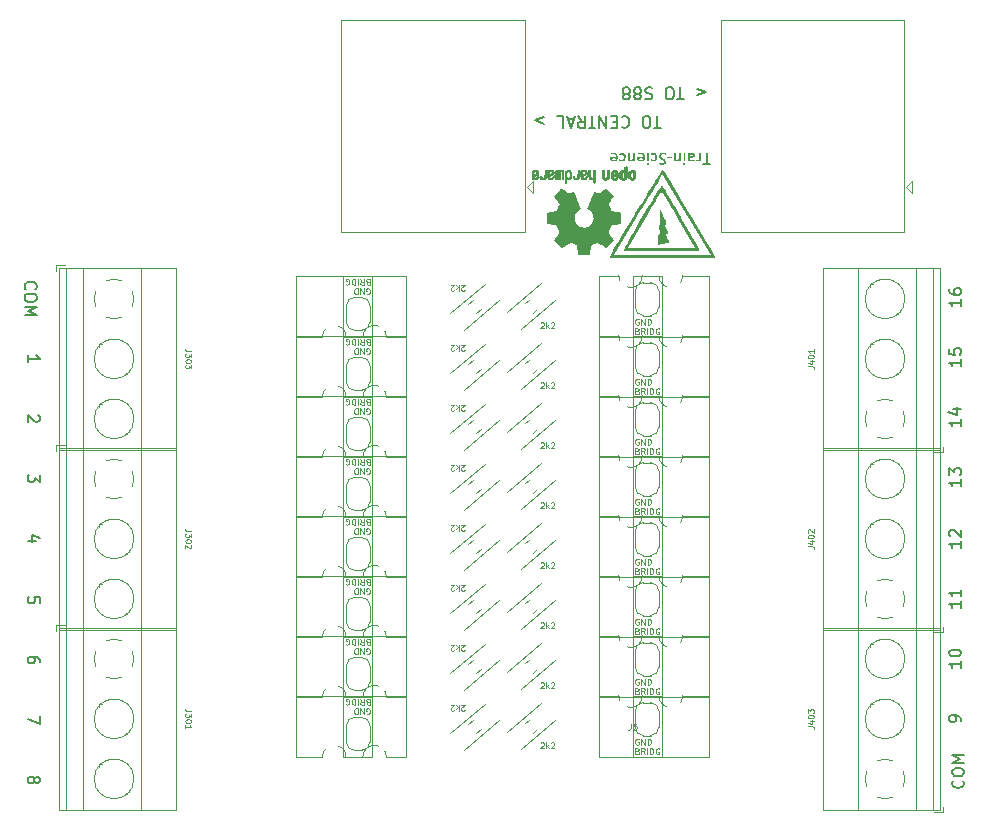
<source format=gbr>
%TF.GenerationSoftware,KiCad,Pcbnew,8.0.2*%
%TF.CreationDate,2024-05-20T23:24:51+02:00*%
%TF.ProjectId,S88_UNO_SHIELD,5338385f-554e-44f5-9f53-4849454c442e,rev?*%
%TF.SameCoordinates,Original*%
%TF.FileFunction,Legend,Top*%
%TF.FilePolarity,Positive*%
%FSLAX46Y46*%
G04 Gerber Fmt 4.6, Leading zero omitted, Abs format (unit mm)*
G04 Created by KiCad (PCBNEW 8.0.2) date 2024-05-20 23:24:51*
%MOMM*%
%LPD*%
G01*
G04 APERTURE LIST*
G04 Aperture macros list*
%AMRoundRect*
0 Rectangle with rounded corners*
0 $1 Rounding radius*
0 $2 $3 $4 $5 $6 $7 $8 $9 X,Y pos of 4 corners*
0 Add a 4 corners polygon primitive as box body*
4,1,4,$2,$3,$4,$5,$6,$7,$8,$9,$2,$3,0*
0 Add four circle primitives for the rounded corners*
1,1,$1+$1,$2,$3*
1,1,$1+$1,$4,$5*
1,1,$1+$1,$6,$7*
1,1,$1+$1,$8,$9*
0 Add four rect primitives between the rounded corners*
20,1,$1+$1,$2,$3,$4,$5,0*
20,1,$1+$1,$4,$5,$6,$7,0*
20,1,$1+$1,$6,$7,$8,$9,0*
20,1,$1+$1,$8,$9,$2,$3,0*%
%AMHorizOval*
0 Thick line with rounded ends*
0 $1 width*
0 $2 $3 position (X,Y) of the first rounded end (center of the circle)*
0 $4 $5 position (X,Y) of the second rounded end (center of the circle)*
0 Add line between two ends*
20,1,$1,$2,$3,$4,$5,0*
0 Add two circle primitives to create the rounded ends*
1,1,$1,$2,$3*
1,1,$1,$4,$5*%
%AMFreePoly0*
4,1,19,0.500000,-0.750000,0.000000,-0.750000,0.000000,-0.744911,-0.071157,-0.744911,-0.207708,-0.704816,-0.327430,-0.627875,-0.420627,-0.520320,-0.479746,-0.390866,-0.500000,-0.250000,-0.500000,0.250000,-0.479746,0.390866,-0.420627,0.520320,-0.327430,0.627875,-0.207708,0.704816,-0.071157,0.744911,0.000000,0.744911,0.000000,0.750000,0.500000,0.750000,0.500000,-0.750000,0.500000,-0.750000,
$1*%
%AMFreePoly1*
4,1,19,0.000000,0.744911,0.071157,0.744911,0.207708,0.704816,0.327430,0.627875,0.420627,0.520320,0.479746,0.390866,0.500000,0.250000,0.500000,-0.250000,0.479746,-0.390866,0.420627,-0.520320,0.327430,-0.627875,0.207708,-0.704816,0.071157,-0.744911,0.000000,-0.744911,0.000000,-0.750000,-0.500000,-0.750000,-0.500000,0.750000,0.000000,0.750000,0.000000,0.744911,0.000000,0.744911,
$1*%
G04 Aperture macros list end*
%ADD10C,0.200000*%
%ADD11C,0.075000*%
%ADD12C,0.120000*%
%ADD13C,0.000000*%
%ADD14C,0.010000*%
%ADD15R,1.600000X1.600000*%
%ADD16O,1.600000X1.600000*%
%ADD17RoundRect,0.237500X-0.038849X-0.342632X0.344173X-0.021239X0.038849X0.342632X-0.344173X0.021239X0*%
%ADD18RoundRect,0.237500X0.038849X0.342632X-0.344173X0.021239X-0.038849X-0.342632X0.344173X-0.021239X0*%
%ADD19R,2.000000X1.780000*%
%ADD20C,1.400000*%
%ADD21HorizOval,1.400000X0.000000X0.000000X0.000000X0.000000X0*%
%ADD22R,2.600000X2.600000*%
%ADD23C,2.600000*%
%ADD24HorizOval,1.400000X0.000000X0.000000X0.000000X0.000000X0*%
%ADD25FreePoly0,90.000000*%
%ADD26FreePoly1,90.000000*%
%ADD27FreePoly0,270.000000*%
%ADD28FreePoly1,270.000000*%
%ADD29C,3.200000*%
%ADD30R,1.500000X1.500000*%
%ADD31C,1.500000*%
G04 APERTURE END LIST*
D10*
X28616780Y-115712667D02*
X28616780Y-116379333D01*
X28616780Y-116379333D02*
X27616780Y-115950762D01*
X28616780Y-111156476D02*
X28616780Y-110966000D01*
X28616780Y-110966000D02*
X28569161Y-110870762D01*
X28569161Y-110870762D02*
X28521542Y-110823143D01*
X28521542Y-110823143D02*
X28378685Y-110727905D01*
X28378685Y-110727905D02*
X28188209Y-110680286D01*
X28188209Y-110680286D02*
X27807257Y-110680286D01*
X27807257Y-110680286D02*
X27712019Y-110727905D01*
X27712019Y-110727905D02*
X27664400Y-110775524D01*
X27664400Y-110775524D02*
X27616780Y-110870762D01*
X27616780Y-110870762D02*
X27616780Y-111061238D01*
X27616780Y-111061238D02*
X27664400Y-111156476D01*
X27664400Y-111156476D02*
X27712019Y-111204095D01*
X27712019Y-111204095D02*
X27807257Y-111251714D01*
X27807257Y-111251714D02*
X28045352Y-111251714D01*
X28045352Y-111251714D02*
X28140590Y-111204095D01*
X28140590Y-111204095D02*
X28188209Y-111156476D01*
X28188209Y-111156476D02*
X28235828Y-111061238D01*
X28235828Y-111061238D02*
X28235828Y-110870762D01*
X28235828Y-110870762D02*
X28188209Y-110775524D01*
X28188209Y-110775524D02*
X28140590Y-110727905D01*
X28140590Y-110727905D02*
X28045352Y-110680286D01*
X28616780Y-106124095D02*
X28616780Y-105647905D01*
X28616780Y-105647905D02*
X28140590Y-105600286D01*
X28140590Y-105600286D02*
X28188209Y-105647905D01*
X28188209Y-105647905D02*
X28235828Y-105743143D01*
X28235828Y-105743143D02*
X28235828Y-105981238D01*
X28235828Y-105981238D02*
X28188209Y-106076476D01*
X28188209Y-106076476D02*
X28140590Y-106124095D01*
X28140590Y-106124095D02*
X28045352Y-106171714D01*
X28045352Y-106171714D02*
X27807257Y-106171714D01*
X27807257Y-106171714D02*
X27712019Y-106124095D01*
X27712019Y-106124095D02*
X27664400Y-106076476D01*
X27664400Y-106076476D02*
X27616780Y-105981238D01*
X27616780Y-105981238D02*
X27616780Y-105743143D01*
X27616780Y-105743143D02*
X27664400Y-105647905D01*
X27664400Y-105647905D02*
X27712019Y-105600286D01*
D11*
X56305705Y-79964252D02*
X56353324Y-79988062D01*
X56353324Y-79988062D02*
X56424753Y-79988062D01*
X56424753Y-79988062D02*
X56496181Y-79964252D01*
X56496181Y-79964252D02*
X56543800Y-79916633D01*
X56543800Y-79916633D02*
X56567610Y-79869014D01*
X56567610Y-79869014D02*
X56591419Y-79773776D01*
X56591419Y-79773776D02*
X56591419Y-79702348D01*
X56591419Y-79702348D02*
X56567610Y-79607110D01*
X56567610Y-79607110D02*
X56543800Y-79559491D01*
X56543800Y-79559491D02*
X56496181Y-79511872D01*
X56496181Y-79511872D02*
X56424753Y-79488062D01*
X56424753Y-79488062D02*
X56377134Y-79488062D01*
X56377134Y-79488062D02*
X56305705Y-79511872D01*
X56305705Y-79511872D02*
X56281896Y-79535681D01*
X56281896Y-79535681D02*
X56281896Y-79702348D01*
X56281896Y-79702348D02*
X56377134Y-79702348D01*
X56067610Y-79488062D02*
X56067610Y-79988062D01*
X56067610Y-79988062D02*
X55781896Y-79488062D01*
X55781896Y-79488062D02*
X55781896Y-79988062D01*
X55543800Y-79488062D02*
X55543800Y-79988062D01*
X55543800Y-79988062D02*
X55424752Y-79988062D01*
X55424752Y-79988062D02*
X55353324Y-79964252D01*
X55353324Y-79964252D02*
X55305705Y-79916633D01*
X55305705Y-79916633D02*
X55281895Y-79869014D01*
X55281895Y-79869014D02*
X55258086Y-79773776D01*
X55258086Y-79773776D02*
X55258086Y-79702348D01*
X55258086Y-79702348D02*
X55281895Y-79607110D01*
X55281895Y-79607110D02*
X55305705Y-79559491D01*
X55305705Y-79559491D02*
X55353324Y-79511872D01*
X55353324Y-79511872D02*
X55424752Y-79488062D01*
X55424752Y-79488062D02*
X55543800Y-79488062D01*
X56400943Y-78944995D02*
X56329515Y-78921185D01*
X56329515Y-78921185D02*
X56305705Y-78897376D01*
X56305705Y-78897376D02*
X56281896Y-78849757D01*
X56281896Y-78849757D02*
X56281896Y-78778328D01*
X56281896Y-78778328D02*
X56305705Y-78730709D01*
X56305705Y-78730709D02*
X56329515Y-78706900D01*
X56329515Y-78706900D02*
X56377134Y-78683090D01*
X56377134Y-78683090D02*
X56567610Y-78683090D01*
X56567610Y-78683090D02*
X56567610Y-79183090D01*
X56567610Y-79183090D02*
X56400943Y-79183090D01*
X56400943Y-79183090D02*
X56353324Y-79159280D01*
X56353324Y-79159280D02*
X56329515Y-79135471D01*
X56329515Y-79135471D02*
X56305705Y-79087852D01*
X56305705Y-79087852D02*
X56305705Y-79040233D01*
X56305705Y-79040233D02*
X56329515Y-78992614D01*
X56329515Y-78992614D02*
X56353324Y-78968804D01*
X56353324Y-78968804D02*
X56400943Y-78944995D01*
X56400943Y-78944995D02*
X56567610Y-78944995D01*
X55781896Y-78683090D02*
X55948562Y-78921185D01*
X56067610Y-78683090D02*
X56067610Y-79183090D01*
X56067610Y-79183090D02*
X55877134Y-79183090D01*
X55877134Y-79183090D02*
X55829515Y-79159280D01*
X55829515Y-79159280D02*
X55805705Y-79135471D01*
X55805705Y-79135471D02*
X55781896Y-79087852D01*
X55781896Y-79087852D02*
X55781896Y-79016423D01*
X55781896Y-79016423D02*
X55805705Y-78968804D01*
X55805705Y-78968804D02*
X55829515Y-78944995D01*
X55829515Y-78944995D02*
X55877134Y-78921185D01*
X55877134Y-78921185D02*
X56067610Y-78921185D01*
X55567610Y-78683090D02*
X55567610Y-79183090D01*
X55329515Y-78683090D02*
X55329515Y-79183090D01*
X55329515Y-79183090D02*
X55210467Y-79183090D01*
X55210467Y-79183090D02*
X55139039Y-79159280D01*
X55139039Y-79159280D02*
X55091420Y-79111661D01*
X55091420Y-79111661D02*
X55067610Y-79064042D01*
X55067610Y-79064042D02*
X55043801Y-78968804D01*
X55043801Y-78968804D02*
X55043801Y-78897376D01*
X55043801Y-78897376D02*
X55067610Y-78802138D01*
X55067610Y-78802138D02*
X55091420Y-78754519D01*
X55091420Y-78754519D02*
X55139039Y-78706900D01*
X55139039Y-78706900D02*
X55210467Y-78683090D01*
X55210467Y-78683090D02*
X55329515Y-78683090D01*
X54567610Y-79159280D02*
X54615229Y-79183090D01*
X54615229Y-79183090D02*
X54686658Y-79183090D01*
X54686658Y-79183090D02*
X54758086Y-79159280D01*
X54758086Y-79159280D02*
X54805705Y-79111661D01*
X54805705Y-79111661D02*
X54829515Y-79064042D01*
X54829515Y-79064042D02*
X54853324Y-78968804D01*
X54853324Y-78968804D02*
X54853324Y-78897376D01*
X54853324Y-78897376D02*
X54829515Y-78802138D01*
X54829515Y-78802138D02*
X54805705Y-78754519D01*
X54805705Y-78754519D02*
X54758086Y-78706900D01*
X54758086Y-78706900D02*
X54686658Y-78683090D01*
X54686658Y-78683090D02*
X54639039Y-78683090D01*
X54639039Y-78683090D02*
X54567610Y-78706900D01*
X54567610Y-78706900D02*
X54543801Y-78730709D01*
X54543801Y-78730709D02*
X54543801Y-78897376D01*
X54543801Y-78897376D02*
X54639039Y-78897376D01*
D10*
X27458019Y-79573285D02*
X27410400Y-79525666D01*
X27410400Y-79525666D02*
X27362780Y-79382809D01*
X27362780Y-79382809D02*
X27362780Y-79287571D01*
X27362780Y-79287571D02*
X27410400Y-79144714D01*
X27410400Y-79144714D02*
X27505638Y-79049476D01*
X27505638Y-79049476D02*
X27600876Y-79001857D01*
X27600876Y-79001857D02*
X27791352Y-78954238D01*
X27791352Y-78954238D02*
X27934209Y-78954238D01*
X27934209Y-78954238D02*
X28124685Y-79001857D01*
X28124685Y-79001857D02*
X28219923Y-79049476D01*
X28219923Y-79049476D02*
X28315161Y-79144714D01*
X28315161Y-79144714D02*
X28362780Y-79287571D01*
X28362780Y-79287571D02*
X28362780Y-79382809D01*
X28362780Y-79382809D02*
X28315161Y-79525666D01*
X28315161Y-79525666D02*
X28267542Y-79573285D01*
X28362780Y-80192333D02*
X28362780Y-80382809D01*
X28362780Y-80382809D02*
X28315161Y-80478047D01*
X28315161Y-80478047D02*
X28219923Y-80573285D01*
X28219923Y-80573285D02*
X28029447Y-80620904D01*
X28029447Y-80620904D02*
X27696114Y-80620904D01*
X27696114Y-80620904D02*
X27505638Y-80573285D01*
X27505638Y-80573285D02*
X27410400Y-80478047D01*
X27410400Y-80478047D02*
X27362780Y-80382809D01*
X27362780Y-80382809D02*
X27362780Y-80192333D01*
X27362780Y-80192333D02*
X27410400Y-80097095D01*
X27410400Y-80097095D02*
X27505638Y-80001857D01*
X27505638Y-80001857D02*
X27696114Y-79954238D01*
X27696114Y-79954238D02*
X28029447Y-79954238D01*
X28029447Y-79954238D02*
X28219923Y-80001857D01*
X28219923Y-80001857D02*
X28315161Y-80097095D01*
X28315161Y-80097095D02*
X28362780Y-80192333D01*
X27362780Y-81049476D02*
X28362780Y-81049476D01*
X28362780Y-81049476D02*
X27648495Y-81382809D01*
X27648495Y-81382809D02*
X28362780Y-81716142D01*
X28362780Y-81716142D02*
X27362780Y-81716142D01*
X106623219Y-105949476D02*
X106623219Y-106520904D01*
X106623219Y-106235190D02*
X105623219Y-106235190D01*
X105623219Y-106235190D02*
X105766076Y-106330428D01*
X105766076Y-106330428D02*
X105861314Y-106425666D01*
X105861314Y-106425666D02*
X105908933Y-106520904D01*
X106623219Y-104997095D02*
X106623219Y-105568523D01*
X106623219Y-105282809D02*
X105623219Y-105282809D01*
X105623219Y-105282809D02*
X105766076Y-105378047D01*
X105766076Y-105378047D02*
X105861314Y-105473285D01*
X105861314Y-105473285D02*
X105908933Y-105568523D01*
D11*
X71038580Y-112898528D02*
X71062389Y-112874719D01*
X71062389Y-112874719D02*
X71110008Y-112850909D01*
X71110008Y-112850909D02*
X71229056Y-112850909D01*
X71229056Y-112850909D02*
X71276675Y-112874719D01*
X71276675Y-112874719D02*
X71300484Y-112898528D01*
X71300484Y-112898528D02*
X71324294Y-112946147D01*
X71324294Y-112946147D02*
X71324294Y-112993766D01*
X71324294Y-112993766D02*
X71300484Y-113065195D01*
X71300484Y-113065195D02*
X71014770Y-113350909D01*
X71014770Y-113350909D02*
X71324294Y-113350909D01*
X71538579Y-113350909D02*
X71538579Y-112850909D01*
X71586198Y-113160433D02*
X71729055Y-113350909D01*
X71729055Y-113017576D02*
X71538579Y-113208052D01*
X71919532Y-112898528D02*
X71943341Y-112874719D01*
X71943341Y-112874719D02*
X71990960Y-112850909D01*
X71990960Y-112850909D02*
X72110008Y-112850909D01*
X72110008Y-112850909D02*
X72157627Y-112874719D01*
X72157627Y-112874719D02*
X72181436Y-112898528D01*
X72181436Y-112898528D02*
X72205246Y-112946147D01*
X72205246Y-112946147D02*
X72205246Y-112993766D01*
X72205246Y-112993766D02*
X72181436Y-113065195D01*
X72181436Y-113065195D02*
X71895722Y-113350909D01*
X71895722Y-113350909D02*
X72205246Y-113350909D01*
X71038580Y-117978528D02*
X71062389Y-117954719D01*
X71062389Y-117954719D02*
X71110008Y-117930909D01*
X71110008Y-117930909D02*
X71229056Y-117930909D01*
X71229056Y-117930909D02*
X71276675Y-117954719D01*
X71276675Y-117954719D02*
X71300484Y-117978528D01*
X71300484Y-117978528D02*
X71324294Y-118026147D01*
X71324294Y-118026147D02*
X71324294Y-118073766D01*
X71324294Y-118073766D02*
X71300484Y-118145195D01*
X71300484Y-118145195D02*
X71014770Y-118430909D01*
X71014770Y-118430909D02*
X71324294Y-118430909D01*
X71538579Y-118430909D02*
X71538579Y-117930909D01*
X71586198Y-118240433D02*
X71729055Y-118430909D01*
X71729055Y-118097576D02*
X71538579Y-118288052D01*
X71919532Y-117978528D02*
X71943341Y-117954719D01*
X71943341Y-117954719D02*
X71990960Y-117930909D01*
X71990960Y-117930909D02*
X72110008Y-117930909D01*
X72110008Y-117930909D02*
X72157627Y-117954719D01*
X72157627Y-117954719D02*
X72181436Y-117978528D01*
X72181436Y-117978528D02*
X72205246Y-118026147D01*
X72205246Y-118026147D02*
X72205246Y-118073766D01*
X72205246Y-118073766D02*
X72181436Y-118145195D01*
X72181436Y-118145195D02*
X71895722Y-118430909D01*
X71895722Y-118430909D02*
X72205246Y-118430909D01*
X79335294Y-82092747D02*
X79287675Y-82068937D01*
X79287675Y-82068937D02*
X79216246Y-82068937D01*
X79216246Y-82068937D02*
X79144818Y-82092747D01*
X79144818Y-82092747D02*
X79097199Y-82140366D01*
X79097199Y-82140366D02*
X79073389Y-82187985D01*
X79073389Y-82187985D02*
X79049580Y-82283223D01*
X79049580Y-82283223D02*
X79049580Y-82354651D01*
X79049580Y-82354651D02*
X79073389Y-82449889D01*
X79073389Y-82449889D02*
X79097199Y-82497508D01*
X79097199Y-82497508D02*
X79144818Y-82545128D01*
X79144818Y-82545128D02*
X79216246Y-82568937D01*
X79216246Y-82568937D02*
X79263865Y-82568937D01*
X79263865Y-82568937D02*
X79335294Y-82545128D01*
X79335294Y-82545128D02*
X79359103Y-82521318D01*
X79359103Y-82521318D02*
X79359103Y-82354651D01*
X79359103Y-82354651D02*
X79263865Y-82354651D01*
X79573389Y-82568937D02*
X79573389Y-82068937D01*
X79573389Y-82068937D02*
X79859103Y-82568937D01*
X79859103Y-82568937D02*
X79859103Y-82068937D01*
X80097199Y-82568937D02*
X80097199Y-82068937D01*
X80097199Y-82068937D02*
X80216247Y-82068937D01*
X80216247Y-82068937D02*
X80287675Y-82092747D01*
X80287675Y-82092747D02*
X80335294Y-82140366D01*
X80335294Y-82140366D02*
X80359104Y-82187985D01*
X80359104Y-82187985D02*
X80382913Y-82283223D01*
X80382913Y-82283223D02*
X80382913Y-82354651D01*
X80382913Y-82354651D02*
X80359104Y-82449889D01*
X80359104Y-82449889D02*
X80335294Y-82497508D01*
X80335294Y-82497508D02*
X80287675Y-82545128D01*
X80287675Y-82545128D02*
X80216247Y-82568937D01*
X80216247Y-82568937D02*
X80097199Y-82568937D01*
X79240056Y-83112004D02*
X79311484Y-83135814D01*
X79311484Y-83135814D02*
X79335294Y-83159623D01*
X79335294Y-83159623D02*
X79359103Y-83207242D01*
X79359103Y-83207242D02*
X79359103Y-83278671D01*
X79359103Y-83278671D02*
X79335294Y-83326290D01*
X79335294Y-83326290D02*
X79311484Y-83350100D01*
X79311484Y-83350100D02*
X79263865Y-83373909D01*
X79263865Y-83373909D02*
X79073389Y-83373909D01*
X79073389Y-83373909D02*
X79073389Y-82873909D01*
X79073389Y-82873909D02*
X79240056Y-82873909D01*
X79240056Y-82873909D02*
X79287675Y-82897719D01*
X79287675Y-82897719D02*
X79311484Y-82921528D01*
X79311484Y-82921528D02*
X79335294Y-82969147D01*
X79335294Y-82969147D02*
X79335294Y-83016766D01*
X79335294Y-83016766D02*
X79311484Y-83064385D01*
X79311484Y-83064385D02*
X79287675Y-83088195D01*
X79287675Y-83088195D02*
X79240056Y-83112004D01*
X79240056Y-83112004D02*
X79073389Y-83112004D01*
X79859103Y-83373909D02*
X79692437Y-83135814D01*
X79573389Y-83373909D02*
X79573389Y-82873909D01*
X79573389Y-82873909D02*
X79763865Y-82873909D01*
X79763865Y-82873909D02*
X79811484Y-82897719D01*
X79811484Y-82897719D02*
X79835294Y-82921528D01*
X79835294Y-82921528D02*
X79859103Y-82969147D01*
X79859103Y-82969147D02*
X79859103Y-83040576D01*
X79859103Y-83040576D02*
X79835294Y-83088195D01*
X79835294Y-83088195D02*
X79811484Y-83112004D01*
X79811484Y-83112004D02*
X79763865Y-83135814D01*
X79763865Y-83135814D02*
X79573389Y-83135814D01*
X80073389Y-83373909D02*
X80073389Y-82873909D01*
X80311484Y-83373909D02*
X80311484Y-82873909D01*
X80311484Y-82873909D02*
X80430532Y-82873909D01*
X80430532Y-82873909D02*
X80501960Y-82897719D01*
X80501960Y-82897719D02*
X80549579Y-82945338D01*
X80549579Y-82945338D02*
X80573389Y-82992957D01*
X80573389Y-82992957D02*
X80597198Y-83088195D01*
X80597198Y-83088195D02*
X80597198Y-83159623D01*
X80597198Y-83159623D02*
X80573389Y-83254861D01*
X80573389Y-83254861D02*
X80549579Y-83302480D01*
X80549579Y-83302480D02*
X80501960Y-83350100D01*
X80501960Y-83350100D02*
X80430532Y-83373909D01*
X80430532Y-83373909D02*
X80311484Y-83373909D01*
X81073389Y-82897719D02*
X81025770Y-82873909D01*
X81025770Y-82873909D02*
X80954341Y-82873909D01*
X80954341Y-82873909D02*
X80882913Y-82897719D01*
X80882913Y-82897719D02*
X80835294Y-82945338D01*
X80835294Y-82945338D02*
X80811484Y-82992957D01*
X80811484Y-82992957D02*
X80787675Y-83088195D01*
X80787675Y-83088195D02*
X80787675Y-83159623D01*
X80787675Y-83159623D02*
X80811484Y-83254861D01*
X80811484Y-83254861D02*
X80835294Y-83302480D01*
X80835294Y-83302480D02*
X80882913Y-83350100D01*
X80882913Y-83350100D02*
X80954341Y-83373909D01*
X80954341Y-83373909D02*
X81001960Y-83373909D01*
X81001960Y-83373909D02*
X81073389Y-83350100D01*
X81073389Y-83350100D02*
X81097198Y-83326290D01*
X81097198Y-83326290D02*
X81097198Y-83159623D01*
X81097198Y-83159623D02*
X81001960Y-83159623D01*
D10*
X27616780Y-85724714D02*
X27616780Y-85153286D01*
X27616780Y-85439000D02*
X28616780Y-85439000D01*
X28616780Y-85439000D02*
X28473923Y-85343762D01*
X28473923Y-85343762D02*
X28378685Y-85248524D01*
X28378685Y-85248524D02*
X28331066Y-85153286D01*
D11*
X56305705Y-100284252D02*
X56353324Y-100308062D01*
X56353324Y-100308062D02*
X56424753Y-100308062D01*
X56424753Y-100308062D02*
X56496181Y-100284252D01*
X56496181Y-100284252D02*
X56543800Y-100236633D01*
X56543800Y-100236633D02*
X56567610Y-100189014D01*
X56567610Y-100189014D02*
X56591419Y-100093776D01*
X56591419Y-100093776D02*
X56591419Y-100022348D01*
X56591419Y-100022348D02*
X56567610Y-99927110D01*
X56567610Y-99927110D02*
X56543800Y-99879491D01*
X56543800Y-99879491D02*
X56496181Y-99831872D01*
X56496181Y-99831872D02*
X56424753Y-99808062D01*
X56424753Y-99808062D02*
X56377134Y-99808062D01*
X56377134Y-99808062D02*
X56305705Y-99831872D01*
X56305705Y-99831872D02*
X56281896Y-99855681D01*
X56281896Y-99855681D02*
X56281896Y-100022348D01*
X56281896Y-100022348D02*
X56377134Y-100022348D01*
X56067610Y-99808062D02*
X56067610Y-100308062D01*
X56067610Y-100308062D02*
X55781896Y-99808062D01*
X55781896Y-99808062D02*
X55781896Y-100308062D01*
X55543800Y-99808062D02*
X55543800Y-100308062D01*
X55543800Y-100308062D02*
X55424752Y-100308062D01*
X55424752Y-100308062D02*
X55353324Y-100284252D01*
X55353324Y-100284252D02*
X55305705Y-100236633D01*
X55305705Y-100236633D02*
X55281895Y-100189014D01*
X55281895Y-100189014D02*
X55258086Y-100093776D01*
X55258086Y-100093776D02*
X55258086Y-100022348D01*
X55258086Y-100022348D02*
X55281895Y-99927110D01*
X55281895Y-99927110D02*
X55305705Y-99879491D01*
X55305705Y-99879491D02*
X55353324Y-99831872D01*
X55353324Y-99831872D02*
X55424752Y-99808062D01*
X55424752Y-99808062D02*
X55543800Y-99808062D01*
X56400943Y-99264995D02*
X56329515Y-99241185D01*
X56329515Y-99241185D02*
X56305705Y-99217376D01*
X56305705Y-99217376D02*
X56281896Y-99169757D01*
X56281896Y-99169757D02*
X56281896Y-99098328D01*
X56281896Y-99098328D02*
X56305705Y-99050709D01*
X56305705Y-99050709D02*
X56329515Y-99026900D01*
X56329515Y-99026900D02*
X56377134Y-99003090D01*
X56377134Y-99003090D02*
X56567610Y-99003090D01*
X56567610Y-99003090D02*
X56567610Y-99503090D01*
X56567610Y-99503090D02*
X56400943Y-99503090D01*
X56400943Y-99503090D02*
X56353324Y-99479280D01*
X56353324Y-99479280D02*
X56329515Y-99455471D01*
X56329515Y-99455471D02*
X56305705Y-99407852D01*
X56305705Y-99407852D02*
X56305705Y-99360233D01*
X56305705Y-99360233D02*
X56329515Y-99312614D01*
X56329515Y-99312614D02*
X56353324Y-99288804D01*
X56353324Y-99288804D02*
X56400943Y-99264995D01*
X56400943Y-99264995D02*
X56567610Y-99264995D01*
X55781896Y-99003090D02*
X55948562Y-99241185D01*
X56067610Y-99003090D02*
X56067610Y-99503090D01*
X56067610Y-99503090D02*
X55877134Y-99503090D01*
X55877134Y-99503090D02*
X55829515Y-99479280D01*
X55829515Y-99479280D02*
X55805705Y-99455471D01*
X55805705Y-99455471D02*
X55781896Y-99407852D01*
X55781896Y-99407852D02*
X55781896Y-99336423D01*
X55781896Y-99336423D02*
X55805705Y-99288804D01*
X55805705Y-99288804D02*
X55829515Y-99264995D01*
X55829515Y-99264995D02*
X55877134Y-99241185D01*
X55877134Y-99241185D02*
X56067610Y-99241185D01*
X55567610Y-99003090D02*
X55567610Y-99503090D01*
X55329515Y-99003090D02*
X55329515Y-99503090D01*
X55329515Y-99503090D02*
X55210467Y-99503090D01*
X55210467Y-99503090D02*
X55139039Y-99479280D01*
X55139039Y-99479280D02*
X55091420Y-99431661D01*
X55091420Y-99431661D02*
X55067610Y-99384042D01*
X55067610Y-99384042D02*
X55043801Y-99288804D01*
X55043801Y-99288804D02*
X55043801Y-99217376D01*
X55043801Y-99217376D02*
X55067610Y-99122138D01*
X55067610Y-99122138D02*
X55091420Y-99074519D01*
X55091420Y-99074519D02*
X55139039Y-99026900D01*
X55139039Y-99026900D02*
X55210467Y-99003090D01*
X55210467Y-99003090D02*
X55329515Y-99003090D01*
X54567610Y-99479280D02*
X54615229Y-99503090D01*
X54615229Y-99503090D02*
X54686658Y-99503090D01*
X54686658Y-99503090D02*
X54758086Y-99479280D01*
X54758086Y-99479280D02*
X54805705Y-99431661D01*
X54805705Y-99431661D02*
X54829515Y-99384042D01*
X54829515Y-99384042D02*
X54853324Y-99288804D01*
X54853324Y-99288804D02*
X54853324Y-99217376D01*
X54853324Y-99217376D02*
X54829515Y-99122138D01*
X54829515Y-99122138D02*
X54805705Y-99074519D01*
X54805705Y-99074519D02*
X54758086Y-99026900D01*
X54758086Y-99026900D02*
X54686658Y-99003090D01*
X54686658Y-99003090D02*
X54639039Y-99003090D01*
X54639039Y-99003090D02*
X54567610Y-99026900D01*
X54567610Y-99026900D02*
X54543801Y-99050709D01*
X54543801Y-99050709D02*
X54543801Y-99217376D01*
X54543801Y-99217376D02*
X54639039Y-99217376D01*
X64602419Y-115198471D02*
X64578610Y-115222280D01*
X64578610Y-115222280D02*
X64530991Y-115246090D01*
X64530991Y-115246090D02*
X64411943Y-115246090D01*
X64411943Y-115246090D02*
X64364324Y-115222280D01*
X64364324Y-115222280D02*
X64340515Y-115198471D01*
X64340515Y-115198471D02*
X64316705Y-115150852D01*
X64316705Y-115150852D02*
X64316705Y-115103233D01*
X64316705Y-115103233D02*
X64340515Y-115031804D01*
X64340515Y-115031804D02*
X64626229Y-114746090D01*
X64626229Y-114746090D02*
X64316705Y-114746090D01*
X64102420Y-114746090D02*
X64102420Y-115246090D01*
X64054801Y-114936566D02*
X63911944Y-114746090D01*
X63911944Y-115079423D02*
X64102420Y-114888947D01*
X63721467Y-115198471D02*
X63697658Y-115222280D01*
X63697658Y-115222280D02*
X63650039Y-115246090D01*
X63650039Y-115246090D02*
X63530991Y-115246090D01*
X63530991Y-115246090D02*
X63483372Y-115222280D01*
X63483372Y-115222280D02*
X63459563Y-115198471D01*
X63459563Y-115198471D02*
X63435753Y-115150852D01*
X63435753Y-115150852D02*
X63435753Y-115103233D01*
X63435753Y-115103233D02*
X63459563Y-115031804D01*
X63459563Y-115031804D02*
X63745277Y-114746090D01*
X63745277Y-114746090D02*
X63435753Y-114746090D01*
X56305705Y-110444252D02*
X56353324Y-110468062D01*
X56353324Y-110468062D02*
X56424753Y-110468062D01*
X56424753Y-110468062D02*
X56496181Y-110444252D01*
X56496181Y-110444252D02*
X56543800Y-110396633D01*
X56543800Y-110396633D02*
X56567610Y-110349014D01*
X56567610Y-110349014D02*
X56591419Y-110253776D01*
X56591419Y-110253776D02*
X56591419Y-110182348D01*
X56591419Y-110182348D02*
X56567610Y-110087110D01*
X56567610Y-110087110D02*
X56543800Y-110039491D01*
X56543800Y-110039491D02*
X56496181Y-109991872D01*
X56496181Y-109991872D02*
X56424753Y-109968062D01*
X56424753Y-109968062D02*
X56377134Y-109968062D01*
X56377134Y-109968062D02*
X56305705Y-109991872D01*
X56305705Y-109991872D02*
X56281896Y-110015681D01*
X56281896Y-110015681D02*
X56281896Y-110182348D01*
X56281896Y-110182348D02*
X56377134Y-110182348D01*
X56067610Y-109968062D02*
X56067610Y-110468062D01*
X56067610Y-110468062D02*
X55781896Y-109968062D01*
X55781896Y-109968062D02*
X55781896Y-110468062D01*
X55543800Y-109968062D02*
X55543800Y-110468062D01*
X55543800Y-110468062D02*
X55424752Y-110468062D01*
X55424752Y-110468062D02*
X55353324Y-110444252D01*
X55353324Y-110444252D02*
X55305705Y-110396633D01*
X55305705Y-110396633D02*
X55281895Y-110349014D01*
X55281895Y-110349014D02*
X55258086Y-110253776D01*
X55258086Y-110253776D02*
X55258086Y-110182348D01*
X55258086Y-110182348D02*
X55281895Y-110087110D01*
X55281895Y-110087110D02*
X55305705Y-110039491D01*
X55305705Y-110039491D02*
X55353324Y-109991872D01*
X55353324Y-109991872D02*
X55424752Y-109968062D01*
X55424752Y-109968062D02*
X55543800Y-109968062D01*
X56400943Y-109424995D02*
X56329515Y-109401185D01*
X56329515Y-109401185D02*
X56305705Y-109377376D01*
X56305705Y-109377376D02*
X56281896Y-109329757D01*
X56281896Y-109329757D02*
X56281896Y-109258328D01*
X56281896Y-109258328D02*
X56305705Y-109210709D01*
X56305705Y-109210709D02*
X56329515Y-109186900D01*
X56329515Y-109186900D02*
X56377134Y-109163090D01*
X56377134Y-109163090D02*
X56567610Y-109163090D01*
X56567610Y-109163090D02*
X56567610Y-109663090D01*
X56567610Y-109663090D02*
X56400943Y-109663090D01*
X56400943Y-109663090D02*
X56353324Y-109639280D01*
X56353324Y-109639280D02*
X56329515Y-109615471D01*
X56329515Y-109615471D02*
X56305705Y-109567852D01*
X56305705Y-109567852D02*
X56305705Y-109520233D01*
X56305705Y-109520233D02*
X56329515Y-109472614D01*
X56329515Y-109472614D02*
X56353324Y-109448804D01*
X56353324Y-109448804D02*
X56400943Y-109424995D01*
X56400943Y-109424995D02*
X56567610Y-109424995D01*
X55781896Y-109163090D02*
X55948562Y-109401185D01*
X56067610Y-109163090D02*
X56067610Y-109663090D01*
X56067610Y-109663090D02*
X55877134Y-109663090D01*
X55877134Y-109663090D02*
X55829515Y-109639280D01*
X55829515Y-109639280D02*
X55805705Y-109615471D01*
X55805705Y-109615471D02*
X55781896Y-109567852D01*
X55781896Y-109567852D02*
X55781896Y-109496423D01*
X55781896Y-109496423D02*
X55805705Y-109448804D01*
X55805705Y-109448804D02*
X55829515Y-109424995D01*
X55829515Y-109424995D02*
X55877134Y-109401185D01*
X55877134Y-109401185D02*
X56067610Y-109401185D01*
X55567610Y-109163090D02*
X55567610Y-109663090D01*
X55329515Y-109163090D02*
X55329515Y-109663090D01*
X55329515Y-109663090D02*
X55210467Y-109663090D01*
X55210467Y-109663090D02*
X55139039Y-109639280D01*
X55139039Y-109639280D02*
X55091420Y-109591661D01*
X55091420Y-109591661D02*
X55067610Y-109544042D01*
X55067610Y-109544042D02*
X55043801Y-109448804D01*
X55043801Y-109448804D02*
X55043801Y-109377376D01*
X55043801Y-109377376D02*
X55067610Y-109282138D01*
X55067610Y-109282138D02*
X55091420Y-109234519D01*
X55091420Y-109234519D02*
X55139039Y-109186900D01*
X55139039Y-109186900D02*
X55210467Y-109163090D01*
X55210467Y-109163090D02*
X55329515Y-109163090D01*
X54567610Y-109639280D02*
X54615229Y-109663090D01*
X54615229Y-109663090D02*
X54686658Y-109663090D01*
X54686658Y-109663090D02*
X54758086Y-109639280D01*
X54758086Y-109639280D02*
X54805705Y-109591661D01*
X54805705Y-109591661D02*
X54829515Y-109544042D01*
X54829515Y-109544042D02*
X54853324Y-109448804D01*
X54853324Y-109448804D02*
X54853324Y-109377376D01*
X54853324Y-109377376D02*
X54829515Y-109282138D01*
X54829515Y-109282138D02*
X54805705Y-109234519D01*
X54805705Y-109234519D02*
X54758086Y-109186900D01*
X54758086Y-109186900D02*
X54686658Y-109163090D01*
X54686658Y-109163090D02*
X54639039Y-109163090D01*
X54639039Y-109163090D02*
X54567610Y-109186900D01*
X54567610Y-109186900D02*
X54543801Y-109210709D01*
X54543801Y-109210709D02*
X54543801Y-109377376D01*
X54543801Y-109377376D02*
X54639039Y-109377376D01*
D10*
X28521542Y-90233286D02*
X28569161Y-90280905D01*
X28569161Y-90280905D02*
X28616780Y-90376143D01*
X28616780Y-90376143D02*
X28616780Y-90614238D01*
X28616780Y-90614238D02*
X28569161Y-90709476D01*
X28569161Y-90709476D02*
X28521542Y-90757095D01*
X28521542Y-90757095D02*
X28426304Y-90804714D01*
X28426304Y-90804714D02*
X28331066Y-90804714D01*
X28331066Y-90804714D02*
X28188209Y-90757095D01*
X28188209Y-90757095D02*
X27616780Y-90185667D01*
X27616780Y-90185667D02*
X27616780Y-90804714D01*
X106781980Y-121181714D02*
X106829600Y-121229333D01*
X106829600Y-121229333D02*
X106877219Y-121372190D01*
X106877219Y-121372190D02*
X106877219Y-121467428D01*
X106877219Y-121467428D02*
X106829600Y-121610285D01*
X106829600Y-121610285D02*
X106734361Y-121705523D01*
X106734361Y-121705523D02*
X106639123Y-121753142D01*
X106639123Y-121753142D02*
X106448647Y-121800761D01*
X106448647Y-121800761D02*
X106305790Y-121800761D01*
X106305790Y-121800761D02*
X106115314Y-121753142D01*
X106115314Y-121753142D02*
X106020076Y-121705523D01*
X106020076Y-121705523D02*
X105924838Y-121610285D01*
X105924838Y-121610285D02*
X105877219Y-121467428D01*
X105877219Y-121467428D02*
X105877219Y-121372190D01*
X105877219Y-121372190D02*
X105924838Y-121229333D01*
X105924838Y-121229333D02*
X105972457Y-121181714D01*
X105877219Y-120562666D02*
X105877219Y-120372190D01*
X105877219Y-120372190D02*
X105924838Y-120276952D01*
X105924838Y-120276952D02*
X106020076Y-120181714D01*
X106020076Y-120181714D02*
X106210552Y-120134095D01*
X106210552Y-120134095D02*
X106543885Y-120134095D01*
X106543885Y-120134095D02*
X106734361Y-120181714D01*
X106734361Y-120181714D02*
X106829600Y-120276952D01*
X106829600Y-120276952D02*
X106877219Y-120372190D01*
X106877219Y-120372190D02*
X106877219Y-120562666D01*
X106877219Y-120562666D02*
X106829600Y-120657904D01*
X106829600Y-120657904D02*
X106734361Y-120753142D01*
X106734361Y-120753142D02*
X106543885Y-120800761D01*
X106543885Y-120800761D02*
X106210552Y-120800761D01*
X106210552Y-120800761D02*
X106020076Y-120753142D01*
X106020076Y-120753142D02*
X105924838Y-120657904D01*
X105924838Y-120657904D02*
X105877219Y-120562666D01*
X106877219Y-119705523D02*
X105877219Y-119705523D01*
X105877219Y-119705523D02*
X106591504Y-119372190D01*
X106591504Y-119372190D02*
X105877219Y-119038857D01*
X105877219Y-119038857D02*
X106877219Y-119038857D01*
D11*
X64602419Y-89798471D02*
X64578610Y-89822280D01*
X64578610Y-89822280D02*
X64530991Y-89846090D01*
X64530991Y-89846090D02*
X64411943Y-89846090D01*
X64411943Y-89846090D02*
X64364324Y-89822280D01*
X64364324Y-89822280D02*
X64340515Y-89798471D01*
X64340515Y-89798471D02*
X64316705Y-89750852D01*
X64316705Y-89750852D02*
X64316705Y-89703233D01*
X64316705Y-89703233D02*
X64340515Y-89631804D01*
X64340515Y-89631804D02*
X64626229Y-89346090D01*
X64626229Y-89346090D02*
X64316705Y-89346090D01*
X64102420Y-89346090D02*
X64102420Y-89846090D01*
X64054801Y-89536566D02*
X63911944Y-89346090D01*
X63911944Y-89679423D02*
X64102420Y-89488947D01*
X63721467Y-89798471D02*
X63697658Y-89822280D01*
X63697658Y-89822280D02*
X63650039Y-89846090D01*
X63650039Y-89846090D02*
X63530991Y-89846090D01*
X63530991Y-89846090D02*
X63483372Y-89822280D01*
X63483372Y-89822280D02*
X63459563Y-89798471D01*
X63459563Y-89798471D02*
X63435753Y-89750852D01*
X63435753Y-89750852D02*
X63435753Y-89703233D01*
X63435753Y-89703233D02*
X63459563Y-89631804D01*
X63459563Y-89631804D02*
X63745277Y-89346090D01*
X63745277Y-89346090D02*
X63435753Y-89346090D01*
X64602419Y-94878471D02*
X64578610Y-94902280D01*
X64578610Y-94902280D02*
X64530991Y-94926090D01*
X64530991Y-94926090D02*
X64411943Y-94926090D01*
X64411943Y-94926090D02*
X64364324Y-94902280D01*
X64364324Y-94902280D02*
X64340515Y-94878471D01*
X64340515Y-94878471D02*
X64316705Y-94830852D01*
X64316705Y-94830852D02*
X64316705Y-94783233D01*
X64316705Y-94783233D02*
X64340515Y-94711804D01*
X64340515Y-94711804D02*
X64626229Y-94426090D01*
X64626229Y-94426090D02*
X64316705Y-94426090D01*
X64102420Y-94426090D02*
X64102420Y-94926090D01*
X64054801Y-94616566D02*
X63911944Y-94426090D01*
X63911944Y-94759423D02*
X64102420Y-94568947D01*
X63721467Y-94878471D02*
X63697658Y-94902280D01*
X63697658Y-94902280D02*
X63650039Y-94926090D01*
X63650039Y-94926090D02*
X63530991Y-94926090D01*
X63530991Y-94926090D02*
X63483372Y-94902280D01*
X63483372Y-94902280D02*
X63459563Y-94878471D01*
X63459563Y-94878471D02*
X63435753Y-94830852D01*
X63435753Y-94830852D02*
X63435753Y-94783233D01*
X63435753Y-94783233D02*
X63459563Y-94711804D01*
X63459563Y-94711804D02*
X63745277Y-94426090D01*
X63745277Y-94426090D02*
X63435753Y-94426090D01*
X56305705Y-105364252D02*
X56353324Y-105388062D01*
X56353324Y-105388062D02*
X56424753Y-105388062D01*
X56424753Y-105388062D02*
X56496181Y-105364252D01*
X56496181Y-105364252D02*
X56543800Y-105316633D01*
X56543800Y-105316633D02*
X56567610Y-105269014D01*
X56567610Y-105269014D02*
X56591419Y-105173776D01*
X56591419Y-105173776D02*
X56591419Y-105102348D01*
X56591419Y-105102348D02*
X56567610Y-105007110D01*
X56567610Y-105007110D02*
X56543800Y-104959491D01*
X56543800Y-104959491D02*
X56496181Y-104911872D01*
X56496181Y-104911872D02*
X56424753Y-104888062D01*
X56424753Y-104888062D02*
X56377134Y-104888062D01*
X56377134Y-104888062D02*
X56305705Y-104911872D01*
X56305705Y-104911872D02*
X56281896Y-104935681D01*
X56281896Y-104935681D02*
X56281896Y-105102348D01*
X56281896Y-105102348D02*
X56377134Y-105102348D01*
X56067610Y-104888062D02*
X56067610Y-105388062D01*
X56067610Y-105388062D02*
X55781896Y-104888062D01*
X55781896Y-104888062D02*
X55781896Y-105388062D01*
X55543800Y-104888062D02*
X55543800Y-105388062D01*
X55543800Y-105388062D02*
X55424752Y-105388062D01*
X55424752Y-105388062D02*
X55353324Y-105364252D01*
X55353324Y-105364252D02*
X55305705Y-105316633D01*
X55305705Y-105316633D02*
X55281895Y-105269014D01*
X55281895Y-105269014D02*
X55258086Y-105173776D01*
X55258086Y-105173776D02*
X55258086Y-105102348D01*
X55258086Y-105102348D02*
X55281895Y-105007110D01*
X55281895Y-105007110D02*
X55305705Y-104959491D01*
X55305705Y-104959491D02*
X55353324Y-104911872D01*
X55353324Y-104911872D02*
X55424752Y-104888062D01*
X55424752Y-104888062D02*
X55543800Y-104888062D01*
X56400943Y-104344995D02*
X56329515Y-104321185D01*
X56329515Y-104321185D02*
X56305705Y-104297376D01*
X56305705Y-104297376D02*
X56281896Y-104249757D01*
X56281896Y-104249757D02*
X56281896Y-104178328D01*
X56281896Y-104178328D02*
X56305705Y-104130709D01*
X56305705Y-104130709D02*
X56329515Y-104106900D01*
X56329515Y-104106900D02*
X56377134Y-104083090D01*
X56377134Y-104083090D02*
X56567610Y-104083090D01*
X56567610Y-104083090D02*
X56567610Y-104583090D01*
X56567610Y-104583090D02*
X56400943Y-104583090D01*
X56400943Y-104583090D02*
X56353324Y-104559280D01*
X56353324Y-104559280D02*
X56329515Y-104535471D01*
X56329515Y-104535471D02*
X56305705Y-104487852D01*
X56305705Y-104487852D02*
X56305705Y-104440233D01*
X56305705Y-104440233D02*
X56329515Y-104392614D01*
X56329515Y-104392614D02*
X56353324Y-104368804D01*
X56353324Y-104368804D02*
X56400943Y-104344995D01*
X56400943Y-104344995D02*
X56567610Y-104344995D01*
X55781896Y-104083090D02*
X55948562Y-104321185D01*
X56067610Y-104083090D02*
X56067610Y-104583090D01*
X56067610Y-104583090D02*
X55877134Y-104583090D01*
X55877134Y-104583090D02*
X55829515Y-104559280D01*
X55829515Y-104559280D02*
X55805705Y-104535471D01*
X55805705Y-104535471D02*
X55781896Y-104487852D01*
X55781896Y-104487852D02*
X55781896Y-104416423D01*
X55781896Y-104416423D02*
X55805705Y-104368804D01*
X55805705Y-104368804D02*
X55829515Y-104344995D01*
X55829515Y-104344995D02*
X55877134Y-104321185D01*
X55877134Y-104321185D02*
X56067610Y-104321185D01*
X55567610Y-104083090D02*
X55567610Y-104583090D01*
X55329515Y-104083090D02*
X55329515Y-104583090D01*
X55329515Y-104583090D02*
X55210467Y-104583090D01*
X55210467Y-104583090D02*
X55139039Y-104559280D01*
X55139039Y-104559280D02*
X55091420Y-104511661D01*
X55091420Y-104511661D02*
X55067610Y-104464042D01*
X55067610Y-104464042D02*
X55043801Y-104368804D01*
X55043801Y-104368804D02*
X55043801Y-104297376D01*
X55043801Y-104297376D02*
X55067610Y-104202138D01*
X55067610Y-104202138D02*
X55091420Y-104154519D01*
X55091420Y-104154519D02*
X55139039Y-104106900D01*
X55139039Y-104106900D02*
X55210467Y-104083090D01*
X55210467Y-104083090D02*
X55329515Y-104083090D01*
X54567610Y-104559280D02*
X54615229Y-104583090D01*
X54615229Y-104583090D02*
X54686658Y-104583090D01*
X54686658Y-104583090D02*
X54758086Y-104559280D01*
X54758086Y-104559280D02*
X54805705Y-104511661D01*
X54805705Y-104511661D02*
X54829515Y-104464042D01*
X54829515Y-104464042D02*
X54853324Y-104368804D01*
X54853324Y-104368804D02*
X54853324Y-104297376D01*
X54853324Y-104297376D02*
X54829515Y-104202138D01*
X54829515Y-104202138D02*
X54805705Y-104154519D01*
X54805705Y-104154519D02*
X54758086Y-104106900D01*
X54758086Y-104106900D02*
X54686658Y-104083090D01*
X54686658Y-104083090D02*
X54639039Y-104083090D01*
X54639039Y-104083090D02*
X54567610Y-104106900D01*
X54567610Y-104106900D02*
X54543801Y-104130709D01*
X54543801Y-104130709D02*
X54543801Y-104297376D01*
X54543801Y-104297376D02*
X54639039Y-104297376D01*
X71038580Y-97658528D02*
X71062389Y-97634719D01*
X71062389Y-97634719D02*
X71110008Y-97610909D01*
X71110008Y-97610909D02*
X71229056Y-97610909D01*
X71229056Y-97610909D02*
X71276675Y-97634719D01*
X71276675Y-97634719D02*
X71300484Y-97658528D01*
X71300484Y-97658528D02*
X71324294Y-97706147D01*
X71324294Y-97706147D02*
X71324294Y-97753766D01*
X71324294Y-97753766D02*
X71300484Y-97825195D01*
X71300484Y-97825195D02*
X71014770Y-98110909D01*
X71014770Y-98110909D02*
X71324294Y-98110909D01*
X71538579Y-98110909D02*
X71538579Y-97610909D01*
X71586198Y-97920433D02*
X71729055Y-98110909D01*
X71729055Y-97777576D02*
X71538579Y-97968052D01*
X71919532Y-97658528D02*
X71943341Y-97634719D01*
X71943341Y-97634719D02*
X71990960Y-97610909D01*
X71990960Y-97610909D02*
X72110008Y-97610909D01*
X72110008Y-97610909D02*
X72157627Y-97634719D01*
X72157627Y-97634719D02*
X72181436Y-97658528D01*
X72181436Y-97658528D02*
X72205246Y-97706147D01*
X72205246Y-97706147D02*
X72205246Y-97753766D01*
X72205246Y-97753766D02*
X72181436Y-97825195D01*
X72181436Y-97825195D02*
X71895722Y-98110909D01*
X71895722Y-98110909D02*
X72205246Y-98110909D01*
D10*
X106623219Y-111029476D02*
X106623219Y-111600904D01*
X106623219Y-111315190D02*
X105623219Y-111315190D01*
X105623219Y-111315190D02*
X105766076Y-111410428D01*
X105766076Y-111410428D02*
X105861314Y-111505666D01*
X105861314Y-111505666D02*
X105908933Y-111600904D01*
X105623219Y-110410428D02*
X105623219Y-110315190D01*
X105623219Y-110315190D02*
X105670838Y-110219952D01*
X105670838Y-110219952D02*
X105718457Y-110172333D01*
X105718457Y-110172333D02*
X105813695Y-110124714D01*
X105813695Y-110124714D02*
X106004171Y-110077095D01*
X106004171Y-110077095D02*
X106242266Y-110077095D01*
X106242266Y-110077095D02*
X106432742Y-110124714D01*
X106432742Y-110124714D02*
X106527980Y-110172333D01*
X106527980Y-110172333D02*
X106575600Y-110219952D01*
X106575600Y-110219952D02*
X106623219Y-110315190D01*
X106623219Y-110315190D02*
X106623219Y-110410428D01*
X106623219Y-110410428D02*
X106575600Y-110505666D01*
X106575600Y-110505666D02*
X106527980Y-110553285D01*
X106527980Y-110553285D02*
X106432742Y-110600904D01*
X106432742Y-110600904D02*
X106242266Y-110648523D01*
X106242266Y-110648523D02*
X106004171Y-110648523D01*
X106004171Y-110648523D02*
X105813695Y-110600904D01*
X105813695Y-110600904D02*
X105718457Y-110553285D01*
X105718457Y-110553285D02*
X105670838Y-110505666D01*
X105670838Y-110505666D02*
X105623219Y-110410428D01*
D11*
X64602419Y-110118471D02*
X64578610Y-110142280D01*
X64578610Y-110142280D02*
X64530991Y-110166090D01*
X64530991Y-110166090D02*
X64411943Y-110166090D01*
X64411943Y-110166090D02*
X64364324Y-110142280D01*
X64364324Y-110142280D02*
X64340515Y-110118471D01*
X64340515Y-110118471D02*
X64316705Y-110070852D01*
X64316705Y-110070852D02*
X64316705Y-110023233D01*
X64316705Y-110023233D02*
X64340515Y-109951804D01*
X64340515Y-109951804D02*
X64626229Y-109666090D01*
X64626229Y-109666090D02*
X64316705Y-109666090D01*
X64102420Y-109666090D02*
X64102420Y-110166090D01*
X64054801Y-109856566D02*
X63911944Y-109666090D01*
X63911944Y-109999423D02*
X64102420Y-109808947D01*
X63721467Y-110118471D02*
X63697658Y-110142280D01*
X63697658Y-110142280D02*
X63650039Y-110166090D01*
X63650039Y-110166090D02*
X63530991Y-110166090D01*
X63530991Y-110166090D02*
X63483372Y-110142280D01*
X63483372Y-110142280D02*
X63459563Y-110118471D01*
X63459563Y-110118471D02*
X63435753Y-110070852D01*
X63435753Y-110070852D02*
X63435753Y-110023233D01*
X63435753Y-110023233D02*
X63459563Y-109951804D01*
X63459563Y-109951804D02*
X63745277Y-109666090D01*
X63745277Y-109666090D02*
X63435753Y-109666090D01*
X64602419Y-84718471D02*
X64578610Y-84742280D01*
X64578610Y-84742280D02*
X64530991Y-84766090D01*
X64530991Y-84766090D02*
X64411943Y-84766090D01*
X64411943Y-84766090D02*
X64364324Y-84742280D01*
X64364324Y-84742280D02*
X64340515Y-84718471D01*
X64340515Y-84718471D02*
X64316705Y-84670852D01*
X64316705Y-84670852D02*
X64316705Y-84623233D01*
X64316705Y-84623233D02*
X64340515Y-84551804D01*
X64340515Y-84551804D02*
X64626229Y-84266090D01*
X64626229Y-84266090D02*
X64316705Y-84266090D01*
X64102420Y-84266090D02*
X64102420Y-84766090D01*
X64054801Y-84456566D02*
X63911944Y-84266090D01*
X63911944Y-84599423D02*
X64102420Y-84408947D01*
X63721467Y-84718471D02*
X63697658Y-84742280D01*
X63697658Y-84742280D02*
X63650039Y-84766090D01*
X63650039Y-84766090D02*
X63530991Y-84766090D01*
X63530991Y-84766090D02*
X63483372Y-84742280D01*
X63483372Y-84742280D02*
X63459563Y-84718471D01*
X63459563Y-84718471D02*
X63435753Y-84670852D01*
X63435753Y-84670852D02*
X63435753Y-84623233D01*
X63435753Y-84623233D02*
X63459563Y-84551804D01*
X63459563Y-84551804D02*
X63745277Y-84266090D01*
X63745277Y-84266090D02*
X63435753Y-84266090D01*
X71038580Y-102738528D02*
X71062389Y-102714719D01*
X71062389Y-102714719D02*
X71110008Y-102690909D01*
X71110008Y-102690909D02*
X71229056Y-102690909D01*
X71229056Y-102690909D02*
X71276675Y-102714719D01*
X71276675Y-102714719D02*
X71300484Y-102738528D01*
X71300484Y-102738528D02*
X71324294Y-102786147D01*
X71324294Y-102786147D02*
X71324294Y-102833766D01*
X71324294Y-102833766D02*
X71300484Y-102905195D01*
X71300484Y-102905195D02*
X71014770Y-103190909D01*
X71014770Y-103190909D02*
X71324294Y-103190909D01*
X71538579Y-103190909D02*
X71538579Y-102690909D01*
X71586198Y-103000433D02*
X71729055Y-103190909D01*
X71729055Y-102857576D02*
X71538579Y-103048052D01*
X71919532Y-102738528D02*
X71943341Y-102714719D01*
X71943341Y-102714719D02*
X71990960Y-102690909D01*
X71990960Y-102690909D02*
X72110008Y-102690909D01*
X72110008Y-102690909D02*
X72157627Y-102714719D01*
X72157627Y-102714719D02*
X72181436Y-102738528D01*
X72181436Y-102738528D02*
X72205246Y-102786147D01*
X72205246Y-102786147D02*
X72205246Y-102833766D01*
X72205246Y-102833766D02*
X72181436Y-102905195D01*
X72181436Y-102905195D02*
X71895722Y-103190909D01*
X71895722Y-103190909D02*
X72205246Y-103190909D01*
D10*
X28283447Y-100869476D02*
X27616780Y-100869476D01*
X28664400Y-100631381D02*
X27950114Y-100393286D01*
X27950114Y-100393286D02*
X27950114Y-101012333D01*
X81199952Y-65902780D02*
X80628524Y-65902780D01*
X80914238Y-64902780D02*
X80914238Y-65902780D01*
X80104714Y-65902780D02*
X79914238Y-65902780D01*
X79914238Y-65902780D02*
X79819000Y-65855161D01*
X79819000Y-65855161D02*
X79723762Y-65759923D01*
X79723762Y-65759923D02*
X79676143Y-65569447D01*
X79676143Y-65569447D02*
X79676143Y-65236114D01*
X79676143Y-65236114D02*
X79723762Y-65045638D01*
X79723762Y-65045638D02*
X79819000Y-64950400D01*
X79819000Y-64950400D02*
X79914238Y-64902780D01*
X79914238Y-64902780D02*
X80104714Y-64902780D01*
X80104714Y-64902780D02*
X80199952Y-64950400D01*
X80199952Y-64950400D02*
X80295190Y-65045638D01*
X80295190Y-65045638D02*
X80342809Y-65236114D01*
X80342809Y-65236114D02*
X80342809Y-65569447D01*
X80342809Y-65569447D02*
X80295190Y-65759923D01*
X80295190Y-65759923D02*
X80199952Y-65855161D01*
X80199952Y-65855161D02*
X80104714Y-65902780D01*
X77914238Y-64998019D02*
X77961857Y-64950400D01*
X77961857Y-64950400D02*
X78104714Y-64902780D01*
X78104714Y-64902780D02*
X78199952Y-64902780D01*
X78199952Y-64902780D02*
X78342809Y-64950400D01*
X78342809Y-64950400D02*
X78438047Y-65045638D01*
X78438047Y-65045638D02*
X78485666Y-65140876D01*
X78485666Y-65140876D02*
X78533285Y-65331352D01*
X78533285Y-65331352D02*
X78533285Y-65474209D01*
X78533285Y-65474209D02*
X78485666Y-65664685D01*
X78485666Y-65664685D02*
X78438047Y-65759923D01*
X78438047Y-65759923D02*
X78342809Y-65855161D01*
X78342809Y-65855161D02*
X78199952Y-65902780D01*
X78199952Y-65902780D02*
X78104714Y-65902780D01*
X78104714Y-65902780D02*
X77961857Y-65855161D01*
X77961857Y-65855161D02*
X77914238Y-65807542D01*
X77485666Y-65426590D02*
X77152333Y-65426590D01*
X77009476Y-64902780D02*
X77485666Y-64902780D01*
X77485666Y-64902780D02*
X77485666Y-65902780D01*
X77485666Y-65902780D02*
X77009476Y-65902780D01*
X76580904Y-64902780D02*
X76580904Y-65902780D01*
X76580904Y-65902780D02*
X76009476Y-64902780D01*
X76009476Y-64902780D02*
X76009476Y-65902780D01*
X75676142Y-65902780D02*
X75104714Y-65902780D01*
X75390428Y-64902780D02*
X75390428Y-65902780D01*
X74199952Y-64902780D02*
X74533285Y-65378971D01*
X74771380Y-64902780D02*
X74771380Y-65902780D01*
X74771380Y-65902780D02*
X74390428Y-65902780D01*
X74390428Y-65902780D02*
X74295190Y-65855161D01*
X74295190Y-65855161D02*
X74247571Y-65807542D01*
X74247571Y-65807542D02*
X74199952Y-65712304D01*
X74199952Y-65712304D02*
X74199952Y-65569447D01*
X74199952Y-65569447D02*
X74247571Y-65474209D01*
X74247571Y-65474209D02*
X74295190Y-65426590D01*
X74295190Y-65426590D02*
X74390428Y-65378971D01*
X74390428Y-65378971D02*
X74771380Y-65378971D01*
X73818999Y-65188495D02*
X73342809Y-65188495D01*
X73914237Y-64902780D02*
X73580904Y-65902780D01*
X73580904Y-65902780D02*
X73247571Y-64902780D01*
X72438047Y-64902780D02*
X72914237Y-64902780D01*
X72914237Y-64902780D02*
X72914237Y-65902780D01*
X71342808Y-65569447D02*
X70580904Y-65283733D01*
X70580904Y-65283733D02*
X71342808Y-64998019D01*
D11*
X56305705Y-115524252D02*
X56353324Y-115548062D01*
X56353324Y-115548062D02*
X56424753Y-115548062D01*
X56424753Y-115548062D02*
X56496181Y-115524252D01*
X56496181Y-115524252D02*
X56543800Y-115476633D01*
X56543800Y-115476633D02*
X56567610Y-115429014D01*
X56567610Y-115429014D02*
X56591419Y-115333776D01*
X56591419Y-115333776D02*
X56591419Y-115262348D01*
X56591419Y-115262348D02*
X56567610Y-115167110D01*
X56567610Y-115167110D02*
X56543800Y-115119491D01*
X56543800Y-115119491D02*
X56496181Y-115071872D01*
X56496181Y-115071872D02*
X56424753Y-115048062D01*
X56424753Y-115048062D02*
X56377134Y-115048062D01*
X56377134Y-115048062D02*
X56305705Y-115071872D01*
X56305705Y-115071872D02*
X56281896Y-115095681D01*
X56281896Y-115095681D02*
X56281896Y-115262348D01*
X56281896Y-115262348D02*
X56377134Y-115262348D01*
X56067610Y-115048062D02*
X56067610Y-115548062D01*
X56067610Y-115548062D02*
X55781896Y-115048062D01*
X55781896Y-115048062D02*
X55781896Y-115548062D01*
X55543800Y-115048062D02*
X55543800Y-115548062D01*
X55543800Y-115548062D02*
X55424752Y-115548062D01*
X55424752Y-115548062D02*
X55353324Y-115524252D01*
X55353324Y-115524252D02*
X55305705Y-115476633D01*
X55305705Y-115476633D02*
X55281895Y-115429014D01*
X55281895Y-115429014D02*
X55258086Y-115333776D01*
X55258086Y-115333776D02*
X55258086Y-115262348D01*
X55258086Y-115262348D02*
X55281895Y-115167110D01*
X55281895Y-115167110D02*
X55305705Y-115119491D01*
X55305705Y-115119491D02*
X55353324Y-115071872D01*
X55353324Y-115071872D02*
X55424752Y-115048062D01*
X55424752Y-115048062D02*
X55543800Y-115048062D01*
X56400943Y-114504995D02*
X56329515Y-114481185D01*
X56329515Y-114481185D02*
X56305705Y-114457376D01*
X56305705Y-114457376D02*
X56281896Y-114409757D01*
X56281896Y-114409757D02*
X56281896Y-114338328D01*
X56281896Y-114338328D02*
X56305705Y-114290709D01*
X56305705Y-114290709D02*
X56329515Y-114266900D01*
X56329515Y-114266900D02*
X56377134Y-114243090D01*
X56377134Y-114243090D02*
X56567610Y-114243090D01*
X56567610Y-114243090D02*
X56567610Y-114743090D01*
X56567610Y-114743090D02*
X56400943Y-114743090D01*
X56400943Y-114743090D02*
X56353324Y-114719280D01*
X56353324Y-114719280D02*
X56329515Y-114695471D01*
X56329515Y-114695471D02*
X56305705Y-114647852D01*
X56305705Y-114647852D02*
X56305705Y-114600233D01*
X56305705Y-114600233D02*
X56329515Y-114552614D01*
X56329515Y-114552614D02*
X56353324Y-114528804D01*
X56353324Y-114528804D02*
X56400943Y-114504995D01*
X56400943Y-114504995D02*
X56567610Y-114504995D01*
X55781896Y-114243090D02*
X55948562Y-114481185D01*
X56067610Y-114243090D02*
X56067610Y-114743090D01*
X56067610Y-114743090D02*
X55877134Y-114743090D01*
X55877134Y-114743090D02*
X55829515Y-114719280D01*
X55829515Y-114719280D02*
X55805705Y-114695471D01*
X55805705Y-114695471D02*
X55781896Y-114647852D01*
X55781896Y-114647852D02*
X55781896Y-114576423D01*
X55781896Y-114576423D02*
X55805705Y-114528804D01*
X55805705Y-114528804D02*
X55829515Y-114504995D01*
X55829515Y-114504995D02*
X55877134Y-114481185D01*
X55877134Y-114481185D02*
X56067610Y-114481185D01*
X55567610Y-114243090D02*
X55567610Y-114743090D01*
X55329515Y-114243090D02*
X55329515Y-114743090D01*
X55329515Y-114743090D02*
X55210467Y-114743090D01*
X55210467Y-114743090D02*
X55139039Y-114719280D01*
X55139039Y-114719280D02*
X55091420Y-114671661D01*
X55091420Y-114671661D02*
X55067610Y-114624042D01*
X55067610Y-114624042D02*
X55043801Y-114528804D01*
X55043801Y-114528804D02*
X55043801Y-114457376D01*
X55043801Y-114457376D02*
X55067610Y-114362138D01*
X55067610Y-114362138D02*
X55091420Y-114314519D01*
X55091420Y-114314519D02*
X55139039Y-114266900D01*
X55139039Y-114266900D02*
X55210467Y-114243090D01*
X55210467Y-114243090D02*
X55329515Y-114243090D01*
X54567610Y-114719280D02*
X54615229Y-114743090D01*
X54615229Y-114743090D02*
X54686658Y-114743090D01*
X54686658Y-114743090D02*
X54758086Y-114719280D01*
X54758086Y-114719280D02*
X54805705Y-114671661D01*
X54805705Y-114671661D02*
X54829515Y-114624042D01*
X54829515Y-114624042D02*
X54853324Y-114528804D01*
X54853324Y-114528804D02*
X54853324Y-114457376D01*
X54853324Y-114457376D02*
X54829515Y-114362138D01*
X54829515Y-114362138D02*
X54805705Y-114314519D01*
X54805705Y-114314519D02*
X54758086Y-114266900D01*
X54758086Y-114266900D02*
X54686658Y-114243090D01*
X54686658Y-114243090D02*
X54639039Y-114243090D01*
X54639039Y-114243090D02*
X54567610Y-114266900D01*
X54567610Y-114266900D02*
X54543801Y-114290709D01*
X54543801Y-114290709D02*
X54543801Y-114457376D01*
X54543801Y-114457376D02*
X54639039Y-114457376D01*
D10*
X106623219Y-95662476D02*
X106623219Y-96233904D01*
X106623219Y-95948190D02*
X105623219Y-95948190D01*
X105623219Y-95948190D02*
X105766076Y-96043428D01*
X105766076Y-96043428D02*
X105861314Y-96138666D01*
X105861314Y-96138666D02*
X105908933Y-96233904D01*
X105623219Y-95329142D02*
X105623219Y-94710095D01*
X105623219Y-94710095D02*
X106004171Y-95043428D01*
X106004171Y-95043428D02*
X106004171Y-94900571D01*
X106004171Y-94900571D02*
X106051790Y-94805333D01*
X106051790Y-94805333D02*
X106099409Y-94757714D01*
X106099409Y-94757714D02*
X106194647Y-94710095D01*
X106194647Y-94710095D02*
X106432742Y-94710095D01*
X106432742Y-94710095D02*
X106527980Y-94757714D01*
X106527980Y-94757714D02*
X106575600Y-94805333D01*
X106575600Y-94805333D02*
X106623219Y-94900571D01*
X106623219Y-94900571D02*
X106623219Y-95186285D01*
X106623219Y-95186285D02*
X106575600Y-95281523D01*
X106575600Y-95281523D02*
X106527980Y-95329142D01*
D11*
X71038580Y-82418528D02*
X71062389Y-82394719D01*
X71062389Y-82394719D02*
X71110008Y-82370909D01*
X71110008Y-82370909D02*
X71229056Y-82370909D01*
X71229056Y-82370909D02*
X71276675Y-82394719D01*
X71276675Y-82394719D02*
X71300484Y-82418528D01*
X71300484Y-82418528D02*
X71324294Y-82466147D01*
X71324294Y-82466147D02*
X71324294Y-82513766D01*
X71324294Y-82513766D02*
X71300484Y-82585195D01*
X71300484Y-82585195D02*
X71014770Y-82870909D01*
X71014770Y-82870909D02*
X71324294Y-82870909D01*
X71538579Y-82870909D02*
X71538579Y-82370909D01*
X71586198Y-82680433D02*
X71729055Y-82870909D01*
X71729055Y-82537576D02*
X71538579Y-82728052D01*
X71919532Y-82418528D02*
X71943341Y-82394719D01*
X71943341Y-82394719D02*
X71990960Y-82370909D01*
X71990960Y-82370909D02*
X72110008Y-82370909D01*
X72110008Y-82370909D02*
X72157627Y-82394719D01*
X72157627Y-82394719D02*
X72181436Y-82418528D01*
X72181436Y-82418528D02*
X72205246Y-82466147D01*
X72205246Y-82466147D02*
X72205246Y-82513766D01*
X72205246Y-82513766D02*
X72181436Y-82585195D01*
X72181436Y-82585195D02*
X71895722Y-82870909D01*
X71895722Y-82870909D02*
X72205246Y-82870909D01*
X64602419Y-79638471D02*
X64578610Y-79662280D01*
X64578610Y-79662280D02*
X64530991Y-79686090D01*
X64530991Y-79686090D02*
X64411943Y-79686090D01*
X64411943Y-79686090D02*
X64364324Y-79662280D01*
X64364324Y-79662280D02*
X64340515Y-79638471D01*
X64340515Y-79638471D02*
X64316705Y-79590852D01*
X64316705Y-79590852D02*
X64316705Y-79543233D01*
X64316705Y-79543233D02*
X64340515Y-79471804D01*
X64340515Y-79471804D02*
X64626229Y-79186090D01*
X64626229Y-79186090D02*
X64316705Y-79186090D01*
X64102420Y-79186090D02*
X64102420Y-79686090D01*
X64054801Y-79376566D02*
X63911944Y-79186090D01*
X63911944Y-79519423D02*
X64102420Y-79328947D01*
X63721467Y-79638471D02*
X63697658Y-79662280D01*
X63697658Y-79662280D02*
X63650039Y-79686090D01*
X63650039Y-79686090D02*
X63530991Y-79686090D01*
X63530991Y-79686090D02*
X63483372Y-79662280D01*
X63483372Y-79662280D02*
X63459563Y-79638471D01*
X63459563Y-79638471D02*
X63435753Y-79590852D01*
X63435753Y-79590852D02*
X63435753Y-79543233D01*
X63435753Y-79543233D02*
X63459563Y-79471804D01*
X63459563Y-79471804D02*
X63745277Y-79186090D01*
X63745277Y-79186090D02*
X63435753Y-79186090D01*
X56305705Y-85044252D02*
X56353324Y-85068062D01*
X56353324Y-85068062D02*
X56424753Y-85068062D01*
X56424753Y-85068062D02*
X56496181Y-85044252D01*
X56496181Y-85044252D02*
X56543800Y-84996633D01*
X56543800Y-84996633D02*
X56567610Y-84949014D01*
X56567610Y-84949014D02*
X56591419Y-84853776D01*
X56591419Y-84853776D02*
X56591419Y-84782348D01*
X56591419Y-84782348D02*
X56567610Y-84687110D01*
X56567610Y-84687110D02*
X56543800Y-84639491D01*
X56543800Y-84639491D02*
X56496181Y-84591872D01*
X56496181Y-84591872D02*
X56424753Y-84568062D01*
X56424753Y-84568062D02*
X56377134Y-84568062D01*
X56377134Y-84568062D02*
X56305705Y-84591872D01*
X56305705Y-84591872D02*
X56281896Y-84615681D01*
X56281896Y-84615681D02*
X56281896Y-84782348D01*
X56281896Y-84782348D02*
X56377134Y-84782348D01*
X56067610Y-84568062D02*
X56067610Y-85068062D01*
X56067610Y-85068062D02*
X55781896Y-84568062D01*
X55781896Y-84568062D02*
X55781896Y-85068062D01*
X55543800Y-84568062D02*
X55543800Y-85068062D01*
X55543800Y-85068062D02*
X55424752Y-85068062D01*
X55424752Y-85068062D02*
X55353324Y-85044252D01*
X55353324Y-85044252D02*
X55305705Y-84996633D01*
X55305705Y-84996633D02*
X55281895Y-84949014D01*
X55281895Y-84949014D02*
X55258086Y-84853776D01*
X55258086Y-84853776D02*
X55258086Y-84782348D01*
X55258086Y-84782348D02*
X55281895Y-84687110D01*
X55281895Y-84687110D02*
X55305705Y-84639491D01*
X55305705Y-84639491D02*
X55353324Y-84591872D01*
X55353324Y-84591872D02*
X55424752Y-84568062D01*
X55424752Y-84568062D02*
X55543800Y-84568062D01*
X56400943Y-84024995D02*
X56329515Y-84001185D01*
X56329515Y-84001185D02*
X56305705Y-83977376D01*
X56305705Y-83977376D02*
X56281896Y-83929757D01*
X56281896Y-83929757D02*
X56281896Y-83858328D01*
X56281896Y-83858328D02*
X56305705Y-83810709D01*
X56305705Y-83810709D02*
X56329515Y-83786900D01*
X56329515Y-83786900D02*
X56377134Y-83763090D01*
X56377134Y-83763090D02*
X56567610Y-83763090D01*
X56567610Y-83763090D02*
X56567610Y-84263090D01*
X56567610Y-84263090D02*
X56400943Y-84263090D01*
X56400943Y-84263090D02*
X56353324Y-84239280D01*
X56353324Y-84239280D02*
X56329515Y-84215471D01*
X56329515Y-84215471D02*
X56305705Y-84167852D01*
X56305705Y-84167852D02*
X56305705Y-84120233D01*
X56305705Y-84120233D02*
X56329515Y-84072614D01*
X56329515Y-84072614D02*
X56353324Y-84048804D01*
X56353324Y-84048804D02*
X56400943Y-84024995D01*
X56400943Y-84024995D02*
X56567610Y-84024995D01*
X55781896Y-83763090D02*
X55948562Y-84001185D01*
X56067610Y-83763090D02*
X56067610Y-84263090D01*
X56067610Y-84263090D02*
X55877134Y-84263090D01*
X55877134Y-84263090D02*
X55829515Y-84239280D01*
X55829515Y-84239280D02*
X55805705Y-84215471D01*
X55805705Y-84215471D02*
X55781896Y-84167852D01*
X55781896Y-84167852D02*
X55781896Y-84096423D01*
X55781896Y-84096423D02*
X55805705Y-84048804D01*
X55805705Y-84048804D02*
X55829515Y-84024995D01*
X55829515Y-84024995D02*
X55877134Y-84001185D01*
X55877134Y-84001185D02*
X56067610Y-84001185D01*
X55567610Y-83763090D02*
X55567610Y-84263090D01*
X55329515Y-83763090D02*
X55329515Y-84263090D01*
X55329515Y-84263090D02*
X55210467Y-84263090D01*
X55210467Y-84263090D02*
X55139039Y-84239280D01*
X55139039Y-84239280D02*
X55091420Y-84191661D01*
X55091420Y-84191661D02*
X55067610Y-84144042D01*
X55067610Y-84144042D02*
X55043801Y-84048804D01*
X55043801Y-84048804D02*
X55043801Y-83977376D01*
X55043801Y-83977376D02*
X55067610Y-83882138D01*
X55067610Y-83882138D02*
X55091420Y-83834519D01*
X55091420Y-83834519D02*
X55139039Y-83786900D01*
X55139039Y-83786900D02*
X55210467Y-83763090D01*
X55210467Y-83763090D02*
X55329515Y-83763090D01*
X54567610Y-84239280D02*
X54615229Y-84263090D01*
X54615229Y-84263090D02*
X54686658Y-84263090D01*
X54686658Y-84263090D02*
X54758086Y-84239280D01*
X54758086Y-84239280D02*
X54805705Y-84191661D01*
X54805705Y-84191661D02*
X54829515Y-84144042D01*
X54829515Y-84144042D02*
X54853324Y-84048804D01*
X54853324Y-84048804D02*
X54853324Y-83977376D01*
X54853324Y-83977376D02*
X54829515Y-83882138D01*
X54829515Y-83882138D02*
X54805705Y-83834519D01*
X54805705Y-83834519D02*
X54758086Y-83786900D01*
X54758086Y-83786900D02*
X54686658Y-83763090D01*
X54686658Y-83763090D02*
X54639039Y-83763090D01*
X54639039Y-83763090D02*
X54567610Y-83786900D01*
X54567610Y-83786900D02*
X54543801Y-83810709D01*
X54543801Y-83810709D02*
X54543801Y-83977376D01*
X54543801Y-83977376D02*
X54639039Y-83977376D01*
X56305705Y-90124252D02*
X56353324Y-90148062D01*
X56353324Y-90148062D02*
X56424753Y-90148062D01*
X56424753Y-90148062D02*
X56496181Y-90124252D01*
X56496181Y-90124252D02*
X56543800Y-90076633D01*
X56543800Y-90076633D02*
X56567610Y-90029014D01*
X56567610Y-90029014D02*
X56591419Y-89933776D01*
X56591419Y-89933776D02*
X56591419Y-89862348D01*
X56591419Y-89862348D02*
X56567610Y-89767110D01*
X56567610Y-89767110D02*
X56543800Y-89719491D01*
X56543800Y-89719491D02*
X56496181Y-89671872D01*
X56496181Y-89671872D02*
X56424753Y-89648062D01*
X56424753Y-89648062D02*
X56377134Y-89648062D01*
X56377134Y-89648062D02*
X56305705Y-89671872D01*
X56305705Y-89671872D02*
X56281896Y-89695681D01*
X56281896Y-89695681D02*
X56281896Y-89862348D01*
X56281896Y-89862348D02*
X56377134Y-89862348D01*
X56067610Y-89648062D02*
X56067610Y-90148062D01*
X56067610Y-90148062D02*
X55781896Y-89648062D01*
X55781896Y-89648062D02*
X55781896Y-90148062D01*
X55543800Y-89648062D02*
X55543800Y-90148062D01*
X55543800Y-90148062D02*
X55424752Y-90148062D01*
X55424752Y-90148062D02*
X55353324Y-90124252D01*
X55353324Y-90124252D02*
X55305705Y-90076633D01*
X55305705Y-90076633D02*
X55281895Y-90029014D01*
X55281895Y-90029014D02*
X55258086Y-89933776D01*
X55258086Y-89933776D02*
X55258086Y-89862348D01*
X55258086Y-89862348D02*
X55281895Y-89767110D01*
X55281895Y-89767110D02*
X55305705Y-89719491D01*
X55305705Y-89719491D02*
X55353324Y-89671872D01*
X55353324Y-89671872D02*
X55424752Y-89648062D01*
X55424752Y-89648062D02*
X55543800Y-89648062D01*
X56400943Y-89104995D02*
X56329515Y-89081185D01*
X56329515Y-89081185D02*
X56305705Y-89057376D01*
X56305705Y-89057376D02*
X56281896Y-89009757D01*
X56281896Y-89009757D02*
X56281896Y-88938328D01*
X56281896Y-88938328D02*
X56305705Y-88890709D01*
X56305705Y-88890709D02*
X56329515Y-88866900D01*
X56329515Y-88866900D02*
X56377134Y-88843090D01*
X56377134Y-88843090D02*
X56567610Y-88843090D01*
X56567610Y-88843090D02*
X56567610Y-89343090D01*
X56567610Y-89343090D02*
X56400943Y-89343090D01*
X56400943Y-89343090D02*
X56353324Y-89319280D01*
X56353324Y-89319280D02*
X56329515Y-89295471D01*
X56329515Y-89295471D02*
X56305705Y-89247852D01*
X56305705Y-89247852D02*
X56305705Y-89200233D01*
X56305705Y-89200233D02*
X56329515Y-89152614D01*
X56329515Y-89152614D02*
X56353324Y-89128804D01*
X56353324Y-89128804D02*
X56400943Y-89104995D01*
X56400943Y-89104995D02*
X56567610Y-89104995D01*
X55781896Y-88843090D02*
X55948562Y-89081185D01*
X56067610Y-88843090D02*
X56067610Y-89343090D01*
X56067610Y-89343090D02*
X55877134Y-89343090D01*
X55877134Y-89343090D02*
X55829515Y-89319280D01*
X55829515Y-89319280D02*
X55805705Y-89295471D01*
X55805705Y-89295471D02*
X55781896Y-89247852D01*
X55781896Y-89247852D02*
X55781896Y-89176423D01*
X55781896Y-89176423D02*
X55805705Y-89128804D01*
X55805705Y-89128804D02*
X55829515Y-89104995D01*
X55829515Y-89104995D02*
X55877134Y-89081185D01*
X55877134Y-89081185D02*
X56067610Y-89081185D01*
X55567610Y-88843090D02*
X55567610Y-89343090D01*
X55329515Y-88843090D02*
X55329515Y-89343090D01*
X55329515Y-89343090D02*
X55210467Y-89343090D01*
X55210467Y-89343090D02*
X55139039Y-89319280D01*
X55139039Y-89319280D02*
X55091420Y-89271661D01*
X55091420Y-89271661D02*
X55067610Y-89224042D01*
X55067610Y-89224042D02*
X55043801Y-89128804D01*
X55043801Y-89128804D02*
X55043801Y-89057376D01*
X55043801Y-89057376D02*
X55067610Y-88962138D01*
X55067610Y-88962138D02*
X55091420Y-88914519D01*
X55091420Y-88914519D02*
X55139039Y-88866900D01*
X55139039Y-88866900D02*
X55210467Y-88843090D01*
X55210467Y-88843090D02*
X55329515Y-88843090D01*
X54567610Y-89319280D02*
X54615229Y-89343090D01*
X54615229Y-89343090D02*
X54686658Y-89343090D01*
X54686658Y-89343090D02*
X54758086Y-89319280D01*
X54758086Y-89319280D02*
X54805705Y-89271661D01*
X54805705Y-89271661D02*
X54829515Y-89224042D01*
X54829515Y-89224042D02*
X54853324Y-89128804D01*
X54853324Y-89128804D02*
X54853324Y-89057376D01*
X54853324Y-89057376D02*
X54829515Y-88962138D01*
X54829515Y-88962138D02*
X54805705Y-88914519D01*
X54805705Y-88914519D02*
X54758086Y-88866900D01*
X54758086Y-88866900D02*
X54686658Y-88843090D01*
X54686658Y-88843090D02*
X54639039Y-88843090D01*
X54639039Y-88843090D02*
X54567610Y-88866900D01*
X54567610Y-88866900D02*
X54543801Y-88890709D01*
X54543801Y-88890709D02*
X54543801Y-89057376D01*
X54543801Y-89057376D02*
X54639039Y-89057376D01*
D10*
X106623219Y-100869476D02*
X106623219Y-101440904D01*
X106623219Y-101155190D02*
X105623219Y-101155190D01*
X105623219Y-101155190D02*
X105766076Y-101250428D01*
X105766076Y-101250428D02*
X105861314Y-101345666D01*
X105861314Y-101345666D02*
X105908933Y-101440904D01*
X105718457Y-100488523D02*
X105670838Y-100440904D01*
X105670838Y-100440904D02*
X105623219Y-100345666D01*
X105623219Y-100345666D02*
X105623219Y-100107571D01*
X105623219Y-100107571D02*
X105670838Y-100012333D01*
X105670838Y-100012333D02*
X105718457Y-99964714D01*
X105718457Y-99964714D02*
X105813695Y-99917095D01*
X105813695Y-99917095D02*
X105908933Y-99917095D01*
X105908933Y-99917095D02*
X106051790Y-99964714D01*
X106051790Y-99964714D02*
X106623219Y-100536142D01*
X106623219Y-100536142D02*
X106623219Y-99917095D01*
D11*
X79335294Y-112572747D02*
X79287675Y-112548937D01*
X79287675Y-112548937D02*
X79216246Y-112548937D01*
X79216246Y-112548937D02*
X79144818Y-112572747D01*
X79144818Y-112572747D02*
X79097199Y-112620366D01*
X79097199Y-112620366D02*
X79073389Y-112667985D01*
X79073389Y-112667985D02*
X79049580Y-112763223D01*
X79049580Y-112763223D02*
X79049580Y-112834651D01*
X79049580Y-112834651D02*
X79073389Y-112929889D01*
X79073389Y-112929889D02*
X79097199Y-112977508D01*
X79097199Y-112977508D02*
X79144818Y-113025128D01*
X79144818Y-113025128D02*
X79216246Y-113048937D01*
X79216246Y-113048937D02*
X79263865Y-113048937D01*
X79263865Y-113048937D02*
X79335294Y-113025128D01*
X79335294Y-113025128D02*
X79359103Y-113001318D01*
X79359103Y-113001318D02*
X79359103Y-112834651D01*
X79359103Y-112834651D02*
X79263865Y-112834651D01*
X79573389Y-113048937D02*
X79573389Y-112548937D01*
X79573389Y-112548937D02*
X79859103Y-113048937D01*
X79859103Y-113048937D02*
X79859103Y-112548937D01*
X80097199Y-113048937D02*
X80097199Y-112548937D01*
X80097199Y-112548937D02*
X80216247Y-112548937D01*
X80216247Y-112548937D02*
X80287675Y-112572747D01*
X80287675Y-112572747D02*
X80335294Y-112620366D01*
X80335294Y-112620366D02*
X80359104Y-112667985D01*
X80359104Y-112667985D02*
X80382913Y-112763223D01*
X80382913Y-112763223D02*
X80382913Y-112834651D01*
X80382913Y-112834651D02*
X80359104Y-112929889D01*
X80359104Y-112929889D02*
X80335294Y-112977508D01*
X80335294Y-112977508D02*
X80287675Y-113025128D01*
X80287675Y-113025128D02*
X80216247Y-113048937D01*
X80216247Y-113048937D02*
X80097199Y-113048937D01*
X79240056Y-113592004D02*
X79311484Y-113615814D01*
X79311484Y-113615814D02*
X79335294Y-113639623D01*
X79335294Y-113639623D02*
X79359103Y-113687242D01*
X79359103Y-113687242D02*
X79359103Y-113758671D01*
X79359103Y-113758671D02*
X79335294Y-113806290D01*
X79335294Y-113806290D02*
X79311484Y-113830100D01*
X79311484Y-113830100D02*
X79263865Y-113853909D01*
X79263865Y-113853909D02*
X79073389Y-113853909D01*
X79073389Y-113853909D02*
X79073389Y-113353909D01*
X79073389Y-113353909D02*
X79240056Y-113353909D01*
X79240056Y-113353909D02*
X79287675Y-113377719D01*
X79287675Y-113377719D02*
X79311484Y-113401528D01*
X79311484Y-113401528D02*
X79335294Y-113449147D01*
X79335294Y-113449147D02*
X79335294Y-113496766D01*
X79335294Y-113496766D02*
X79311484Y-113544385D01*
X79311484Y-113544385D02*
X79287675Y-113568195D01*
X79287675Y-113568195D02*
X79240056Y-113592004D01*
X79240056Y-113592004D02*
X79073389Y-113592004D01*
X79859103Y-113853909D02*
X79692437Y-113615814D01*
X79573389Y-113853909D02*
X79573389Y-113353909D01*
X79573389Y-113353909D02*
X79763865Y-113353909D01*
X79763865Y-113353909D02*
X79811484Y-113377719D01*
X79811484Y-113377719D02*
X79835294Y-113401528D01*
X79835294Y-113401528D02*
X79859103Y-113449147D01*
X79859103Y-113449147D02*
X79859103Y-113520576D01*
X79859103Y-113520576D02*
X79835294Y-113568195D01*
X79835294Y-113568195D02*
X79811484Y-113592004D01*
X79811484Y-113592004D02*
X79763865Y-113615814D01*
X79763865Y-113615814D02*
X79573389Y-113615814D01*
X80073389Y-113853909D02*
X80073389Y-113353909D01*
X80311484Y-113853909D02*
X80311484Y-113353909D01*
X80311484Y-113353909D02*
X80430532Y-113353909D01*
X80430532Y-113353909D02*
X80501960Y-113377719D01*
X80501960Y-113377719D02*
X80549579Y-113425338D01*
X80549579Y-113425338D02*
X80573389Y-113472957D01*
X80573389Y-113472957D02*
X80597198Y-113568195D01*
X80597198Y-113568195D02*
X80597198Y-113639623D01*
X80597198Y-113639623D02*
X80573389Y-113734861D01*
X80573389Y-113734861D02*
X80549579Y-113782480D01*
X80549579Y-113782480D02*
X80501960Y-113830100D01*
X80501960Y-113830100D02*
X80430532Y-113853909D01*
X80430532Y-113853909D02*
X80311484Y-113853909D01*
X81073389Y-113377719D02*
X81025770Y-113353909D01*
X81025770Y-113353909D02*
X80954341Y-113353909D01*
X80954341Y-113353909D02*
X80882913Y-113377719D01*
X80882913Y-113377719D02*
X80835294Y-113425338D01*
X80835294Y-113425338D02*
X80811484Y-113472957D01*
X80811484Y-113472957D02*
X80787675Y-113568195D01*
X80787675Y-113568195D02*
X80787675Y-113639623D01*
X80787675Y-113639623D02*
X80811484Y-113734861D01*
X80811484Y-113734861D02*
X80835294Y-113782480D01*
X80835294Y-113782480D02*
X80882913Y-113830100D01*
X80882913Y-113830100D02*
X80954341Y-113853909D01*
X80954341Y-113853909D02*
X81001960Y-113853909D01*
X81001960Y-113853909D02*
X81073389Y-113830100D01*
X81073389Y-113830100D02*
X81097198Y-113806290D01*
X81097198Y-113806290D02*
X81097198Y-113639623D01*
X81097198Y-113639623D02*
X81001960Y-113639623D01*
D10*
X106623219Y-85502476D02*
X106623219Y-86073904D01*
X106623219Y-85788190D02*
X105623219Y-85788190D01*
X105623219Y-85788190D02*
X105766076Y-85883428D01*
X105766076Y-85883428D02*
X105861314Y-85978666D01*
X105861314Y-85978666D02*
X105908933Y-86073904D01*
X105623219Y-84597714D02*
X105623219Y-85073904D01*
X105623219Y-85073904D02*
X106099409Y-85121523D01*
X106099409Y-85121523D02*
X106051790Y-85073904D01*
X106051790Y-85073904D02*
X106004171Y-84978666D01*
X106004171Y-84978666D02*
X106004171Y-84740571D01*
X106004171Y-84740571D02*
X106051790Y-84645333D01*
X106051790Y-84645333D02*
X106099409Y-84597714D01*
X106099409Y-84597714D02*
X106194647Y-84550095D01*
X106194647Y-84550095D02*
X106432742Y-84550095D01*
X106432742Y-84550095D02*
X106527980Y-84597714D01*
X106527980Y-84597714D02*
X106575600Y-84645333D01*
X106575600Y-84645333D02*
X106623219Y-84740571D01*
X106623219Y-84740571D02*
X106623219Y-84978666D01*
X106623219Y-84978666D02*
X106575600Y-85073904D01*
X106575600Y-85073904D02*
X106527980Y-85121523D01*
D11*
X79335294Y-87172747D02*
X79287675Y-87148937D01*
X79287675Y-87148937D02*
X79216246Y-87148937D01*
X79216246Y-87148937D02*
X79144818Y-87172747D01*
X79144818Y-87172747D02*
X79097199Y-87220366D01*
X79097199Y-87220366D02*
X79073389Y-87267985D01*
X79073389Y-87267985D02*
X79049580Y-87363223D01*
X79049580Y-87363223D02*
X79049580Y-87434651D01*
X79049580Y-87434651D02*
X79073389Y-87529889D01*
X79073389Y-87529889D02*
X79097199Y-87577508D01*
X79097199Y-87577508D02*
X79144818Y-87625128D01*
X79144818Y-87625128D02*
X79216246Y-87648937D01*
X79216246Y-87648937D02*
X79263865Y-87648937D01*
X79263865Y-87648937D02*
X79335294Y-87625128D01*
X79335294Y-87625128D02*
X79359103Y-87601318D01*
X79359103Y-87601318D02*
X79359103Y-87434651D01*
X79359103Y-87434651D02*
X79263865Y-87434651D01*
X79573389Y-87648937D02*
X79573389Y-87148937D01*
X79573389Y-87148937D02*
X79859103Y-87648937D01*
X79859103Y-87648937D02*
X79859103Y-87148937D01*
X80097199Y-87648937D02*
X80097199Y-87148937D01*
X80097199Y-87148937D02*
X80216247Y-87148937D01*
X80216247Y-87148937D02*
X80287675Y-87172747D01*
X80287675Y-87172747D02*
X80335294Y-87220366D01*
X80335294Y-87220366D02*
X80359104Y-87267985D01*
X80359104Y-87267985D02*
X80382913Y-87363223D01*
X80382913Y-87363223D02*
X80382913Y-87434651D01*
X80382913Y-87434651D02*
X80359104Y-87529889D01*
X80359104Y-87529889D02*
X80335294Y-87577508D01*
X80335294Y-87577508D02*
X80287675Y-87625128D01*
X80287675Y-87625128D02*
X80216247Y-87648937D01*
X80216247Y-87648937D02*
X80097199Y-87648937D01*
X79240056Y-88192004D02*
X79311484Y-88215814D01*
X79311484Y-88215814D02*
X79335294Y-88239623D01*
X79335294Y-88239623D02*
X79359103Y-88287242D01*
X79359103Y-88287242D02*
X79359103Y-88358671D01*
X79359103Y-88358671D02*
X79335294Y-88406290D01*
X79335294Y-88406290D02*
X79311484Y-88430100D01*
X79311484Y-88430100D02*
X79263865Y-88453909D01*
X79263865Y-88453909D02*
X79073389Y-88453909D01*
X79073389Y-88453909D02*
X79073389Y-87953909D01*
X79073389Y-87953909D02*
X79240056Y-87953909D01*
X79240056Y-87953909D02*
X79287675Y-87977719D01*
X79287675Y-87977719D02*
X79311484Y-88001528D01*
X79311484Y-88001528D02*
X79335294Y-88049147D01*
X79335294Y-88049147D02*
X79335294Y-88096766D01*
X79335294Y-88096766D02*
X79311484Y-88144385D01*
X79311484Y-88144385D02*
X79287675Y-88168195D01*
X79287675Y-88168195D02*
X79240056Y-88192004D01*
X79240056Y-88192004D02*
X79073389Y-88192004D01*
X79859103Y-88453909D02*
X79692437Y-88215814D01*
X79573389Y-88453909D02*
X79573389Y-87953909D01*
X79573389Y-87953909D02*
X79763865Y-87953909D01*
X79763865Y-87953909D02*
X79811484Y-87977719D01*
X79811484Y-87977719D02*
X79835294Y-88001528D01*
X79835294Y-88001528D02*
X79859103Y-88049147D01*
X79859103Y-88049147D02*
X79859103Y-88120576D01*
X79859103Y-88120576D02*
X79835294Y-88168195D01*
X79835294Y-88168195D02*
X79811484Y-88192004D01*
X79811484Y-88192004D02*
X79763865Y-88215814D01*
X79763865Y-88215814D02*
X79573389Y-88215814D01*
X80073389Y-88453909D02*
X80073389Y-87953909D01*
X80311484Y-88453909D02*
X80311484Y-87953909D01*
X80311484Y-87953909D02*
X80430532Y-87953909D01*
X80430532Y-87953909D02*
X80501960Y-87977719D01*
X80501960Y-87977719D02*
X80549579Y-88025338D01*
X80549579Y-88025338D02*
X80573389Y-88072957D01*
X80573389Y-88072957D02*
X80597198Y-88168195D01*
X80597198Y-88168195D02*
X80597198Y-88239623D01*
X80597198Y-88239623D02*
X80573389Y-88334861D01*
X80573389Y-88334861D02*
X80549579Y-88382480D01*
X80549579Y-88382480D02*
X80501960Y-88430100D01*
X80501960Y-88430100D02*
X80430532Y-88453909D01*
X80430532Y-88453909D02*
X80311484Y-88453909D01*
X81073389Y-87977719D02*
X81025770Y-87953909D01*
X81025770Y-87953909D02*
X80954341Y-87953909D01*
X80954341Y-87953909D02*
X80882913Y-87977719D01*
X80882913Y-87977719D02*
X80835294Y-88025338D01*
X80835294Y-88025338D02*
X80811484Y-88072957D01*
X80811484Y-88072957D02*
X80787675Y-88168195D01*
X80787675Y-88168195D02*
X80787675Y-88239623D01*
X80787675Y-88239623D02*
X80811484Y-88334861D01*
X80811484Y-88334861D02*
X80835294Y-88382480D01*
X80835294Y-88382480D02*
X80882913Y-88430100D01*
X80882913Y-88430100D02*
X80954341Y-88453909D01*
X80954341Y-88453909D02*
X81001960Y-88453909D01*
X81001960Y-88453909D02*
X81073389Y-88430100D01*
X81073389Y-88430100D02*
X81097198Y-88406290D01*
X81097198Y-88406290D02*
X81097198Y-88239623D01*
X81097198Y-88239623D02*
X81001960Y-88239623D01*
D10*
X106623219Y-80422476D02*
X106623219Y-80993904D01*
X106623219Y-80708190D02*
X105623219Y-80708190D01*
X105623219Y-80708190D02*
X105766076Y-80803428D01*
X105766076Y-80803428D02*
X105861314Y-80898666D01*
X105861314Y-80898666D02*
X105908933Y-80993904D01*
X105623219Y-79565333D02*
X105623219Y-79755809D01*
X105623219Y-79755809D02*
X105670838Y-79851047D01*
X105670838Y-79851047D02*
X105718457Y-79898666D01*
X105718457Y-79898666D02*
X105861314Y-79993904D01*
X105861314Y-79993904D02*
X106051790Y-80041523D01*
X106051790Y-80041523D02*
X106432742Y-80041523D01*
X106432742Y-80041523D02*
X106527980Y-79993904D01*
X106527980Y-79993904D02*
X106575600Y-79946285D01*
X106575600Y-79946285D02*
X106623219Y-79851047D01*
X106623219Y-79851047D02*
X106623219Y-79660571D01*
X106623219Y-79660571D02*
X106575600Y-79565333D01*
X106575600Y-79565333D02*
X106527980Y-79517714D01*
X106527980Y-79517714D02*
X106432742Y-79470095D01*
X106432742Y-79470095D02*
X106194647Y-79470095D01*
X106194647Y-79470095D02*
X106099409Y-79517714D01*
X106099409Y-79517714D02*
X106051790Y-79565333D01*
X106051790Y-79565333D02*
X106004171Y-79660571D01*
X106004171Y-79660571D02*
X106004171Y-79851047D01*
X106004171Y-79851047D02*
X106051790Y-79946285D01*
X106051790Y-79946285D02*
X106099409Y-79993904D01*
X106099409Y-79993904D02*
X106194647Y-80041523D01*
X106623219Y-116109475D02*
X106623219Y-115918999D01*
X106623219Y-115918999D02*
X106575600Y-115823761D01*
X106575600Y-115823761D02*
X106527980Y-115776142D01*
X106527980Y-115776142D02*
X106385123Y-115680904D01*
X106385123Y-115680904D02*
X106194647Y-115633285D01*
X106194647Y-115633285D02*
X105813695Y-115633285D01*
X105813695Y-115633285D02*
X105718457Y-115680904D01*
X105718457Y-115680904D02*
X105670838Y-115728523D01*
X105670838Y-115728523D02*
X105623219Y-115823761D01*
X105623219Y-115823761D02*
X105623219Y-116014237D01*
X105623219Y-116014237D02*
X105670838Y-116109475D01*
X105670838Y-116109475D02*
X105718457Y-116157094D01*
X105718457Y-116157094D02*
X105813695Y-116204713D01*
X105813695Y-116204713D02*
X106051790Y-116204713D01*
X106051790Y-116204713D02*
X106147028Y-116157094D01*
X106147028Y-116157094D02*
X106194647Y-116109475D01*
X106194647Y-116109475D02*
X106242266Y-116014237D01*
X106242266Y-116014237D02*
X106242266Y-115823761D01*
X106242266Y-115823761D02*
X106194647Y-115728523D01*
X106194647Y-115728523D02*
X106147028Y-115680904D01*
X106147028Y-115680904D02*
X106051790Y-115633285D01*
X28188209Y-121030762D02*
X28235828Y-120935524D01*
X28235828Y-120935524D02*
X28283447Y-120887905D01*
X28283447Y-120887905D02*
X28378685Y-120840286D01*
X28378685Y-120840286D02*
X28426304Y-120840286D01*
X28426304Y-120840286D02*
X28521542Y-120887905D01*
X28521542Y-120887905D02*
X28569161Y-120935524D01*
X28569161Y-120935524D02*
X28616780Y-121030762D01*
X28616780Y-121030762D02*
X28616780Y-121221238D01*
X28616780Y-121221238D02*
X28569161Y-121316476D01*
X28569161Y-121316476D02*
X28521542Y-121364095D01*
X28521542Y-121364095D02*
X28426304Y-121411714D01*
X28426304Y-121411714D02*
X28378685Y-121411714D01*
X28378685Y-121411714D02*
X28283447Y-121364095D01*
X28283447Y-121364095D02*
X28235828Y-121316476D01*
X28235828Y-121316476D02*
X28188209Y-121221238D01*
X28188209Y-121221238D02*
X28188209Y-121030762D01*
X28188209Y-121030762D02*
X28140590Y-120935524D01*
X28140590Y-120935524D02*
X28092971Y-120887905D01*
X28092971Y-120887905D02*
X27997733Y-120840286D01*
X27997733Y-120840286D02*
X27807257Y-120840286D01*
X27807257Y-120840286D02*
X27712019Y-120887905D01*
X27712019Y-120887905D02*
X27664400Y-120935524D01*
X27664400Y-120935524D02*
X27616780Y-121030762D01*
X27616780Y-121030762D02*
X27616780Y-121221238D01*
X27616780Y-121221238D02*
X27664400Y-121316476D01*
X27664400Y-121316476D02*
X27712019Y-121364095D01*
X27712019Y-121364095D02*
X27807257Y-121411714D01*
X27807257Y-121411714D02*
X27997733Y-121411714D01*
X27997733Y-121411714D02*
X28092971Y-121364095D01*
X28092971Y-121364095D02*
X28140590Y-121316476D01*
X28140590Y-121316476D02*
X28188209Y-121221238D01*
D11*
X79335294Y-92252747D02*
X79287675Y-92228937D01*
X79287675Y-92228937D02*
X79216246Y-92228937D01*
X79216246Y-92228937D02*
X79144818Y-92252747D01*
X79144818Y-92252747D02*
X79097199Y-92300366D01*
X79097199Y-92300366D02*
X79073389Y-92347985D01*
X79073389Y-92347985D02*
X79049580Y-92443223D01*
X79049580Y-92443223D02*
X79049580Y-92514651D01*
X79049580Y-92514651D02*
X79073389Y-92609889D01*
X79073389Y-92609889D02*
X79097199Y-92657508D01*
X79097199Y-92657508D02*
X79144818Y-92705128D01*
X79144818Y-92705128D02*
X79216246Y-92728937D01*
X79216246Y-92728937D02*
X79263865Y-92728937D01*
X79263865Y-92728937D02*
X79335294Y-92705128D01*
X79335294Y-92705128D02*
X79359103Y-92681318D01*
X79359103Y-92681318D02*
X79359103Y-92514651D01*
X79359103Y-92514651D02*
X79263865Y-92514651D01*
X79573389Y-92728937D02*
X79573389Y-92228937D01*
X79573389Y-92228937D02*
X79859103Y-92728937D01*
X79859103Y-92728937D02*
X79859103Y-92228937D01*
X80097199Y-92728937D02*
X80097199Y-92228937D01*
X80097199Y-92228937D02*
X80216247Y-92228937D01*
X80216247Y-92228937D02*
X80287675Y-92252747D01*
X80287675Y-92252747D02*
X80335294Y-92300366D01*
X80335294Y-92300366D02*
X80359104Y-92347985D01*
X80359104Y-92347985D02*
X80382913Y-92443223D01*
X80382913Y-92443223D02*
X80382913Y-92514651D01*
X80382913Y-92514651D02*
X80359104Y-92609889D01*
X80359104Y-92609889D02*
X80335294Y-92657508D01*
X80335294Y-92657508D02*
X80287675Y-92705128D01*
X80287675Y-92705128D02*
X80216247Y-92728937D01*
X80216247Y-92728937D02*
X80097199Y-92728937D01*
X79240056Y-93272004D02*
X79311484Y-93295814D01*
X79311484Y-93295814D02*
X79335294Y-93319623D01*
X79335294Y-93319623D02*
X79359103Y-93367242D01*
X79359103Y-93367242D02*
X79359103Y-93438671D01*
X79359103Y-93438671D02*
X79335294Y-93486290D01*
X79335294Y-93486290D02*
X79311484Y-93510100D01*
X79311484Y-93510100D02*
X79263865Y-93533909D01*
X79263865Y-93533909D02*
X79073389Y-93533909D01*
X79073389Y-93533909D02*
X79073389Y-93033909D01*
X79073389Y-93033909D02*
X79240056Y-93033909D01*
X79240056Y-93033909D02*
X79287675Y-93057719D01*
X79287675Y-93057719D02*
X79311484Y-93081528D01*
X79311484Y-93081528D02*
X79335294Y-93129147D01*
X79335294Y-93129147D02*
X79335294Y-93176766D01*
X79335294Y-93176766D02*
X79311484Y-93224385D01*
X79311484Y-93224385D02*
X79287675Y-93248195D01*
X79287675Y-93248195D02*
X79240056Y-93272004D01*
X79240056Y-93272004D02*
X79073389Y-93272004D01*
X79859103Y-93533909D02*
X79692437Y-93295814D01*
X79573389Y-93533909D02*
X79573389Y-93033909D01*
X79573389Y-93033909D02*
X79763865Y-93033909D01*
X79763865Y-93033909D02*
X79811484Y-93057719D01*
X79811484Y-93057719D02*
X79835294Y-93081528D01*
X79835294Y-93081528D02*
X79859103Y-93129147D01*
X79859103Y-93129147D02*
X79859103Y-93200576D01*
X79859103Y-93200576D02*
X79835294Y-93248195D01*
X79835294Y-93248195D02*
X79811484Y-93272004D01*
X79811484Y-93272004D02*
X79763865Y-93295814D01*
X79763865Y-93295814D02*
X79573389Y-93295814D01*
X80073389Y-93533909D02*
X80073389Y-93033909D01*
X80311484Y-93533909D02*
X80311484Y-93033909D01*
X80311484Y-93033909D02*
X80430532Y-93033909D01*
X80430532Y-93033909D02*
X80501960Y-93057719D01*
X80501960Y-93057719D02*
X80549579Y-93105338D01*
X80549579Y-93105338D02*
X80573389Y-93152957D01*
X80573389Y-93152957D02*
X80597198Y-93248195D01*
X80597198Y-93248195D02*
X80597198Y-93319623D01*
X80597198Y-93319623D02*
X80573389Y-93414861D01*
X80573389Y-93414861D02*
X80549579Y-93462480D01*
X80549579Y-93462480D02*
X80501960Y-93510100D01*
X80501960Y-93510100D02*
X80430532Y-93533909D01*
X80430532Y-93533909D02*
X80311484Y-93533909D01*
X81073389Y-93057719D02*
X81025770Y-93033909D01*
X81025770Y-93033909D02*
X80954341Y-93033909D01*
X80954341Y-93033909D02*
X80882913Y-93057719D01*
X80882913Y-93057719D02*
X80835294Y-93105338D01*
X80835294Y-93105338D02*
X80811484Y-93152957D01*
X80811484Y-93152957D02*
X80787675Y-93248195D01*
X80787675Y-93248195D02*
X80787675Y-93319623D01*
X80787675Y-93319623D02*
X80811484Y-93414861D01*
X80811484Y-93414861D02*
X80835294Y-93462480D01*
X80835294Y-93462480D02*
X80882913Y-93510100D01*
X80882913Y-93510100D02*
X80954341Y-93533909D01*
X80954341Y-93533909D02*
X81001960Y-93533909D01*
X81001960Y-93533909D02*
X81073389Y-93510100D01*
X81073389Y-93510100D02*
X81097198Y-93486290D01*
X81097198Y-93486290D02*
X81097198Y-93319623D01*
X81097198Y-93319623D02*
X81001960Y-93319623D01*
X79335294Y-102412747D02*
X79287675Y-102388937D01*
X79287675Y-102388937D02*
X79216246Y-102388937D01*
X79216246Y-102388937D02*
X79144818Y-102412747D01*
X79144818Y-102412747D02*
X79097199Y-102460366D01*
X79097199Y-102460366D02*
X79073389Y-102507985D01*
X79073389Y-102507985D02*
X79049580Y-102603223D01*
X79049580Y-102603223D02*
X79049580Y-102674651D01*
X79049580Y-102674651D02*
X79073389Y-102769889D01*
X79073389Y-102769889D02*
X79097199Y-102817508D01*
X79097199Y-102817508D02*
X79144818Y-102865128D01*
X79144818Y-102865128D02*
X79216246Y-102888937D01*
X79216246Y-102888937D02*
X79263865Y-102888937D01*
X79263865Y-102888937D02*
X79335294Y-102865128D01*
X79335294Y-102865128D02*
X79359103Y-102841318D01*
X79359103Y-102841318D02*
X79359103Y-102674651D01*
X79359103Y-102674651D02*
X79263865Y-102674651D01*
X79573389Y-102888937D02*
X79573389Y-102388937D01*
X79573389Y-102388937D02*
X79859103Y-102888937D01*
X79859103Y-102888937D02*
X79859103Y-102388937D01*
X80097199Y-102888937D02*
X80097199Y-102388937D01*
X80097199Y-102388937D02*
X80216247Y-102388937D01*
X80216247Y-102388937D02*
X80287675Y-102412747D01*
X80287675Y-102412747D02*
X80335294Y-102460366D01*
X80335294Y-102460366D02*
X80359104Y-102507985D01*
X80359104Y-102507985D02*
X80382913Y-102603223D01*
X80382913Y-102603223D02*
X80382913Y-102674651D01*
X80382913Y-102674651D02*
X80359104Y-102769889D01*
X80359104Y-102769889D02*
X80335294Y-102817508D01*
X80335294Y-102817508D02*
X80287675Y-102865128D01*
X80287675Y-102865128D02*
X80216247Y-102888937D01*
X80216247Y-102888937D02*
X80097199Y-102888937D01*
X79240056Y-103432004D02*
X79311484Y-103455814D01*
X79311484Y-103455814D02*
X79335294Y-103479623D01*
X79335294Y-103479623D02*
X79359103Y-103527242D01*
X79359103Y-103527242D02*
X79359103Y-103598671D01*
X79359103Y-103598671D02*
X79335294Y-103646290D01*
X79335294Y-103646290D02*
X79311484Y-103670100D01*
X79311484Y-103670100D02*
X79263865Y-103693909D01*
X79263865Y-103693909D02*
X79073389Y-103693909D01*
X79073389Y-103693909D02*
X79073389Y-103193909D01*
X79073389Y-103193909D02*
X79240056Y-103193909D01*
X79240056Y-103193909D02*
X79287675Y-103217719D01*
X79287675Y-103217719D02*
X79311484Y-103241528D01*
X79311484Y-103241528D02*
X79335294Y-103289147D01*
X79335294Y-103289147D02*
X79335294Y-103336766D01*
X79335294Y-103336766D02*
X79311484Y-103384385D01*
X79311484Y-103384385D02*
X79287675Y-103408195D01*
X79287675Y-103408195D02*
X79240056Y-103432004D01*
X79240056Y-103432004D02*
X79073389Y-103432004D01*
X79859103Y-103693909D02*
X79692437Y-103455814D01*
X79573389Y-103693909D02*
X79573389Y-103193909D01*
X79573389Y-103193909D02*
X79763865Y-103193909D01*
X79763865Y-103193909D02*
X79811484Y-103217719D01*
X79811484Y-103217719D02*
X79835294Y-103241528D01*
X79835294Y-103241528D02*
X79859103Y-103289147D01*
X79859103Y-103289147D02*
X79859103Y-103360576D01*
X79859103Y-103360576D02*
X79835294Y-103408195D01*
X79835294Y-103408195D02*
X79811484Y-103432004D01*
X79811484Y-103432004D02*
X79763865Y-103455814D01*
X79763865Y-103455814D02*
X79573389Y-103455814D01*
X80073389Y-103693909D02*
X80073389Y-103193909D01*
X80311484Y-103693909D02*
X80311484Y-103193909D01*
X80311484Y-103193909D02*
X80430532Y-103193909D01*
X80430532Y-103193909D02*
X80501960Y-103217719D01*
X80501960Y-103217719D02*
X80549579Y-103265338D01*
X80549579Y-103265338D02*
X80573389Y-103312957D01*
X80573389Y-103312957D02*
X80597198Y-103408195D01*
X80597198Y-103408195D02*
X80597198Y-103479623D01*
X80597198Y-103479623D02*
X80573389Y-103574861D01*
X80573389Y-103574861D02*
X80549579Y-103622480D01*
X80549579Y-103622480D02*
X80501960Y-103670100D01*
X80501960Y-103670100D02*
X80430532Y-103693909D01*
X80430532Y-103693909D02*
X80311484Y-103693909D01*
X81073389Y-103217719D02*
X81025770Y-103193909D01*
X81025770Y-103193909D02*
X80954341Y-103193909D01*
X80954341Y-103193909D02*
X80882913Y-103217719D01*
X80882913Y-103217719D02*
X80835294Y-103265338D01*
X80835294Y-103265338D02*
X80811484Y-103312957D01*
X80811484Y-103312957D02*
X80787675Y-103408195D01*
X80787675Y-103408195D02*
X80787675Y-103479623D01*
X80787675Y-103479623D02*
X80811484Y-103574861D01*
X80811484Y-103574861D02*
X80835294Y-103622480D01*
X80835294Y-103622480D02*
X80882913Y-103670100D01*
X80882913Y-103670100D02*
X80954341Y-103693909D01*
X80954341Y-103693909D02*
X81001960Y-103693909D01*
X81001960Y-103693909D02*
X81073389Y-103670100D01*
X81073389Y-103670100D02*
X81097198Y-103646290D01*
X81097198Y-103646290D02*
X81097198Y-103479623D01*
X81097198Y-103479623D02*
X81001960Y-103479623D01*
X71038580Y-87498528D02*
X71062389Y-87474719D01*
X71062389Y-87474719D02*
X71110008Y-87450909D01*
X71110008Y-87450909D02*
X71229056Y-87450909D01*
X71229056Y-87450909D02*
X71276675Y-87474719D01*
X71276675Y-87474719D02*
X71300484Y-87498528D01*
X71300484Y-87498528D02*
X71324294Y-87546147D01*
X71324294Y-87546147D02*
X71324294Y-87593766D01*
X71324294Y-87593766D02*
X71300484Y-87665195D01*
X71300484Y-87665195D02*
X71014770Y-87950909D01*
X71014770Y-87950909D02*
X71324294Y-87950909D01*
X71538579Y-87950909D02*
X71538579Y-87450909D01*
X71586198Y-87760433D02*
X71729055Y-87950909D01*
X71729055Y-87617576D02*
X71538579Y-87808052D01*
X71919532Y-87498528D02*
X71943341Y-87474719D01*
X71943341Y-87474719D02*
X71990960Y-87450909D01*
X71990960Y-87450909D02*
X72110008Y-87450909D01*
X72110008Y-87450909D02*
X72157627Y-87474719D01*
X72157627Y-87474719D02*
X72181436Y-87498528D01*
X72181436Y-87498528D02*
X72205246Y-87546147D01*
X72205246Y-87546147D02*
X72205246Y-87593766D01*
X72205246Y-87593766D02*
X72181436Y-87665195D01*
X72181436Y-87665195D02*
X71895722Y-87950909D01*
X71895722Y-87950909D02*
X72205246Y-87950909D01*
X79335294Y-97332747D02*
X79287675Y-97308937D01*
X79287675Y-97308937D02*
X79216246Y-97308937D01*
X79216246Y-97308937D02*
X79144818Y-97332747D01*
X79144818Y-97332747D02*
X79097199Y-97380366D01*
X79097199Y-97380366D02*
X79073389Y-97427985D01*
X79073389Y-97427985D02*
X79049580Y-97523223D01*
X79049580Y-97523223D02*
X79049580Y-97594651D01*
X79049580Y-97594651D02*
X79073389Y-97689889D01*
X79073389Y-97689889D02*
X79097199Y-97737508D01*
X79097199Y-97737508D02*
X79144818Y-97785128D01*
X79144818Y-97785128D02*
X79216246Y-97808937D01*
X79216246Y-97808937D02*
X79263865Y-97808937D01*
X79263865Y-97808937D02*
X79335294Y-97785128D01*
X79335294Y-97785128D02*
X79359103Y-97761318D01*
X79359103Y-97761318D02*
X79359103Y-97594651D01*
X79359103Y-97594651D02*
X79263865Y-97594651D01*
X79573389Y-97808937D02*
X79573389Y-97308937D01*
X79573389Y-97308937D02*
X79859103Y-97808937D01*
X79859103Y-97808937D02*
X79859103Y-97308937D01*
X80097199Y-97808937D02*
X80097199Y-97308937D01*
X80097199Y-97308937D02*
X80216247Y-97308937D01*
X80216247Y-97308937D02*
X80287675Y-97332747D01*
X80287675Y-97332747D02*
X80335294Y-97380366D01*
X80335294Y-97380366D02*
X80359104Y-97427985D01*
X80359104Y-97427985D02*
X80382913Y-97523223D01*
X80382913Y-97523223D02*
X80382913Y-97594651D01*
X80382913Y-97594651D02*
X80359104Y-97689889D01*
X80359104Y-97689889D02*
X80335294Y-97737508D01*
X80335294Y-97737508D02*
X80287675Y-97785128D01*
X80287675Y-97785128D02*
X80216247Y-97808937D01*
X80216247Y-97808937D02*
X80097199Y-97808937D01*
X79240056Y-98352004D02*
X79311484Y-98375814D01*
X79311484Y-98375814D02*
X79335294Y-98399623D01*
X79335294Y-98399623D02*
X79359103Y-98447242D01*
X79359103Y-98447242D02*
X79359103Y-98518671D01*
X79359103Y-98518671D02*
X79335294Y-98566290D01*
X79335294Y-98566290D02*
X79311484Y-98590100D01*
X79311484Y-98590100D02*
X79263865Y-98613909D01*
X79263865Y-98613909D02*
X79073389Y-98613909D01*
X79073389Y-98613909D02*
X79073389Y-98113909D01*
X79073389Y-98113909D02*
X79240056Y-98113909D01*
X79240056Y-98113909D02*
X79287675Y-98137719D01*
X79287675Y-98137719D02*
X79311484Y-98161528D01*
X79311484Y-98161528D02*
X79335294Y-98209147D01*
X79335294Y-98209147D02*
X79335294Y-98256766D01*
X79335294Y-98256766D02*
X79311484Y-98304385D01*
X79311484Y-98304385D02*
X79287675Y-98328195D01*
X79287675Y-98328195D02*
X79240056Y-98352004D01*
X79240056Y-98352004D02*
X79073389Y-98352004D01*
X79859103Y-98613909D02*
X79692437Y-98375814D01*
X79573389Y-98613909D02*
X79573389Y-98113909D01*
X79573389Y-98113909D02*
X79763865Y-98113909D01*
X79763865Y-98113909D02*
X79811484Y-98137719D01*
X79811484Y-98137719D02*
X79835294Y-98161528D01*
X79835294Y-98161528D02*
X79859103Y-98209147D01*
X79859103Y-98209147D02*
X79859103Y-98280576D01*
X79859103Y-98280576D02*
X79835294Y-98328195D01*
X79835294Y-98328195D02*
X79811484Y-98352004D01*
X79811484Y-98352004D02*
X79763865Y-98375814D01*
X79763865Y-98375814D02*
X79573389Y-98375814D01*
X80073389Y-98613909D02*
X80073389Y-98113909D01*
X80311484Y-98613909D02*
X80311484Y-98113909D01*
X80311484Y-98113909D02*
X80430532Y-98113909D01*
X80430532Y-98113909D02*
X80501960Y-98137719D01*
X80501960Y-98137719D02*
X80549579Y-98185338D01*
X80549579Y-98185338D02*
X80573389Y-98232957D01*
X80573389Y-98232957D02*
X80597198Y-98328195D01*
X80597198Y-98328195D02*
X80597198Y-98399623D01*
X80597198Y-98399623D02*
X80573389Y-98494861D01*
X80573389Y-98494861D02*
X80549579Y-98542480D01*
X80549579Y-98542480D02*
X80501960Y-98590100D01*
X80501960Y-98590100D02*
X80430532Y-98613909D01*
X80430532Y-98613909D02*
X80311484Y-98613909D01*
X81073389Y-98137719D02*
X81025770Y-98113909D01*
X81025770Y-98113909D02*
X80954341Y-98113909D01*
X80954341Y-98113909D02*
X80882913Y-98137719D01*
X80882913Y-98137719D02*
X80835294Y-98185338D01*
X80835294Y-98185338D02*
X80811484Y-98232957D01*
X80811484Y-98232957D02*
X80787675Y-98328195D01*
X80787675Y-98328195D02*
X80787675Y-98399623D01*
X80787675Y-98399623D02*
X80811484Y-98494861D01*
X80811484Y-98494861D02*
X80835294Y-98542480D01*
X80835294Y-98542480D02*
X80882913Y-98590100D01*
X80882913Y-98590100D02*
X80954341Y-98613909D01*
X80954341Y-98613909D02*
X81001960Y-98613909D01*
X81001960Y-98613909D02*
X81073389Y-98590100D01*
X81073389Y-98590100D02*
X81097198Y-98566290D01*
X81097198Y-98566290D02*
X81097198Y-98399623D01*
X81097198Y-98399623D02*
X81001960Y-98399623D01*
X71038580Y-107818528D02*
X71062389Y-107794719D01*
X71062389Y-107794719D02*
X71110008Y-107770909D01*
X71110008Y-107770909D02*
X71229056Y-107770909D01*
X71229056Y-107770909D02*
X71276675Y-107794719D01*
X71276675Y-107794719D02*
X71300484Y-107818528D01*
X71300484Y-107818528D02*
X71324294Y-107866147D01*
X71324294Y-107866147D02*
X71324294Y-107913766D01*
X71324294Y-107913766D02*
X71300484Y-107985195D01*
X71300484Y-107985195D02*
X71014770Y-108270909D01*
X71014770Y-108270909D02*
X71324294Y-108270909D01*
X71538579Y-108270909D02*
X71538579Y-107770909D01*
X71586198Y-108080433D02*
X71729055Y-108270909D01*
X71729055Y-107937576D02*
X71538579Y-108128052D01*
X71919532Y-107818528D02*
X71943341Y-107794719D01*
X71943341Y-107794719D02*
X71990960Y-107770909D01*
X71990960Y-107770909D02*
X72110008Y-107770909D01*
X72110008Y-107770909D02*
X72157627Y-107794719D01*
X72157627Y-107794719D02*
X72181436Y-107818528D01*
X72181436Y-107818528D02*
X72205246Y-107866147D01*
X72205246Y-107866147D02*
X72205246Y-107913766D01*
X72205246Y-107913766D02*
X72181436Y-107985195D01*
X72181436Y-107985195D02*
X71895722Y-108270909D01*
X71895722Y-108270909D02*
X72205246Y-108270909D01*
X71038580Y-92578528D02*
X71062389Y-92554719D01*
X71062389Y-92554719D02*
X71110008Y-92530909D01*
X71110008Y-92530909D02*
X71229056Y-92530909D01*
X71229056Y-92530909D02*
X71276675Y-92554719D01*
X71276675Y-92554719D02*
X71300484Y-92578528D01*
X71300484Y-92578528D02*
X71324294Y-92626147D01*
X71324294Y-92626147D02*
X71324294Y-92673766D01*
X71324294Y-92673766D02*
X71300484Y-92745195D01*
X71300484Y-92745195D02*
X71014770Y-93030909D01*
X71014770Y-93030909D02*
X71324294Y-93030909D01*
X71538579Y-93030909D02*
X71538579Y-92530909D01*
X71586198Y-92840433D02*
X71729055Y-93030909D01*
X71729055Y-92697576D02*
X71538579Y-92888052D01*
X71919532Y-92578528D02*
X71943341Y-92554719D01*
X71943341Y-92554719D02*
X71990960Y-92530909D01*
X71990960Y-92530909D02*
X72110008Y-92530909D01*
X72110008Y-92530909D02*
X72157627Y-92554719D01*
X72157627Y-92554719D02*
X72181436Y-92578528D01*
X72181436Y-92578528D02*
X72205246Y-92626147D01*
X72205246Y-92626147D02*
X72205246Y-92673766D01*
X72205246Y-92673766D02*
X72181436Y-92745195D01*
X72181436Y-92745195D02*
X71895722Y-93030909D01*
X71895722Y-93030909D02*
X72205246Y-93030909D01*
D10*
X106623219Y-90582476D02*
X106623219Y-91153904D01*
X106623219Y-90868190D02*
X105623219Y-90868190D01*
X105623219Y-90868190D02*
X105766076Y-90963428D01*
X105766076Y-90963428D02*
X105861314Y-91058666D01*
X105861314Y-91058666D02*
X105908933Y-91153904D01*
X105956552Y-89725333D02*
X106623219Y-89725333D01*
X105575600Y-89963428D02*
X106289885Y-90201523D01*
X106289885Y-90201523D02*
X106289885Y-89582476D01*
D11*
X64602419Y-105038471D02*
X64578610Y-105062280D01*
X64578610Y-105062280D02*
X64530991Y-105086090D01*
X64530991Y-105086090D02*
X64411943Y-105086090D01*
X64411943Y-105086090D02*
X64364324Y-105062280D01*
X64364324Y-105062280D02*
X64340515Y-105038471D01*
X64340515Y-105038471D02*
X64316705Y-104990852D01*
X64316705Y-104990852D02*
X64316705Y-104943233D01*
X64316705Y-104943233D02*
X64340515Y-104871804D01*
X64340515Y-104871804D02*
X64626229Y-104586090D01*
X64626229Y-104586090D02*
X64316705Y-104586090D01*
X64102420Y-104586090D02*
X64102420Y-105086090D01*
X64054801Y-104776566D02*
X63911944Y-104586090D01*
X63911944Y-104919423D02*
X64102420Y-104728947D01*
X63721467Y-105038471D02*
X63697658Y-105062280D01*
X63697658Y-105062280D02*
X63650039Y-105086090D01*
X63650039Y-105086090D02*
X63530991Y-105086090D01*
X63530991Y-105086090D02*
X63483372Y-105062280D01*
X63483372Y-105062280D02*
X63459563Y-105038471D01*
X63459563Y-105038471D02*
X63435753Y-104990852D01*
X63435753Y-104990852D02*
X63435753Y-104943233D01*
X63435753Y-104943233D02*
X63459563Y-104871804D01*
X63459563Y-104871804D02*
X63745277Y-104586090D01*
X63745277Y-104586090D02*
X63435753Y-104586090D01*
D10*
X28616780Y-95265667D02*
X28616780Y-95884714D01*
X28616780Y-95884714D02*
X28235828Y-95551381D01*
X28235828Y-95551381D02*
X28235828Y-95694238D01*
X28235828Y-95694238D02*
X28188209Y-95789476D01*
X28188209Y-95789476D02*
X28140590Y-95837095D01*
X28140590Y-95837095D02*
X28045352Y-95884714D01*
X28045352Y-95884714D02*
X27807257Y-95884714D01*
X27807257Y-95884714D02*
X27712019Y-95837095D01*
X27712019Y-95837095D02*
X27664400Y-95789476D01*
X27664400Y-95789476D02*
X27616780Y-95694238D01*
X27616780Y-95694238D02*
X27616780Y-95408524D01*
X27616780Y-95408524D02*
X27664400Y-95313286D01*
X27664400Y-95313286D02*
X27712019Y-95265667D01*
D11*
X79335294Y-107492747D02*
X79287675Y-107468937D01*
X79287675Y-107468937D02*
X79216246Y-107468937D01*
X79216246Y-107468937D02*
X79144818Y-107492747D01*
X79144818Y-107492747D02*
X79097199Y-107540366D01*
X79097199Y-107540366D02*
X79073389Y-107587985D01*
X79073389Y-107587985D02*
X79049580Y-107683223D01*
X79049580Y-107683223D02*
X79049580Y-107754651D01*
X79049580Y-107754651D02*
X79073389Y-107849889D01*
X79073389Y-107849889D02*
X79097199Y-107897508D01*
X79097199Y-107897508D02*
X79144818Y-107945128D01*
X79144818Y-107945128D02*
X79216246Y-107968937D01*
X79216246Y-107968937D02*
X79263865Y-107968937D01*
X79263865Y-107968937D02*
X79335294Y-107945128D01*
X79335294Y-107945128D02*
X79359103Y-107921318D01*
X79359103Y-107921318D02*
X79359103Y-107754651D01*
X79359103Y-107754651D02*
X79263865Y-107754651D01*
X79573389Y-107968937D02*
X79573389Y-107468937D01*
X79573389Y-107468937D02*
X79859103Y-107968937D01*
X79859103Y-107968937D02*
X79859103Y-107468937D01*
X80097199Y-107968937D02*
X80097199Y-107468937D01*
X80097199Y-107468937D02*
X80216247Y-107468937D01*
X80216247Y-107468937D02*
X80287675Y-107492747D01*
X80287675Y-107492747D02*
X80335294Y-107540366D01*
X80335294Y-107540366D02*
X80359104Y-107587985D01*
X80359104Y-107587985D02*
X80382913Y-107683223D01*
X80382913Y-107683223D02*
X80382913Y-107754651D01*
X80382913Y-107754651D02*
X80359104Y-107849889D01*
X80359104Y-107849889D02*
X80335294Y-107897508D01*
X80335294Y-107897508D02*
X80287675Y-107945128D01*
X80287675Y-107945128D02*
X80216247Y-107968937D01*
X80216247Y-107968937D02*
X80097199Y-107968937D01*
X79240056Y-108512004D02*
X79311484Y-108535814D01*
X79311484Y-108535814D02*
X79335294Y-108559623D01*
X79335294Y-108559623D02*
X79359103Y-108607242D01*
X79359103Y-108607242D02*
X79359103Y-108678671D01*
X79359103Y-108678671D02*
X79335294Y-108726290D01*
X79335294Y-108726290D02*
X79311484Y-108750100D01*
X79311484Y-108750100D02*
X79263865Y-108773909D01*
X79263865Y-108773909D02*
X79073389Y-108773909D01*
X79073389Y-108773909D02*
X79073389Y-108273909D01*
X79073389Y-108273909D02*
X79240056Y-108273909D01*
X79240056Y-108273909D02*
X79287675Y-108297719D01*
X79287675Y-108297719D02*
X79311484Y-108321528D01*
X79311484Y-108321528D02*
X79335294Y-108369147D01*
X79335294Y-108369147D02*
X79335294Y-108416766D01*
X79335294Y-108416766D02*
X79311484Y-108464385D01*
X79311484Y-108464385D02*
X79287675Y-108488195D01*
X79287675Y-108488195D02*
X79240056Y-108512004D01*
X79240056Y-108512004D02*
X79073389Y-108512004D01*
X79859103Y-108773909D02*
X79692437Y-108535814D01*
X79573389Y-108773909D02*
X79573389Y-108273909D01*
X79573389Y-108273909D02*
X79763865Y-108273909D01*
X79763865Y-108273909D02*
X79811484Y-108297719D01*
X79811484Y-108297719D02*
X79835294Y-108321528D01*
X79835294Y-108321528D02*
X79859103Y-108369147D01*
X79859103Y-108369147D02*
X79859103Y-108440576D01*
X79859103Y-108440576D02*
X79835294Y-108488195D01*
X79835294Y-108488195D02*
X79811484Y-108512004D01*
X79811484Y-108512004D02*
X79763865Y-108535814D01*
X79763865Y-108535814D02*
X79573389Y-108535814D01*
X80073389Y-108773909D02*
X80073389Y-108273909D01*
X80311484Y-108773909D02*
X80311484Y-108273909D01*
X80311484Y-108273909D02*
X80430532Y-108273909D01*
X80430532Y-108273909D02*
X80501960Y-108297719D01*
X80501960Y-108297719D02*
X80549579Y-108345338D01*
X80549579Y-108345338D02*
X80573389Y-108392957D01*
X80573389Y-108392957D02*
X80597198Y-108488195D01*
X80597198Y-108488195D02*
X80597198Y-108559623D01*
X80597198Y-108559623D02*
X80573389Y-108654861D01*
X80573389Y-108654861D02*
X80549579Y-108702480D01*
X80549579Y-108702480D02*
X80501960Y-108750100D01*
X80501960Y-108750100D02*
X80430532Y-108773909D01*
X80430532Y-108773909D02*
X80311484Y-108773909D01*
X81073389Y-108297719D02*
X81025770Y-108273909D01*
X81025770Y-108273909D02*
X80954341Y-108273909D01*
X80954341Y-108273909D02*
X80882913Y-108297719D01*
X80882913Y-108297719D02*
X80835294Y-108345338D01*
X80835294Y-108345338D02*
X80811484Y-108392957D01*
X80811484Y-108392957D02*
X80787675Y-108488195D01*
X80787675Y-108488195D02*
X80787675Y-108559623D01*
X80787675Y-108559623D02*
X80811484Y-108654861D01*
X80811484Y-108654861D02*
X80835294Y-108702480D01*
X80835294Y-108702480D02*
X80882913Y-108750100D01*
X80882913Y-108750100D02*
X80954341Y-108773909D01*
X80954341Y-108773909D02*
X81001960Y-108773909D01*
X81001960Y-108773909D02*
X81073389Y-108750100D01*
X81073389Y-108750100D02*
X81097198Y-108726290D01*
X81097198Y-108726290D02*
X81097198Y-108559623D01*
X81097198Y-108559623D02*
X81001960Y-108559623D01*
X56305705Y-95204252D02*
X56353324Y-95228062D01*
X56353324Y-95228062D02*
X56424753Y-95228062D01*
X56424753Y-95228062D02*
X56496181Y-95204252D01*
X56496181Y-95204252D02*
X56543800Y-95156633D01*
X56543800Y-95156633D02*
X56567610Y-95109014D01*
X56567610Y-95109014D02*
X56591419Y-95013776D01*
X56591419Y-95013776D02*
X56591419Y-94942348D01*
X56591419Y-94942348D02*
X56567610Y-94847110D01*
X56567610Y-94847110D02*
X56543800Y-94799491D01*
X56543800Y-94799491D02*
X56496181Y-94751872D01*
X56496181Y-94751872D02*
X56424753Y-94728062D01*
X56424753Y-94728062D02*
X56377134Y-94728062D01*
X56377134Y-94728062D02*
X56305705Y-94751872D01*
X56305705Y-94751872D02*
X56281896Y-94775681D01*
X56281896Y-94775681D02*
X56281896Y-94942348D01*
X56281896Y-94942348D02*
X56377134Y-94942348D01*
X56067610Y-94728062D02*
X56067610Y-95228062D01*
X56067610Y-95228062D02*
X55781896Y-94728062D01*
X55781896Y-94728062D02*
X55781896Y-95228062D01*
X55543800Y-94728062D02*
X55543800Y-95228062D01*
X55543800Y-95228062D02*
X55424752Y-95228062D01*
X55424752Y-95228062D02*
X55353324Y-95204252D01*
X55353324Y-95204252D02*
X55305705Y-95156633D01*
X55305705Y-95156633D02*
X55281895Y-95109014D01*
X55281895Y-95109014D02*
X55258086Y-95013776D01*
X55258086Y-95013776D02*
X55258086Y-94942348D01*
X55258086Y-94942348D02*
X55281895Y-94847110D01*
X55281895Y-94847110D02*
X55305705Y-94799491D01*
X55305705Y-94799491D02*
X55353324Y-94751872D01*
X55353324Y-94751872D02*
X55424752Y-94728062D01*
X55424752Y-94728062D02*
X55543800Y-94728062D01*
X56400943Y-94184995D02*
X56329515Y-94161185D01*
X56329515Y-94161185D02*
X56305705Y-94137376D01*
X56305705Y-94137376D02*
X56281896Y-94089757D01*
X56281896Y-94089757D02*
X56281896Y-94018328D01*
X56281896Y-94018328D02*
X56305705Y-93970709D01*
X56305705Y-93970709D02*
X56329515Y-93946900D01*
X56329515Y-93946900D02*
X56377134Y-93923090D01*
X56377134Y-93923090D02*
X56567610Y-93923090D01*
X56567610Y-93923090D02*
X56567610Y-94423090D01*
X56567610Y-94423090D02*
X56400943Y-94423090D01*
X56400943Y-94423090D02*
X56353324Y-94399280D01*
X56353324Y-94399280D02*
X56329515Y-94375471D01*
X56329515Y-94375471D02*
X56305705Y-94327852D01*
X56305705Y-94327852D02*
X56305705Y-94280233D01*
X56305705Y-94280233D02*
X56329515Y-94232614D01*
X56329515Y-94232614D02*
X56353324Y-94208804D01*
X56353324Y-94208804D02*
X56400943Y-94184995D01*
X56400943Y-94184995D02*
X56567610Y-94184995D01*
X55781896Y-93923090D02*
X55948562Y-94161185D01*
X56067610Y-93923090D02*
X56067610Y-94423090D01*
X56067610Y-94423090D02*
X55877134Y-94423090D01*
X55877134Y-94423090D02*
X55829515Y-94399280D01*
X55829515Y-94399280D02*
X55805705Y-94375471D01*
X55805705Y-94375471D02*
X55781896Y-94327852D01*
X55781896Y-94327852D02*
X55781896Y-94256423D01*
X55781896Y-94256423D02*
X55805705Y-94208804D01*
X55805705Y-94208804D02*
X55829515Y-94184995D01*
X55829515Y-94184995D02*
X55877134Y-94161185D01*
X55877134Y-94161185D02*
X56067610Y-94161185D01*
X55567610Y-93923090D02*
X55567610Y-94423090D01*
X55329515Y-93923090D02*
X55329515Y-94423090D01*
X55329515Y-94423090D02*
X55210467Y-94423090D01*
X55210467Y-94423090D02*
X55139039Y-94399280D01*
X55139039Y-94399280D02*
X55091420Y-94351661D01*
X55091420Y-94351661D02*
X55067610Y-94304042D01*
X55067610Y-94304042D02*
X55043801Y-94208804D01*
X55043801Y-94208804D02*
X55043801Y-94137376D01*
X55043801Y-94137376D02*
X55067610Y-94042138D01*
X55067610Y-94042138D02*
X55091420Y-93994519D01*
X55091420Y-93994519D02*
X55139039Y-93946900D01*
X55139039Y-93946900D02*
X55210467Y-93923090D01*
X55210467Y-93923090D02*
X55329515Y-93923090D01*
X54567610Y-94399280D02*
X54615229Y-94423090D01*
X54615229Y-94423090D02*
X54686658Y-94423090D01*
X54686658Y-94423090D02*
X54758086Y-94399280D01*
X54758086Y-94399280D02*
X54805705Y-94351661D01*
X54805705Y-94351661D02*
X54829515Y-94304042D01*
X54829515Y-94304042D02*
X54853324Y-94208804D01*
X54853324Y-94208804D02*
X54853324Y-94137376D01*
X54853324Y-94137376D02*
X54829515Y-94042138D01*
X54829515Y-94042138D02*
X54805705Y-93994519D01*
X54805705Y-93994519D02*
X54758086Y-93946900D01*
X54758086Y-93946900D02*
X54686658Y-93923090D01*
X54686658Y-93923090D02*
X54639039Y-93923090D01*
X54639039Y-93923090D02*
X54567610Y-93946900D01*
X54567610Y-93946900D02*
X54543801Y-93970709D01*
X54543801Y-93970709D02*
X54543801Y-94137376D01*
X54543801Y-94137376D02*
X54639039Y-94137376D01*
D10*
X84248286Y-63156447D02*
X85010190Y-62870733D01*
X85010190Y-62870733D02*
X84248286Y-62585019D01*
X83153047Y-63489780D02*
X82581619Y-63489780D01*
X82867333Y-62489780D02*
X82867333Y-63489780D01*
X82057809Y-63489780D02*
X81867333Y-63489780D01*
X81867333Y-63489780D02*
X81772095Y-63442161D01*
X81772095Y-63442161D02*
X81676857Y-63346923D01*
X81676857Y-63346923D02*
X81629238Y-63156447D01*
X81629238Y-63156447D02*
X81629238Y-62823114D01*
X81629238Y-62823114D02*
X81676857Y-62632638D01*
X81676857Y-62632638D02*
X81772095Y-62537400D01*
X81772095Y-62537400D02*
X81867333Y-62489780D01*
X81867333Y-62489780D02*
X82057809Y-62489780D01*
X82057809Y-62489780D02*
X82153047Y-62537400D01*
X82153047Y-62537400D02*
X82248285Y-62632638D01*
X82248285Y-62632638D02*
X82295904Y-62823114D01*
X82295904Y-62823114D02*
X82295904Y-63156447D01*
X82295904Y-63156447D02*
X82248285Y-63346923D01*
X82248285Y-63346923D02*
X82153047Y-63442161D01*
X82153047Y-63442161D02*
X82057809Y-63489780D01*
X80486380Y-62537400D02*
X80343523Y-62489780D01*
X80343523Y-62489780D02*
X80105428Y-62489780D01*
X80105428Y-62489780D02*
X80010190Y-62537400D01*
X80010190Y-62537400D02*
X79962571Y-62585019D01*
X79962571Y-62585019D02*
X79914952Y-62680257D01*
X79914952Y-62680257D02*
X79914952Y-62775495D01*
X79914952Y-62775495D02*
X79962571Y-62870733D01*
X79962571Y-62870733D02*
X80010190Y-62918352D01*
X80010190Y-62918352D02*
X80105428Y-62965971D01*
X80105428Y-62965971D02*
X80295904Y-63013590D01*
X80295904Y-63013590D02*
X80391142Y-63061209D01*
X80391142Y-63061209D02*
X80438761Y-63108828D01*
X80438761Y-63108828D02*
X80486380Y-63204066D01*
X80486380Y-63204066D02*
X80486380Y-63299304D01*
X80486380Y-63299304D02*
X80438761Y-63394542D01*
X80438761Y-63394542D02*
X80391142Y-63442161D01*
X80391142Y-63442161D02*
X80295904Y-63489780D01*
X80295904Y-63489780D02*
X80057809Y-63489780D01*
X80057809Y-63489780D02*
X79914952Y-63442161D01*
X79343523Y-63061209D02*
X79438761Y-63108828D01*
X79438761Y-63108828D02*
X79486380Y-63156447D01*
X79486380Y-63156447D02*
X79533999Y-63251685D01*
X79533999Y-63251685D02*
X79533999Y-63299304D01*
X79533999Y-63299304D02*
X79486380Y-63394542D01*
X79486380Y-63394542D02*
X79438761Y-63442161D01*
X79438761Y-63442161D02*
X79343523Y-63489780D01*
X79343523Y-63489780D02*
X79153047Y-63489780D01*
X79153047Y-63489780D02*
X79057809Y-63442161D01*
X79057809Y-63442161D02*
X79010190Y-63394542D01*
X79010190Y-63394542D02*
X78962571Y-63299304D01*
X78962571Y-63299304D02*
X78962571Y-63251685D01*
X78962571Y-63251685D02*
X79010190Y-63156447D01*
X79010190Y-63156447D02*
X79057809Y-63108828D01*
X79057809Y-63108828D02*
X79153047Y-63061209D01*
X79153047Y-63061209D02*
X79343523Y-63061209D01*
X79343523Y-63061209D02*
X79438761Y-63013590D01*
X79438761Y-63013590D02*
X79486380Y-62965971D01*
X79486380Y-62965971D02*
X79533999Y-62870733D01*
X79533999Y-62870733D02*
X79533999Y-62680257D01*
X79533999Y-62680257D02*
X79486380Y-62585019D01*
X79486380Y-62585019D02*
X79438761Y-62537400D01*
X79438761Y-62537400D02*
X79343523Y-62489780D01*
X79343523Y-62489780D02*
X79153047Y-62489780D01*
X79153047Y-62489780D02*
X79057809Y-62537400D01*
X79057809Y-62537400D02*
X79010190Y-62585019D01*
X79010190Y-62585019D02*
X78962571Y-62680257D01*
X78962571Y-62680257D02*
X78962571Y-62870733D01*
X78962571Y-62870733D02*
X79010190Y-62965971D01*
X79010190Y-62965971D02*
X79057809Y-63013590D01*
X79057809Y-63013590D02*
X79153047Y-63061209D01*
X78391142Y-63061209D02*
X78486380Y-63108828D01*
X78486380Y-63108828D02*
X78533999Y-63156447D01*
X78533999Y-63156447D02*
X78581618Y-63251685D01*
X78581618Y-63251685D02*
X78581618Y-63299304D01*
X78581618Y-63299304D02*
X78533999Y-63394542D01*
X78533999Y-63394542D02*
X78486380Y-63442161D01*
X78486380Y-63442161D02*
X78391142Y-63489780D01*
X78391142Y-63489780D02*
X78200666Y-63489780D01*
X78200666Y-63489780D02*
X78105428Y-63442161D01*
X78105428Y-63442161D02*
X78057809Y-63394542D01*
X78057809Y-63394542D02*
X78010190Y-63299304D01*
X78010190Y-63299304D02*
X78010190Y-63251685D01*
X78010190Y-63251685D02*
X78057809Y-63156447D01*
X78057809Y-63156447D02*
X78105428Y-63108828D01*
X78105428Y-63108828D02*
X78200666Y-63061209D01*
X78200666Y-63061209D02*
X78391142Y-63061209D01*
X78391142Y-63061209D02*
X78486380Y-63013590D01*
X78486380Y-63013590D02*
X78533999Y-62965971D01*
X78533999Y-62965971D02*
X78581618Y-62870733D01*
X78581618Y-62870733D02*
X78581618Y-62680257D01*
X78581618Y-62680257D02*
X78533999Y-62585019D01*
X78533999Y-62585019D02*
X78486380Y-62537400D01*
X78486380Y-62537400D02*
X78391142Y-62489780D01*
X78391142Y-62489780D02*
X78200666Y-62489780D01*
X78200666Y-62489780D02*
X78105428Y-62537400D01*
X78105428Y-62537400D02*
X78057809Y-62585019D01*
X78057809Y-62585019D02*
X78010190Y-62680257D01*
X78010190Y-62680257D02*
X78010190Y-62870733D01*
X78010190Y-62870733D02*
X78057809Y-62965971D01*
X78057809Y-62965971D02*
X78105428Y-63013590D01*
X78105428Y-63013590D02*
X78200666Y-63061209D01*
D11*
X79335294Y-117652747D02*
X79287675Y-117628937D01*
X79287675Y-117628937D02*
X79216246Y-117628937D01*
X79216246Y-117628937D02*
X79144818Y-117652747D01*
X79144818Y-117652747D02*
X79097199Y-117700366D01*
X79097199Y-117700366D02*
X79073389Y-117747985D01*
X79073389Y-117747985D02*
X79049580Y-117843223D01*
X79049580Y-117843223D02*
X79049580Y-117914651D01*
X79049580Y-117914651D02*
X79073389Y-118009889D01*
X79073389Y-118009889D02*
X79097199Y-118057508D01*
X79097199Y-118057508D02*
X79144818Y-118105128D01*
X79144818Y-118105128D02*
X79216246Y-118128937D01*
X79216246Y-118128937D02*
X79263865Y-118128937D01*
X79263865Y-118128937D02*
X79335294Y-118105128D01*
X79335294Y-118105128D02*
X79359103Y-118081318D01*
X79359103Y-118081318D02*
X79359103Y-117914651D01*
X79359103Y-117914651D02*
X79263865Y-117914651D01*
X79573389Y-118128937D02*
X79573389Y-117628937D01*
X79573389Y-117628937D02*
X79859103Y-118128937D01*
X79859103Y-118128937D02*
X79859103Y-117628937D01*
X80097199Y-118128937D02*
X80097199Y-117628937D01*
X80097199Y-117628937D02*
X80216247Y-117628937D01*
X80216247Y-117628937D02*
X80287675Y-117652747D01*
X80287675Y-117652747D02*
X80335294Y-117700366D01*
X80335294Y-117700366D02*
X80359104Y-117747985D01*
X80359104Y-117747985D02*
X80382913Y-117843223D01*
X80382913Y-117843223D02*
X80382913Y-117914651D01*
X80382913Y-117914651D02*
X80359104Y-118009889D01*
X80359104Y-118009889D02*
X80335294Y-118057508D01*
X80335294Y-118057508D02*
X80287675Y-118105128D01*
X80287675Y-118105128D02*
X80216247Y-118128937D01*
X80216247Y-118128937D02*
X80097199Y-118128937D01*
X79240056Y-118672004D02*
X79311484Y-118695814D01*
X79311484Y-118695814D02*
X79335294Y-118719623D01*
X79335294Y-118719623D02*
X79359103Y-118767242D01*
X79359103Y-118767242D02*
X79359103Y-118838671D01*
X79359103Y-118838671D02*
X79335294Y-118886290D01*
X79335294Y-118886290D02*
X79311484Y-118910100D01*
X79311484Y-118910100D02*
X79263865Y-118933909D01*
X79263865Y-118933909D02*
X79073389Y-118933909D01*
X79073389Y-118933909D02*
X79073389Y-118433909D01*
X79073389Y-118433909D02*
X79240056Y-118433909D01*
X79240056Y-118433909D02*
X79287675Y-118457719D01*
X79287675Y-118457719D02*
X79311484Y-118481528D01*
X79311484Y-118481528D02*
X79335294Y-118529147D01*
X79335294Y-118529147D02*
X79335294Y-118576766D01*
X79335294Y-118576766D02*
X79311484Y-118624385D01*
X79311484Y-118624385D02*
X79287675Y-118648195D01*
X79287675Y-118648195D02*
X79240056Y-118672004D01*
X79240056Y-118672004D02*
X79073389Y-118672004D01*
X79859103Y-118933909D02*
X79692437Y-118695814D01*
X79573389Y-118933909D02*
X79573389Y-118433909D01*
X79573389Y-118433909D02*
X79763865Y-118433909D01*
X79763865Y-118433909D02*
X79811484Y-118457719D01*
X79811484Y-118457719D02*
X79835294Y-118481528D01*
X79835294Y-118481528D02*
X79859103Y-118529147D01*
X79859103Y-118529147D02*
X79859103Y-118600576D01*
X79859103Y-118600576D02*
X79835294Y-118648195D01*
X79835294Y-118648195D02*
X79811484Y-118672004D01*
X79811484Y-118672004D02*
X79763865Y-118695814D01*
X79763865Y-118695814D02*
X79573389Y-118695814D01*
X80073389Y-118933909D02*
X80073389Y-118433909D01*
X80311484Y-118933909D02*
X80311484Y-118433909D01*
X80311484Y-118433909D02*
X80430532Y-118433909D01*
X80430532Y-118433909D02*
X80501960Y-118457719D01*
X80501960Y-118457719D02*
X80549579Y-118505338D01*
X80549579Y-118505338D02*
X80573389Y-118552957D01*
X80573389Y-118552957D02*
X80597198Y-118648195D01*
X80597198Y-118648195D02*
X80597198Y-118719623D01*
X80597198Y-118719623D02*
X80573389Y-118814861D01*
X80573389Y-118814861D02*
X80549579Y-118862480D01*
X80549579Y-118862480D02*
X80501960Y-118910100D01*
X80501960Y-118910100D02*
X80430532Y-118933909D01*
X80430532Y-118933909D02*
X80311484Y-118933909D01*
X81073389Y-118457719D02*
X81025770Y-118433909D01*
X81025770Y-118433909D02*
X80954341Y-118433909D01*
X80954341Y-118433909D02*
X80882913Y-118457719D01*
X80882913Y-118457719D02*
X80835294Y-118505338D01*
X80835294Y-118505338D02*
X80811484Y-118552957D01*
X80811484Y-118552957D02*
X80787675Y-118648195D01*
X80787675Y-118648195D02*
X80787675Y-118719623D01*
X80787675Y-118719623D02*
X80811484Y-118814861D01*
X80811484Y-118814861D02*
X80835294Y-118862480D01*
X80835294Y-118862480D02*
X80882913Y-118910100D01*
X80882913Y-118910100D02*
X80954341Y-118933909D01*
X80954341Y-118933909D02*
X81001960Y-118933909D01*
X81001960Y-118933909D02*
X81073389Y-118910100D01*
X81073389Y-118910100D02*
X81097198Y-118886290D01*
X81097198Y-118886290D02*
X81097198Y-118719623D01*
X81097198Y-118719623D02*
X81001960Y-118719623D01*
X64602419Y-99958471D02*
X64578610Y-99982280D01*
X64578610Y-99982280D02*
X64530991Y-100006090D01*
X64530991Y-100006090D02*
X64411943Y-100006090D01*
X64411943Y-100006090D02*
X64364324Y-99982280D01*
X64364324Y-99982280D02*
X64340515Y-99958471D01*
X64340515Y-99958471D02*
X64316705Y-99910852D01*
X64316705Y-99910852D02*
X64316705Y-99863233D01*
X64316705Y-99863233D02*
X64340515Y-99791804D01*
X64340515Y-99791804D02*
X64626229Y-99506090D01*
X64626229Y-99506090D02*
X64316705Y-99506090D01*
X64102420Y-99506090D02*
X64102420Y-100006090D01*
X64054801Y-99696566D02*
X63911944Y-99506090D01*
X63911944Y-99839423D02*
X64102420Y-99648947D01*
X63721467Y-99958471D02*
X63697658Y-99982280D01*
X63697658Y-99982280D02*
X63650039Y-100006090D01*
X63650039Y-100006090D02*
X63530991Y-100006090D01*
X63530991Y-100006090D02*
X63483372Y-99982280D01*
X63483372Y-99982280D02*
X63459563Y-99958471D01*
X63459563Y-99958471D02*
X63435753Y-99910852D01*
X63435753Y-99910852D02*
X63435753Y-99863233D01*
X63435753Y-99863233D02*
X63459563Y-99791804D01*
X63459563Y-99791804D02*
X63745277Y-99506090D01*
X63745277Y-99506090D02*
X63435753Y-99506090D01*
X41457590Y-115308143D02*
X41100447Y-115308143D01*
X41100447Y-115308143D02*
X41029019Y-115284334D01*
X41029019Y-115284334D02*
X40981400Y-115236715D01*
X40981400Y-115236715D02*
X40957590Y-115165286D01*
X40957590Y-115165286D02*
X40957590Y-115117667D01*
X41457590Y-115498619D02*
X41457590Y-115808143D01*
X41457590Y-115808143D02*
X41267114Y-115641476D01*
X41267114Y-115641476D02*
X41267114Y-115712905D01*
X41267114Y-115712905D02*
X41243304Y-115760524D01*
X41243304Y-115760524D02*
X41219495Y-115784333D01*
X41219495Y-115784333D02*
X41171876Y-115808143D01*
X41171876Y-115808143D02*
X41052828Y-115808143D01*
X41052828Y-115808143D02*
X41005209Y-115784333D01*
X41005209Y-115784333D02*
X40981400Y-115760524D01*
X40981400Y-115760524D02*
X40957590Y-115712905D01*
X40957590Y-115712905D02*
X40957590Y-115570048D01*
X40957590Y-115570048D02*
X40981400Y-115522429D01*
X40981400Y-115522429D02*
X41005209Y-115498619D01*
X41457590Y-116117666D02*
X41457590Y-116165285D01*
X41457590Y-116165285D02*
X41433780Y-116212904D01*
X41433780Y-116212904D02*
X41409971Y-116236714D01*
X41409971Y-116236714D02*
X41362352Y-116260523D01*
X41362352Y-116260523D02*
X41267114Y-116284333D01*
X41267114Y-116284333D02*
X41148066Y-116284333D01*
X41148066Y-116284333D02*
X41052828Y-116260523D01*
X41052828Y-116260523D02*
X41005209Y-116236714D01*
X41005209Y-116236714D02*
X40981400Y-116212904D01*
X40981400Y-116212904D02*
X40957590Y-116165285D01*
X40957590Y-116165285D02*
X40957590Y-116117666D01*
X40957590Y-116117666D02*
X40981400Y-116070047D01*
X40981400Y-116070047D02*
X41005209Y-116046238D01*
X41005209Y-116046238D02*
X41052828Y-116022428D01*
X41052828Y-116022428D02*
X41148066Y-115998619D01*
X41148066Y-115998619D02*
X41267114Y-115998619D01*
X41267114Y-115998619D02*
X41362352Y-116022428D01*
X41362352Y-116022428D02*
X41409971Y-116046238D01*
X41409971Y-116046238D02*
X41433780Y-116070047D01*
X41433780Y-116070047D02*
X41457590Y-116117666D01*
X40957590Y-116760523D02*
X40957590Y-116474809D01*
X40957590Y-116617666D02*
X41457590Y-116617666D01*
X41457590Y-116617666D02*
X41386161Y-116570047D01*
X41386161Y-116570047D02*
X41338542Y-116522428D01*
X41338542Y-116522428D02*
X41314733Y-116474809D01*
X93670409Y-101353856D02*
X94027552Y-101353856D01*
X94027552Y-101353856D02*
X94098980Y-101377665D01*
X94098980Y-101377665D02*
X94146600Y-101425284D01*
X94146600Y-101425284D02*
X94170409Y-101496713D01*
X94170409Y-101496713D02*
X94170409Y-101544332D01*
X93837076Y-100901475D02*
X94170409Y-100901475D01*
X93646600Y-101020523D02*
X94003742Y-101139570D01*
X94003742Y-101139570D02*
X94003742Y-100830047D01*
X93670409Y-100544333D02*
X93670409Y-100496714D01*
X93670409Y-100496714D02*
X93694219Y-100449095D01*
X93694219Y-100449095D02*
X93718028Y-100425285D01*
X93718028Y-100425285D02*
X93765647Y-100401476D01*
X93765647Y-100401476D02*
X93860885Y-100377666D01*
X93860885Y-100377666D02*
X93979933Y-100377666D01*
X93979933Y-100377666D02*
X94075171Y-100401476D01*
X94075171Y-100401476D02*
X94122790Y-100425285D01*
X94122790Y-100425285D02*
X94146600Y-100449095D01*
X94146600Y-100449095D02*
X94170409Y-100496714D01*
X94170409Y-100496714D02*
X94170409Y-100544333D01*
X94170409Y-100544333D02*
X94146600Y-100591952D01*
X94146600Y-100591952D02*
X94122790Y-100615761D01*
X94122790Y-100615761D02*
X94075171Y-100639571D01*
X94075171Y-100639571D02*
X93979933Y-100663380D01*
X93979933Y-100663380D02*
X93860885Y-100663380D01*
X93860885Y-100663380D02*
X93765647Y-100639571D01*
X93765647Y-100639571D02*
X93718028Y-100615761D01*
X93718028Y-100615761D02*
X93694219Y-100591952D01*
X93694219Y-100591952D02*
X93670409Y-100544333D01*
X93718028Y-100187190D02*
X93694219Y-100163381D01*
X93694219Y-100163381D02*
X93670409Y-100115762D01*
X93670409Y-100115762D02*
X93670409Y-99996714D01*
X93670409Y-99996714D02*
X93694219Y-99949095D01*
X93694219Y-99949095D02*
X93718028Y-99925286D01*
X93718028Y-99925286D02*
X93765647Y-99901476D01*
X93765647Y-99901476D02*
X93813266Y-99901476D01*
X93813266Y-99901476D02*
X93884695Y-99925286D01*
X93884695Y-99925286D02*
X94170409Y-100211000D01*
X94170409Y-100211000D02*
X94170409Y-99901476D01*
X41457590Y-84828143D02*
X41100447Y-84828143D01*
X41100447Y-84828143D02*
X41029019Y-84804334D01*
X41029019Y-84804334D02*
X40981400Y-84756715D01*
X40981400Y-84756715D02*
X40957590Y-84685286D01*
X40957590Y-84685286D02*
X40957590Y-84637667D01*
X41457590Y-85018619D02*
X41457590Y-85328143D01*
X41457590Y-85328143D02*
X41267114Y-85161476D01*
X41267114Y-85161476D02*
X41267114Y-85232905D01*
X41267114Y-85232905D02*
X41243304Y-85280524D01*
X41243304Y-85280524D02*
X41219495Y-85304333D01*
X41219495Y-85304333D02*
X41171876Y-85328143D01*
X41171876Y-85328143D02*
X41052828Y-85328143D01*
X41052828Y-85328143D02*
X41005209Y-85304333D01*
X41005209Y-85304333D02*
X40981400Y-85280524D01*
X40981400Y-85280524D02*
X40957590Y-85232905D01*
X40957590Y-85232905D02*
X40957590Y-85090048D01*
X40957590Y-85090048D02*
X40981400Y-85042429D01*
X40981400Y-85042429D02*
X41005209Y-85018619D01*
X41457590Y-85637666D02*
X41457590Y-85685285D01*
X41457590Y-85685285D02*
X41433780Y-85732904D01*
X41433780Y-85732904D02*
X41409971Y-85756714D01*
X41409971Y-85756714D02*
X41362352Y-85780523D01*
X41362352Y-85780523D02*
X41267114Y-85804333D01*
X41267114Y-85804333D02*
X41148066Y-85804333D01*
X41148066Y-85804333D02*
X41052828Y-85780523D01*
X41052828Y-85780523D02*
X41005209Y-85756714D01*
X41005209Y-85756714D02*
X40981400Y-85732904D01*
X40981400Y-85732904D02*
X40957590Y-85685285D01*
X40957590Y-85685285D02*
X40957590Y-85637666D01*
X40957590Y-85637666D02*
X40981400Y-85590047D01*
X40981400Y-85590047D02*
X41005209Y-85566238D01*
X41005209Y-85566238D02*
X41052828Y-85542428D01*
X41052828Y-85542428D02*
X41148066Y-85518619D01*
X41148066Y-85518619D02*
X41267114Y-85518619D01*
X41267114Y-85518619D02*
X41362352Y-85542428D01*
X41362352Y-85542428D02*
X41409971Y-85566238D01*
X41409971Y-85566238D02*
X41433780Y-85590047D01*
X41433780Y-85590047D02*
X41457590Y-85637666D01*
X41457590Y-85970999D02*
X41457590Y-86280523D01*
X41457590Y-86280523D02*
X41267114Y-86113856D01*
X41267114Y-86113856D02*
X41267114Y-86185285D01*
X41267114Y-86185285D02*
X41243304Y-86232904D01*
X41243304Y-86232904D02*
X41219495Y-86256713D01*
X41219495Y-86256713D02*
X41171876Y-86280523D01*
X41171876Y-86280523D02*
X41052828Y-86280523D01*
X41052828Y-86280523D02*
X41005209Y-86256713D01*
X41005209Y-86256713D02*
X40981400Y-86232904D01*
X40981400Y-86232904D02*
X40957590Y-86185285D01*
X40957590Y-86185285D02*
X40957590Y-86042428D01*
X40957590Y-86042428D02*
X40981400Y-85994809D01*
X40981400Y-85994809D02*
X41005209Y-85970999D01*
X41457590Y-100068143D02*
X41100447Y-100068143D01*
X41100447Y-100068143D02*
X41029019Y-100044334D01*
X41029019Y-100044334D02*
X40981400Y-99996715D01*
X40981400Y-99996715D02*
X40957590Y-99925286D01*
X40957590Y-99925286D02*
X40957590Y-99877667D01*
X41457590Y-100258619D02*
X41457590Y-100568143D01*
X41457590Y-100568143D02*
X41267114Y-100401476D01*
X41267114Y-100401476D02*
X41267114Y-100472905D01*
X41267114Y-100472905D02*
X41243304Y-100520524D01*
X41243304Y-100520524D02*
X41219495Y-100544333D01*
X41219495Y-100544333D02*
X41171876Y-100568143D01*
X41171876Y-100568143D02*
X41052828Y-100568143D01*
X41052828Y-100568143D02*
X41005209Y-100544333D01*
X41005209Y-100544333D02*
X40981400Y-100520524D01*
X40981400Y-100520524D02*
X40957590Y-100472905D01*
X40957590Y-100472905D02*
X40957590Y-100330048D01*
X40957590Y-100330048D02*
X40981400Y-100282429D01*
X40981400Y-100282429D02*
X41005209Y-100258619D01*
X41457590Y-100877666D02*
X41457590Y-100925285D01*
X41457590Y-100925285D02*
X41433780Y-100972904D01*
X41433780Y-100972904D02*
X41409971Y-100996714D01*
X41409971Y-100996714D02*
X41362352Y-101020523D01*
X41362352Y-101020523D02*
X41267114Y-101044333D01*
X41267114Y-101044333D02*
X41148066Y-101044333D01*
X41148066Y-101044333D02*
X41052828Y-101020523D01*
X41052828Y-101020523D02*
X41005209Y-100996714D01*
X41005209Y-100996714D02*
X40981400Y-100972904D01*
X40981400Y-100972904D02*
X40957590Y-100925285D01*
X40957590Y-100925285D02*
X40957590Y-100877666D01*
X40957590Y-100877666D02*
X40981400Y-100830047D01*
X40981400Y-100830047D02*
X41005209Y-100806238D01*
X41005209Y-100806238D02*
X41052828Y-100782428D01*
X41052828Y-100782428D02*
X41148066Y-100758619D01*
X41148066Y-100758619D02*
X41267114Y-100758619D01*
X41267114Y-100758619D02*
X41362352Y-100782428D01*
X41362352Y-100782428D02*
X41409971Y-100806238D01*
X41409971Y-100806238D02*
X41433780Y-100830047D01*
X41433780Y-100830047D02*
X41457590Y-100877666D01*
X41409971Y-101234809D02*
X41433780Y-101258618D01*
X41433780Y-101258618D02*
X41457590Y-101306237D01*
X41457590Y-101306237D02*
X41457590Y-101425285D01*
X41457590Y-101425285D02*
X41433780Y-101472904D01*
X41433780Y-101472904D02*
X41409971Y-101496713D01*
X41409971Y-101496713D02*
X41362352Y-101520523D01*
X41362352Y-101520523D02*
X41314733Y-101520523D01*
X41314733Y-101520523D02*
X41243304Y-101496713D01*
X41243304Y-101496713D02*
X40957590Y-101210999D01*
X40957590Y-101210999D02*
X40957590Y-101520523D01*
X93670409Y-86113856D02*
X94027552Y-86113856D01*
X94027552Y-86113856D02*
X94098980Y-86137665D01*
X94098980Y-86137665D02*
X94146600Y-86185284D01*
X94146600Y-86185284D02*
X94170409Y-86256713D01*
X94170409Y-86256713D02*
X94170409Y-86304332D01*
X93837076Y-85661475D02*
X94170409Y-85661475D01*
X93646600Y-85780523D02*
X94003742Y-85899570D01*
X94003742Y-85899570D02*
X94003742Y-85590047D01*
X93670409Y-85304333D02*
X93670409Y-85256714D01*
X93670409Y-85256714D02*
X93694219Y-85209095D01*
X93694219Y-85209095D02*
X93718028Y-85185285D01*
X93718028Y-85185285D02*
X93765647Y-85161476D01*
X93765647Y-85161476D02*
X93860885Y-85137666D01*
X93860885Y-85137666D02*
X93979933Y-85137666D01*
X93979933Y-85137666D02*
X94075171Y-85161476D01*
X94075171Y-85161476D02*
X94122790Y-85185285D01*
X94122790Y-85185285D02*
X94146600Y-85209095D01*
X94146600Y-85209095D02*
X94170409Y-85256714D01*
X94170409Y-85256714D02*
X94170409Y-85304333D01*
X94170409Y-85304333D02*
X94146600Y-85351952D01*
X94146600Y-85351952D02*
X94122790Y-85375761D01*
X94122790Y-85375761D02*
X94075171Y-85399571D01*
X94075171Y-85399571D02*
X93979933Y-85423380D01*
X93979933Y-85423380D02*
X93860885Y-85423380D01*
X93860885Y-85423380D02*
X93765647Y-85399571D01*
X93765647Y-85399571D02*
X93718028Y-85375761D01*
X93718028Y-85375761D02*
X93694219Y-85351952D01*
X93694219Y-85351952D02*
X93670409Y-85304333D01*
X94170409Y-84661476D02*
X94170409Y-84947190D01*
X94170409Y-84804333D02*
X93670409Y-84804333D01*
X93670409Y-84804333D02*
X93741838Y-84851952D01*
X93741838Y-84851952D02*
X93789457Y-84899571D01*
X93789457Y-84899571D02*
X93813266Y-84947190D01*
X78671643Y-116348409D02*
X78671643Y-116705552D01*
X78671643Y-116705552D02*
X78647834Y-116776980D01*
X78647834Y-116776980D02*
X78600215Y-116824600D01*
X78600215Y-116824600D02*
X78528786Y-116848409D01*
X78528786Y-116848409D02*
X78481167Y-116848409D01*
X79147833Y-116348409D02*
X78909738Y-116348409D01*
X78909738Y-116348409D02*
X78885929Y-116586504D01*
X78885929Y-116586504D02*
X78909738Y-116562695D01*
X78909738Y-116562695D02*
X78957357Y-116538885D01*
X78957357Y-116538885D02*
X79076405Y-116538885D01*
X79076405Y-116538885D02*
X79124024Y-116562695D01*
X79124024Y-116562695D02*
X79147833Y-116586504D01*
X79147833Y-116586504D02*
X79171643Y-116634123D01*
X79171643Y-116634123D02*
X79171643Y-116753171D01*
X79171643Y-116753171D02*
X79147833Y-116800790D01*
X79147833Y-116800790D02*
X79124024Y-116824600D01*
X79124024Y-116824600D02*
X79076405Y-116848409D01*
X79076405Y-116848409D02*
X78957357Y-116848409D01*
X78957357Y-116848409D02*
X78909738Y-116824600D01*
X78909738Y-116824600D02*
X78885929Y-116800790D01*
X79481166Y-116348409D02*
X79528785Y-116348409D01*
X79528785Y-116348409D02*
X79576404Y-116372219D01*
X79576404Y-116372219D02*
X79600214Y-116396028D01*
X79600214Y-116396028D02*
X79624023Y-116443647D01*
X79624023Y-116443647D02*
X79647833Y-116538885D01*
X79647833Y-116538885D02*
X79647833Y-116657933D01*
X79647833Y-116657933D02*
X79624023Y-116753171D01*
X79624023Y-116753171D02*
X79600214Y-116800790D01*
X79600214Y-116800790D02*
X79576404Y-116824600D01*
X79576404Y-116824600D02*
X79528785Y-116848409D01*
X79528785Y-116848409D02*
X79481166Y-116848409D01*
X79481166Y-116848409D02*
X79433547Y-116824600D01*
X79433547Y-116824600D02*
X79409738Y-116800790D01*
X79409738Y-116800790D02*
X79385928Y-116753171D01*
X79385928Y-116753171D02*
X79362119Y-116657933D01*
X79362119Y-116657933D02*
X79362119Y-116538885D01*
X79362119Y-116538885D02*
X79385928Y-116443647D01*
X79385928Y-116443647D02*
X79409738Y-116396028D01*
X79409738Y-116396028D02*
X79433547Y-116372219D01*
X79433547Y-116372219D02*
X79481166Y-116348409D01*
X79838309Y-116396028D02*
X79862118Y-116372219D01*
X79862118Y-116372219D02*
X79909737Y-116348409D01*
X79909737Y-116348409D02*
X80028785Y-116348409D01*
X80028785Y-116348409D02*
X80076404Y-116372219D01*
X80076404Y-116372219D02*
X80100213Y-116396028D01*
X80100213Y-116396028D02*
X80124023Y-116443647D01*
X80124023Y-116443647D02*
X80124023Y-116491266D01*
X80124023Y-116491266D02*
X80100213Y-116562695D01*
X80100213Y-116562695D02*
X79814499Y-116848409D01*
X79814499Y-116848409D02*
X80124023Y-116848409D01*
X93670409Y-116593856D02*
X94027552Y-116593856D01*
X94027552Y-116593856D02*
X94098980Y-116617665D01*
X94098980Y-116617665D02*
X94146600Y-116665284D01*
X94146600Y-116665284D02*
X94170409Y-116736713D01*
X94170409Y-116736713D02*
X94170409Y-116784332D01*
X93837076Y-116141475D02*
X94170409Y-116141475D01*
X93646600Y-116260523D02*
X94003742Y-116379570D01*
X94003742Y-116379570D02*
X94003742Y-116070047D01*
X93670409Y-115784333D02*
X93670409Y-115736714D01*
X93670409Y-115736714D02*
X93694219Y-115689095D01*
X93694219Y-115689095D02*
X93718028Y-115665285D01*
X93718028Y-115665285D02*
X93765647Y-115641476D01*
X93765647Y-115641476D02*
X93860885Y-115617666D01*
X93860885Y-115617666D02*
X93979933Y-115617666D01*
X93979933Y-115617666D02*
X94075171Y-115641476D01*
X94075171Y-115641476D02*
X94122790Y-115665285D01*
X94122790Y-115665285D02*
X94146600Y-115689095D01*
X94146600Y-115689095D02*
X94170409Y-115736714D01*
X94170409Y-115736714D02*
X94170409Y-115784333D01*
X94170409Y-115784333D02*
X94146600Y-115831952D01*
X94146600Y-115831952D02*
X94122790Y-115855761D01*
X94122790Y-115855761D02*
X94075171Y-115879571D01*
X94075171Y-115879571D02*
X93979933Y-115903380D01*
X93979933Y-115903380D02*
X93860885Y-115903380D01*
X93860885Y-115903380D02*
X93765647Y-115879571D01*
X93765647Y-115879571D02*
X93718028Y-115855761D01*
X93718028Y-115855761D02*
X93694219Y-115831952D01*
X93694219Y-115831952D02*
X93670409Y-115784333D01*
X93670409Y-115451000D02*
X93670409Y-115141476D01*
X93670409Y-115141476D02*
X93860885Y-115308143D01*
X93860885Y-115308143D02*
X93860885Y-115236714D01*
X93860885Y-115236714D02*
X93884695Y-115189095D01*
X93884695Y-115189095D02*
X93908504Y-115165286D01*
X93908504Y-115165286D02*
X93956123Y-115141476D01*
X93956123Y-115141476D02*
X94075171Y-115141476D01*
X94075171Y-115141476D02*
X94122790Y-115165286D01*
X94122790Y-115165286D02*
X94146600Y-115189095D01*
X94146600Y-115189095D02*
X94170409Y-115236714D01*
X94170409Y-115236714D02*
X94170409Y-115379571D01*
X94170409Y-115379571D02*
X94146600Y-115427190D01*
X94146600Y-115427190D02*
X94122790Y-115451000D01*
D12*
%TO.C,U702*%
X54340000Y-108911000D02*
X54340000Y-114111000D01*
X54340000Y-114111000D02*
X55990000Y-114111000D01*
X57990000Y-114111000D02*
X59640000Y-114111000D01*
X59640000Y-108911000D02*
X54340000Y-108911000D01*
X59640000Y-114111000D02*
X59640000Y-108911000D01*
X55990000Y-114111000D02*
G75*
G02*
X57990000Y-114111000I1000000J0D01*
G01*
%TO.C,R1502*%
X69687261Y-85856155D02*
X70077520Y-85528688D01*
X70358974Y-86656672D02*
X70749233Y-86329205D01*
%TO.C,R1202*%
X65282026Y-85560328D02*
X64891767Y-85887795D01*
X65953739Y-86360845D02*
X65563480Y-86688312D01*
%TO.C,U1001*%
X50336000Y-93666000D02*
X50336000Y-98866000D01*
X50336000Y-98866000D02*
X52571000Y-98866000D01*
X54571000Y-98866000D02*
X56806000Y-98866000D01*
X56806000Y-93666000D02*
X50336000Y-93666000D01*
X56806000Y-98866000D02*
X56806000Y-93666000D01*
X52571000Y-98866000D02*
G75*
G02*
X54571000Y-98866000I1000000J0D01*
G01*
%TO.C,U1402*%
X76001000Y-78426000D02*
X76001000Y-83626000D01*
X76001000Y-83626000D02*
X81301000Y-83626000D01*
X77651000Y-78426000D02*
X76001000Y-78426000D01*
X81301000Y-78426000D02*
X79651000Y-78426000D01*
X81301000Y-83626000D02*
X81301000Y-78426000D01*
X79651000Y-78426000D02*
G75*
G02*
X77651000Y-78426000I-1000000J0D01*
G01*
D13*
%TO.C,G\u002A\u002A\u002A*%
G36*
X80217643Y-68752231D02*
G01*
X80056679Y-68752231D01*
X80056679Y-68011800D01*
X80217643Y-68011800D01*
X80217643Y-68752231D01*
G37*
G36*
X83308137Y-68752231D02*
G01*
X83147174Y-68752231D01*
X83147174Y-68011800D01*
X83308137Y-68011800D01*
X83308137Y-68752231D01*
G37*
G36*
X80200546Y-68892041D02*
G01*
X80213714Y-68936214D01*
X80211833Y-68953435D01*
X80180562Y-69011639D01*
X80124317Y-69037286D01*
X80068557Y-69024435D01*
X80044576Y-68992472D01*
X80038463Y-68922752D01*
X80087002Y-68886700D01*
X80141300Y-68881001D01*
X80200546Y-68892041D01*
G37*
G36*
X83291040Y-68892041D02*
G01*
X83304208Y-68936214D01*
X83302328Y-68953435D01*
X83271057Y-69011639D01*
X83214811Y-69037286D01*
X83159051Y-69024435D01*
X83135070Y-68992472D01*
X83128957Y-68922752D01*
X83177497Y-68886700D01*
X83231794Y-68881001D01*
X83291040Y-68892041D01*
G37*
G36*
X82088268Y-68369159D02*
G01*
X82154379Y-68380647D01*
X82179883Y-68403035D01*
X82181394Y-68413594D01*
X82153403Y-68456081D01*
X82082697Y-68483155D01*
X81989175Y-68494401D01*
X81892737Y-68489400D01*
X81813283Y-68467734D01*
X81770713Y-68428986D01*
X81768845Y-68422256D01*
X81770951Y-68391834D01*
X81800453Y-68374740D01*
X81870351Y-68367328D01*
X81969781Y-68365919D01*
X82088268Y-68369159D01*
G37*
G36*
X84628035Y-68752231D02*
G01*
X84547554Y-68752231D01*
X84487060Y-68740826D01*
X84467072Y-68718905D01*
X84447366Y-68702023D01*
X84404803Y-68718905D01*
X84312476Y-68750804D01*
X84232967Y-68748926D01*
X84184379Y-68715741D01*
X84177338Y-68687845D01*
X84192873Y-68640367D01*
X84250283Y-68623987D01*
X84272091Y-68623460D01*
X84360170Y-68605248D01*
X84419695Y-68546182D01*
X84454100Y-68439615D01*
X84466820Y-68278900D01*
X84467072Y-68246081D01*
X84468151Y-68125512D01*
X84474538Y-68055560D01*
X84490963Y-68022461D01*
X84522154Y-68012451D01*
X84547554Y-68011800D01*
X84628035Y-68011800D01*
X84628035Y-68752231D01*
G37*
G36*
X85175310Y-68909666D02*
G01*
X85327936Y-68919478D01*
X85428526Y-68932592D01*
X85478923Y-68958895D01*
X85491260Y-68985627D01*
X85490399Y-69009412D01*
X85470335Y-69025411D01*
X85420901Y-69035137D01*
X85331928Y-69040108D01*
X85193250Y-69041839D01*
X85113286Y-69041964D01*
X84949632Y-69041340D01*
X84839722Y-69038291D01*
X84772918Y-69031055D01*
X84738582Y-69017871D01*
X84726076Y-68996976D01*
X84724613Y-68977579D01*
X84734092Y-68937343D01*
X84773451Y-68918317D01*
X84859073Y-68913218D01*
X84869480Y-68913194D01*
X85014347Y-68913194D01*
X85014347Y-68011800D01*
X85175310Y-68011800D01*
X85175310Y-68909666D01*
G37*
G36*
X78043070Y-68025856D02*
G01*
X78129476Y-68077831D01*
X78163565Y-68109677D01*
X78217730Y-68169043D01*
X78245240Y-68223297D01*
X78252723Y-68295785D01*
X78247213Y-68404267D01*
X78216761Y-68566892D01*
X78151074Y-68676958D01*
X78047443Y-68737473D01*
X77933736Y-68752231D01*
X77823854Y-68735629D01*
X77736895Y-68692632D01*
X77687209Y-68633452D01*
X77685822Y-68575803D01*
X77707105Y-68537019D01*
X77737801Y-68546443D01*
X77766159Y-68570789D01*
X77855499Y-68615500D01*
X77957057Y-68616558D01*
X78041462Y-68573740D01*
X78042339Y-68572871D01*
X78078643Y-68499922D01*
X78092505Y-68395122D01*
X78083926Y-68286968D01*
X78052905Y-68203957D01*
X78042339Y-68191159D01*
X77958361Y-68147754D01*
X77856839Y-68148228D01*
X77767143Y-68192358D01*
X77766159Y-68193241D01*
X77720884Y-68227871D01*
X77697453Y-68215068D01*
X77685822Y-68188227D01*
X77690377Y-68122892D01*
X77745331Y-68065236D01*
X77836735Y-68025019D01*
X77938007Y-68011800D01*
X78043070Y-68025856D01*
G37*
G36*
X80715060Y-68025856D02*
G01*
X80801466Y-68077831D01*
X80835554Y-68109677D01*
X80889720Y-68169043D01*
X80917230Y-68223297D01*
X80924713Y-68295785D01*
X80919202Y-68404267D01*
X80888751Y-68566892D01*
X80823064Y-68676958D01*
X80719433Y-68737473D01*
X80605726Y-68752231D01*
X80495844Y-68735629D01*
X80408885Y-68692632D01*
X80359199Y-68633452D01*
X80357812Y-68575803D01*
X80379095Y-68537019D01*
X80409791Y-68546443D01*
X80438149Y-68570789D01*
X80527489Y-68615500D01*
X80629046Y-68616558D01*
X80713452Y-68573740D01*
X80714329Y-68572871D01*
X80750026Y-68501546D01*
X80764829Y-68391751D01*
X80764918Y-68382015D01*
X80752068Y-68270187D01*
X80717808Y-68194884D01*
X80714329Y-68191159D01*
X80630351Y-68147754D01*
X80528829Y-68148228D01*
X80439132Y-68192358D01*
X80438149Y-68193241D01*
X80392874Y-68227871D01*
X80369442Y-68215068D01*
X80357812Y-68188227D01*
X80362367Y-68122892D01*
X80417321Y-68065236D01*
X80508725Y-68025019D01*
X80609997Y-68011800D01*
X80715060Y-68025856D01*
G37*
G36*
X81554362Y-68030403D02*
G01*
X81626956Y-68061914D01*
X81683630Y-68117948D01*
X81699312Y-68167490D01*
X81674108Y-68194932D01*
X81626071Y-68190936D01*
X81477064Y-68156641D01*
X81355009Y-68147998D01*
X81274171Y-68165736D01*
X81264212Y-68172507D01*
X81218147Y-68244630D01*
X81224659Y-68327405D01*
X81277182Y-68406036D01*
X81369151Y-68465729D01*
X81399083Y-68476434D01*
X81468092Y-68512134D01*
X81549912Y-68573432D01*
X81568095Y-68589736D01*
X81645715Y-68695293D01*
X81665703Y-68802643D01*
X81633625Y-68901285D01*
X81555050Y-68980721D01*
X81435545Y-69030449D01*
X81328289Y-69041964D01*
X81199550Y-69026229D01*
X81116524Y-68981760D01*
X81086846Y-68912665D01*
X81086844Y-68912061D01*
X81109818Y-68861086D01*
X81158666Y-68850211D01*
X81199518Y-68881001D01*
X81247389Y-68906561D01*
X81327363Y-68912112D01*
X81410866Y-68899182D01*
X81469325Y-68869297D01*
X81471874Y-68866450D01*
X81498040Y-68793817D01*
X81460966Y-68716755D01*
X81361544Y-68636557D01*
X81284028Y-68593301D01*
X81143892Y-68507695D01*
X81063286Y-68418807D01*
X81037510Y-68318865D01*
X81056175Y-68216436D01*
X81115918Y-68114465D01*
X81184505Y-68059529D01*
X81298443Y-68023465D01*
X81430995Y-68013807D01*
X81554362Y-68030403D01*
G37*
G36*
X84082410Y-68323113D02*
G01*
X84063578Y-68346310D01*
X83994915Y-68389392D01*
X83891053Y-68429283D01*
X83780848Y-68456277D01*
X83718593Y-68462317D01*
X83670730Y-68484168D01*
X83669171Y-68541337D01*
X83691779Y-68588049D01*
X83728450Y-68614036D01*
X83802247Y-68621311D01*
X83900538Y-68614520D01*
X84006931Y-68607027D01*
X84062746Y-68613816D01*
X84080575Y-68636722D01*
X84080760Y-68640750D01*
X84050723Y-68696791D01*
X83965633Y-68734743D01*
X83833023Y-68751636D01*
X83798132Y-68752231D01*
X83685320Y-68744232D01*
X83606525Y-68713870D01*
X83555297Y-68651596D01*
X83525189Y-68547862D01*
X83509750Y-68393119D01*
X83506439Y-68320339D01*
X83504949Y-68279991D01*
X83662256Y-68279991D01*
X83671113Y-68319727D01*
X83709399Y-68331130D01*
X83780200Y-68323011D01*
X83891613Y-68293331D01*
X83943371Y-68248566D01*
X83941178Y-68191023D01*
X83897211Y-68154113D01*
X83821587Y-68141292D01*
X83742907Y-68153966D01*
X83700887Y-68179201D01*
X83667663Y-68242967D01*
X83662256Y-68279991D01*
X83504949Y-68279991D01*
X83495488Y-68023851D01*
X83734320Y-68018979D01*
X83891055Y-68022179D01*
X83995337Y-68040383D01*
X84043052Y-68063068D01*
X84097997Y-68136343D01*
X84111800Y-68232463D01*
X84106579Y-68248566D01*
X84082410Y-68323113D01*
G37*
G36*
X77512201Y-68614767D02*
G01*
X77413413Y-68704808D01*
X77271651Y-68748518D01*
X77206752Y-68752231D01*
X77088043Y-68724581D01*
X76986589Y-68652331D01*
X76919427Y-68551529D01*
X76913096Y-68520443D01*
X77062763Y-68520443D01*
X77091579Y-68575523D01*
X77165085Y-68613288D01*
X77239822Y-68623460D01*
X77334491Y-68606694D01*
X77399398Y-68563927D01*
X77416882Y-68520443D01*
X77387767Y-68506338D01*
X77312663Y-68496983D01*
X77239822Y-68494689D01*
X77142846Y-68498924D01*
X77078534Y-68509848D01*
X77062763Y-68520443D01*
X76913096Y-68520443D01*
X76901800Y-68464973D01*
X76901800Y-68365919D01*
X77159341Y-68365919D01*
X77287877Y-68364483D01*
X77364931Y-68358108D01*
X77403383Y-68343687D01*
X77416110Y-68318118D01*
X77416882Y-68303833D01*
X77393215Y-68215040D01*
X77320577Y-68162832D01*
X77196509Y-68145928D01*
X77120940Y-68149705D01*
X77012476Y-68156294D01*
X76954625Y-68149700D01*
X76934595Y-68127933D01*
X76933992Y-68120624D01*
X76962473Y-68068669D01*
X77036676Y-68032976D01*
X77139745Y-68014662D01*
X77254826Y-68014846D01*
X77365060Y-68034646D01*
X77453593Y-68075180D01*
X77466543Y-68085295D01*
X77531673Y-68166221D01*
X77564990Y-68279414D01*
X77569043Y-68310110D01*
X77565062Y-68482000D01*
X77549756Y-68520443D01*
X77512201Y-68614767D01*
G37*
G36*
X79058707Y-68382015D02*
G01*
X79058320Y-68540738D01*
X79055622Y-68646038D01*
X79048311Y-68708876D01*
X79034082Y-68740213D01*
X79010632Y-68751012D01*
X78980908Y-68752231D01*
X78915439Y-68737493D01*
X78888354Y-68711990D01*
X78866858Y-68687893D01*
X78830944Y-68711990D01*
X78771895Y-68738781D01*
X78682737Y-68751950D01*
X78668293Y-68752231D01*
X78564433Y-68737787D01*
X78491329Y-68689481D01*
X78444825Y-68599850D01*
X78420764Y-68461432D01*
X78414854Y-68297192D01*
X78415520Y-68161278D01*
X78419863Y-68077266D01*
X78431405Y-68032672D01*
X78453666Y-68015013D01*
X78490166Y-68011806D01*
X78495336Y-68011800D01*
X78535413Y-68014585D01*
X78559330Y-68031743D01*
X78571258Y-68076478D01*
X78575363Y-68161993D01*
X78575817Y-68266708D01*
X78578190Y-68394261D01*
X78584470Y-68500634D01*
X78593401Y-68566160D01*
X78595358Y-68572538D01*
X78641414Y-68614556D01*
X78719310Y-68618601D01*
X78808838Y-68584601D01*
X78826196Y-68573346D01*
X78862472Y-68541080D01*
X78883981Y-68496539D01*
X78894459Y-68423738D01*
X78897648Y-68306696D01*
X78897744Y-68267515D01*
X78898617Y-68140336D01*
X78904001Y-68064358D01*
X78918045Y-68026399D01*
X78944899Y-68013276D01*
X78978226Y-68011800D01*
X79058707Y-68011800D01*
X79058707Y-68382015D01*
G37*
G36*
X79830072Y-68614767D02*
G01*
X79731284Y-68704808D01*
X79589522Y-68748518D01*
X79524623Y-68752231D01*
X79405914Y-68724581D01*
X79304460Y-68652331D01*
X79237298Y-68551529D01*
X79230967Y-68520443D01*
X79380634Y-68520443D01*
X79409450Y-68575523D01*
X79482956Y-68613288D01*
X79557693Y-68623460D01*
X79652361Y-68606694D01*
X79717269Y-68563927D01*
X79734753Y-68520443D01*
X79705637Y-68506338D01*
X79630534Y-68496983D01*
X79557693Y-68494689D01*
X79460717Y-68498924D01*
X79396405Y-68509848D01*
X79380634Y-68520443D01*
X79230967Y-68520443D01*
X79219670Y-68464973D01*
X79219670Y-68365919D01*
X79477212Y-68365919D01*
X79605747Y-68364483D01*
X79682802Y-68358108D01*
X79721254Y-68343687D01*
X79733980Y-68318118D01*
X79734753Y-68303833D01*
X79711086Y-68215040D01*
X79638448Y-68162832D01*
X79514380Y-68145928D01*
X79438811Y-68149705D01*
X79330347Y-68156294D01*
X79272496Y-68149700D01*
X79252465Y-68127933D01*
X79251863Y-68120624D01*
X79280343Y-68068669D01*
X79354546Y-68032976D01*
X79457616Y-68014662D01*
X79572696Y-68014846D01*
X79682931Y-68034646D01*
X79771464Y-68075180D01*
X79784414Y-68085295D01*
X79849544Y-68166221D01*
X79882861Y-68279414D01*
X79886913Y-68310110D01*
X79882933Y-68482000D01*
X79867627Y-68520443D01*
X79830072Y-68614767D01*
G37*
G36*
X82954018Y-68382015D02*
G01*
X82953630Y-68540738D01*
X82950933Y-68646038D01*
X82943621Y-68708876D01*
X82929392Y-68740213D01*
X82905943Y-68751012D01*
X82876219Y-68752231D01*
X82810750Y-68737493D01*
X82783665Y-68711990D01*
X82762168Y-68687893D01*
X82726255Y-68711990D01*
X82667205Y-68738781D01*
X82578048Y-68751950D01*
X82563604Y-68752231D01*
X82459743Y-68737787D01*
X82386639Y-68689481D01*
X82340135Y-68599850D01*
X82316075Y-68461432D01*
X82310165Y-68297192D01*
X82310830Y-68161278D01*
X82315174Y-68077266D01*
X82326716Y-68032672D01*
X82348976Y-68015013D01*
X82385476Y-68011806D01*
X82390646Y-68011800D01*
X82430723Y-68014585D01*
X82454641Y-68031743D01*
X82466568Y-68076478D01*
X82470674Y-68161993D01*
X82471128Y-68266708D01*
X82473501Y-68394261D01*
X82479781Y-68500634D01*
X82488712Y-68566160D01*
X82490669Y-68572538D01*
X82536725Y-68614556D01*
X82614620Y-68618601D01*
X82704149Y-68584601D01*
X82721506Y-68573346D01*
X82757783Y-68541080D01*
X82779291Y-68496539D01*
X82789770Y-68423738D01*
X82792958Y-68306696D01*
X82793054Y-68267515D01*
X82793927Y-68140336D01*
X82799311Y-68064358D01*
X82813355Y-68026399D01*
X82840209Y-68013276D01*
X82873536Y-68011800D01*
X82954018Y-68011800D01*
X82954018Y-68382015D01*
G37*
G36*
X81211388Y-72900774D02*
G01*
X81267947Y-72990683D01*
X81316281Y-73090190D01*
X81374889Y-73219583D01*
X81431819Y-73345614D01*
X81472615Y-73436261D01*
X81515959Y-73532058D01*
X81573724Y-73658625D01*
X81632412Y-73786402D01*
X81690483Y-73925855D01*
X81712862Y-74020868D01*
X81699591Y-74080556D01*
X81650712Y-74114039D01*
X81633957Y-74119118D01*
X81582087Y-74136117D01*
X81569734Y-74144248D01*
X81581976Y-74177815D01*
X81613966Y-74253803D01*
X81658601Y-74356115D01*
X81708778Y-74468653D01*
X81757393Y-74575319D01*
X81797132Y-74659582D01*
X81833917Y-74740924D01*
X81841542Y-74786199D01*
X81820994Y-74816228D01*
X81805165Y-74828593D01*
X81732176Y-74862508D01*
X81692351Y-74868834D01*
X81643380Y-74874926D01*
X81634119Y-74882061D01*
X81646789Y-74916986D01*
X81680137Y-74994740D01*
X81727168Y-75100013D01*
X81780888Y-75217498D01*
X81834304Y-75331887D01*
X81880421Y-75427873D01*
X81910486Y-75486942D01*
X81939596Y-75550107D01*
X81931770Y-75583594D01*
X81900583Y-75603855D01*
X81813330Y-75636777D01*
X81675236Y-75669250D01*
X81553637Y-75691207D01*
X81470498Y-75707510D01*
X81353350Y-75733380D01*
X81252767Y-75757139D01*
X81145584Y-75779945D01*
X81064913Y-75790890D01*
X81029518Y-75788018D01*
X81021688Y-75750431D01*
X81013793Y-75661171D01*
X81006677Y-75532944D01*
X81001185Y-75378455D01*
X81000506Y-75351822D01*
X80996853Y-75181020D01*
X80996670Y-75062993D01*
X81001580Y-74986159D01*
X81013207Y-74938934D01*
X81033176Y-74909735D01*
X81063111Y-74886979D01*
X81065953Y-74885112D01*
X81102626Y-74853714D01*
X81122154Y-74810729D01*
X81124833Y-74743836D01*
X81110958Y-74640716D01*
X81080827Y-74489046D01*
X81076010Y-74466426D01*
X81045804Y-74317607D01*
X81031919Y-74219473D01*
X81035203Y-74160209D01*
X81056504Y-74128003D01*
X81096672Y-74111039D01*
X81101617Y-74109762D01*
X81186005Y-74088582D01*
X81166896Y-73730229D01*
X81157639Y-73558329D01*
X81148180Y-73385500D01*
X81139886Y-73236597D01*
X81135906Y-73166804D01*
X81132268Y-73006402D01*
X81143601Y-72908612D01*
X81169957Y-72873410D01*
X81211388Y-72900774D01*
G37*
G36*
X84415253Y-76113769D02*
G01*
X84444325Y-76180463D01*
X84450640Y-76204829D01*
X84450976Y-76301407D01*
X78109024Y-76301407D01*
X78100761Y-76220925D01*
X78110923Y-76186052D01*
X78145252Y-76111875D01*
X78180356Y-76043866D01*
X78450753Y-76043866D01*
X79865377Y-76052249D01*
X80237890Y-76053984D01*
X80655847Y-76055121D01*
X81100309Y-76055659D01*
X81552337Y-76055598D01*
X81992992Y-76054938D01*
X82403334Y-76053678D01*
X82695529Y-76052249D01*
X84111057Y-76043866D01*
X82707803Y-73619825D01*
X82497976Y-73257944D01*
X82297222Y-72912838D01*
X82107885Y-72588474D01*
X81932308Y-72288815D01*
X81772836Y-72017826D01*
X81631814Y-71779470D01*
X81511586Y-71577713D01*
X81414496Y-71416519D01*
X81342889Y-71299851D01*
X81299109Y-71231674D01*
X81285551Y-71214782D01*
X81266797Y-71244803D01*
X81217924Y-71326363D01*
X81141313Y-71455423D01*
X81039342Y-71627939D01*
X80914391Y-71839870D01*
X80768839Y-72087174D01*
X80605065Y-72365810D01*
X80425448Y-72671735D01*
X80232368Y-73000908D01*
X80028203Y-73349287D01*
X79858654Y-73638823D01*
X78450753Y-76043866D01*
X78180356Y-76043866D01*
X78204661Y-75996780D01*
X78290059Y-75839155D01*
X78402359Y-75637390D01*
X78542474Y-75389872D01*
X78711313Y-75094989D01*
X78909789Y-74751128D01*
X79138813Y-74356679D01*
X79399297Y-73910030D01*
X79648222Y-73484550D01*
X79911353Y-73035596D01*
X80144093Y-72639143D01*
X80348390Y-72292018D01*
X80526193Y-71991047D01*
X80679450Y-71733058D01*
X80810109Y-71514876D01*
X80920119Y-71333330D01*
X81011428Y-71185245D01*
X81085986Y-71067448D01*
X81145739Y-70976767D01*
X81192638Y-70910027D01*
X81228629Y-70864057D01*
X81255663Y-70835682D01*
X81275686Y-70821729D01*
X81284969Y-70818981D01*
X81358828Y-70826667D01*
X81398283Y-70851173D01*
X81418767Y-70884542D01*
X81469191Y-70969706D01*
X81547262Y-71102726D01*
X81650688Y-71279661D01*
X81777173Y-71496572D01*
X81924426Y-71749518D01*
X82090153Y-72034559D01*
X82272060Y-72347756D01*
X82467855Y-72685169D01*
X82675243Y-73042857D01*
X82891932Y-73416880D01*
X82940439Y-73500646D01*
X83223382Y-73990038D01*
X83474371Y-74425755D01*
X83694343Y-74809476D01*
X83884234Y-75142877D01*
X84044981Y-75427634D01*
X84177520Y-75665425D01*
X84282787Y-75857927D01*
X84361719Y-76006816D01*
X84380264Y-76043866D01*
X84415253Y-76113769D01*
G37*
G36*
X85741864Y-76710365D02*
G01*
X85779566Y-76785045D01*
X85803961Y-76839053D01*
X85816588Y-76875039D01*
X85818984Y-76895651D01*
X85817712Y-76899683D01*
X85811875Y-76908362D01*
X85802005Y-76916181D01*
X85784918Y-76923179D01*
X85757430Y-76929392D01*
X85716357Y-76934860D01*
X85658514Y-76939621D01*
X85580717Y-76943712D01*
X85479782Y-76947172D01*
X85352525Y-76950039D01*
X85195762Y-76952352D01*
X85006308Y-76954148D01*
X84780980Y-76955466D01*
X84516592Y-76956343D01*
X84209962Y-76956818D01*
X83857905Y-76956930D01*
X83457236Y-76956716D01*
X83004771Y-76956214D01*
X82497326Y-76955463D01*
X81931718Y-76954501D01*
X81335144Y-76953421D01*
X76885703Y-76945260D01*
X76877588Y-76864778D01*
X76887234Y-76834092D01*
X76919454Y-76767472D01*
X76962133Y-76687718D01*
X77231267Y-76687718D01*
X79287826Y-76696003D01*
X79731644Y-76697468D01*
X80224130Y-76698526D01*
X80749568Y-76699176D01*
X81292241Y-76699419D01*
X81836433Y-76699254D01*
X82366428Y-76698682D01*
X82866510Y-76697702D01*
X83320962Y-76696315D01*
X83401505Y-76696003D01*
X85458624Y-76687718D01*
X81360880Y-69857942D01*
X81087043Y-70310451D01*
X81032669Y-70400331D01*
X80947595Y-70540990D01*
X80834434Y-70728113D01*
X80695795Y-70957380D01*
X80534290Y-71224473D01*
X80352530Y-71525074D01*
X80153125Y-71854865D01*
X79938687Y-72209528D01*
X79711827Y-72584744D01*
X79475156Y-72976196D01*
X79231284Y-73379564D01*
X79022237Y-73725340D01*
X77231267Y-76687718D01*
X76962133Y-76687718D01*
X76975169Y-76663357D01*
X77055299Y-76520187D01*
X77160764Y-76336400D01*
X77292483Y-76110436D01*
X77451377Y-75840735D01*
X77638366Y-75525735D01*
X77854369Y-75163875D01*
X78100308Y-74753596D01*
X78377101Y-74293335D01*
X78685669Y-73781532D01*
X79026932Y-73216627D01*
X79069319Y-73146527D01*
X79387792Y-72620049D01*
X79674766Y-72146049D01*
X79931931Y-71721830D01*
X80160972Y-71344698D01*
X80363579Y-71011956D01*
X80541439Y-70720909D01*
X80696239Y-70468859D01*
X80829668Y-70253112D01*
X80943414Y-70070971D01*
X81039164Y-69919741D01*
X81118606Y-69796726D01*
X81183427Y-69699229D01*
X81235317Y-69624556D01*
X81275962Y-69570009D01*
X81307050Y-69532893D01*
X81330270Y-69510512D01*
X81347308Y-69500170D01*
X81353048Y-69498766D01*
X81436237Y-69512806D01*
X81484854Y-69563151D01*
X81507047Y-69599479D01*
X81560348Y-69687702D01*
X81642758Y-69824492D01*
X81752280Y-70006524D01*
X81886914Y-70230469D01*
X82044662Y-70493000D01*
X82223527Y-70790792D01*
X82421509Y-71120516D01*
X82636611Y-71478845D01*
X82866834Y-71862453D01*
X83110181Y-72268012D01*
X83364652Y-72692196D01*
X83628249Y-73131676D01*
X83691808Y-73237656D01*
X84009130Y-73767004D01*
X84294693Y-74243894D01*
X84550035Y-74670976D01*
X84776692Y-75050897D01*
X84976204Y-75386307D01*
X85150107Y-75679854D01*
X85299940Y-75934188D01*
X85427239Y-76151957D01*
X85533544Y-76335810D01*
X85620391Y-76488397D01*
X85689319Y-76612366D01*
X85729721Y-76687718D01*
X85741864Y-76710365D01*
G37*
D12*
%TO.C,R1301*%
X66302194Y-79105406D02*
X63360583Y-81573711D01*
X67484923Y-80514928D02*
X64543312Y-82983233D01*
%TO.C,J301*%
X30025000Y-108031000D02*
X30025000Y-108531000D01*
X30265000Y-108271000D02*
X30265000Y-123631000D01*
X30765000Y-108031000D02*
X30025000Y-108031000D01*
X30825000Y-108271000D02*
X30825000Y-123631000D01*
X32325000Y-108271000D02*
X32325000Y-123631000D01*
X33686000Y-114917000D02*
X33651000Y-114882000D01*
X33686000Y-119997000D02*
X33651000Y-119962000D01*
X33902000Y-114724000D02*
X33856000Y-114677000D01*
X33902000Y-119804000D02*
X33856000Y-119757000D01*
X35994000Y-117226000D02*
X35948000Y-117179000D01*
X35994000Y-122306000D02*
X35948000Y-122259000D01*
X36200000Y-117021000D02*
X36164000Y-116986000D01*
X36200000Y-122101000D02*
X36164000Y-122066000D01*
X37226000Y-108271000D02*
X37226000Y-123631000D01*
X40186000Y-108271000D02*
X30265000Y-108271000D01*
X40186000Y-108271000D02*
X40186000Y-123631000D01*
X40186000Y-123631000D02*
X30265000Y-123631000D01*
X33244747Y-110899805D02*
G75*
G02*
X33390000Y-110187000I1680254J28806D01*
G01*
X33390244Y-111554318D02*
G75*
G02*
X33245000Y-110871000I1534756J683318D01*
G01*
X34241958Y-109335573D02*
G75*
G02*
X35609000Y-109336000I683041J-1535420D01*
G01*
X35608042Y-112406427D02*
G75*
G02*
X34241000Y-112406000I-683042J1535427D01*
G01*
X36460427Y-110187958D02*
G75*
G02*
X36460000Y-111555000I-1535420J-683041D01*
G01*
X36605000Y-115951000D02*
G75*
G02*
X33245000Y-115951000I-1680000J0D01*
G01*
X33245000Y-115951000D02*
G75*
G02*
X36605000Y-115951000I1680000J0D01*
G01*
X36605000Y-121031000D02*
G75*
G02*
X33245000Y-121031000I-1680000J0D01*
G01*
X33245000Y-121031000D02*
G75*
G02*
X36605000Y-121031000I1680000J0D01*
G01*
%TO.C,U1602*%
X76001000Y-88586000D02*
X76001000Y-93786000D01*
X76001000Y-93786000D02*
X81301000Y-93786000D01*
X77651000Y-88586000D02*
X76001000Y-88586000D01*
X81301000Y-88586000D02*
X79651000Y-88586000D01*
X81301000Y-93786000D02*
X81301000Y-88586000D01*
X79651000Y-88586000D02*
G75*
G02*
X77651000Y-88586000I-1000000J0D01*
G01*
%TO.C,U1502*%
X76001000Y-83506000D02*
X76001000Y-88706000D01*
X76001000Y-88706000D02*
X81301000Y-88706000D01*
X77651000Y-83506000D02*
X76001000Y-83506000D01*
X81301000Y-83506000D02*
X79651000Y-83506000D01*
X81301000Y-88706000D02*
X81301000Y-83506000D01*
X79651000Y-83506000D02*
G75*
G02*
X77651000Y-83506000I-1000000J0D01*
G01*
%TO.C,R2001*%
X68156077Y-112022072D02*
X71097688Y-109553767D01*
X69338806Y-113431594D02*
X72280417Y-110963289D01*
%TO.C,U2002*%
X76001000Y-108906000D02*
X76001000Y-114106000D01*
X76001000Y-114106000D02*
X81301000Y-114106000D01*
X77651000Y-108906000D02*
X76001000Y-108906000D01*
X81301000Y-108906000D02*
X79651000Y-108906000D01*
X81301000Y-114106000D02*
X81301000Y-108906000D01*
X79651000Y-108906000D02*
G75*
G02*
X77651000Y-108906000I-1000000J0D01*
G01*
%TO.C,J402*%
X94942000Y-93031000D02*
X104863000Y-93031000D01*
X94942000Y-108391000D02*
X94942000Y-93031000D01*
X94942000Y-108391000D02*
X104863000Y-108391000D01*
X97902000Y-108391000D02*
X97902000Y-93031000D01*
X98928000Y-94561000D02*
X98964000Y-94596000D01*
X98928000Y-99641000D02*
X98964000Y-99676000D01*
X99134000Y-94356000D02*
X99180000Y-94403000D01*
X99134000Y-99436000D02*
X99180000Y-99483000D01*
X101226000Y-96858000D02*
X101272000Y-96905000D01*
X101226000Y-101938000D02*
X101272000Y-101985000D01*
X101442000Y-96665000D02*
X101477000Y-96700000D01*
X101442000Y-101745000D02*
X101477000Y-101780000D01*
X102803000Y-108391000D02*
X102803000Y-93031000D01*
X104303000Y-108391000D02*
X104303000Y-93031000D01*
X104363000Y-108631000D02*
X105103000Y-108631000D01*
X104863000Y-108391000D02*
X104863000Y-93031000D01*
X105103000Y-108631000D02*
X105103000Y-108131000D01*
X98667573Y-106474042D02*
G75*
G02*
X98668000Y-105107000I1535420J683041D01*
G01*
X99519958Y-104255573D02*
G75*
G02*
X100887000Y-104256000I683042J-1535427D01*
G01*
X100886042Y-107326427D02*
G75*
G02*
X99519000Y-107326000I-683041J1535420D01*
G01*
X101737756Y-105107682D02*
G75*
G02*
X101883000Y-105791000I-1534756J-683318D01*
G01*
X101883253Y-105762195D02*
G75*
G02*
X101738000Y-106475000I-1680254J-28806D01*
G01*
X101883000Y-95631000D02*
G75*
G02*
X98523000Y-95631000I-1680000J0D01*
G01*
X98523000Y-95631000D02*
G75*
G02*
X101883000Y-95631000I1680000J0D01*
G01*
X101883000Y-100711000D02*
G75*
G02*
X98523000Y-100711000I-1680000J0D01*
G01*
X98523000Y-100711000D02*
G75*
G02*
X101883000Y-100711000I1680000J0D01*
G01*
%TO.C,U602*%
X54340000Y-113991000D02*
X54340000Y-119191000D01*
X54340000Y-119191000D02*
X55990000Y-119191000D01*
X57990000Y-119191000D02*
X59640000Y-119191000D01*
X59640000Y-113991000D02*
X54340000Y-113991000D01*
X59640000Y-119191000D02*
X59640000Y-113991000D01*
X55990000Y-119191000D02*
G75*
G02*
X57990000Y-119191000I1000000J0D01*
G01*
%TO.C,U1101*%
X50336000Y-88586000D02*
X50336000Y-93786000D01*
X50336000Y-93786000D02*
X52571000Y-93786000D01*
X54571000Y-93786000D02*
X56806000Y-93786000D01*
X56806000Y-88586000D02*
X50336000Y-88586000D01*
X56806000Y-93786000D02*
X56806000Y-88586000D01*
X52571000Y-93786000D02*
G75*
G02*
X54571000Y-93786000I1000000J0D01*
G01*
%TO.C,U1302*%
X54340000Y-78431000D02*
X54340000Y-83631000D01*
X54340000Y-83631000D02*
X55990000Y-83631000D01*
X57990000Y-83631000D02*
X59640000Y-83631000D01*
X59640000Y-78431000D02*
X54340000Y-78431000D01*
X59640000Y-83631000D02*
X59640000Y-78431000D01*
X55990000Y-83631000D02*
G75*
G02*
X57990000Y-83631000I1000000J0D01*
G01*
%TO.C,U1401*%
X78835000Y-78431000D02*
X78835000Y-83631000D01*
X78835000Y-83631000D02*
X85305000Y-83631000D01*
X81070000Y-78431000D02*
X78835000Y-78431000D01*
X85305000Y-78431000D02*
X83070000Y-78431000D01*
X85305000Y-83631000D02*
X85305000Y-78431000D01*
X83070000Y-78431000D02*
G75*
G02*
X81070000Y-78431000I-1000000J0D01*
G01*
%TO.C,JP1901*%
X79048000Y-106506000D02*
X79048000Y-105106000D01*
X79748000Y-104406000D02*
X80348000Y-104406000D01*
X80348000Y-107206000D02*
X79748000Y-107206000D01*
X81048000Y-105106000D02*
X81048000Y-106506000D01*
X79048000Y-105106000D02*
G75*
G02*
X79748000Y-104406000I700000J0D01*
G01*
X79748000Y-107206000D02*
G75*
G02*
X79048000Y-106506000I-1J699999D01*
G01*
X80348000Y-104406000D02*
G75*
G02*
X81048000Y-105106000I0J-700000D01*
G01*
X81048000Y-106506000D02*
G75*
G02*
X80348000Y-107206000I-699999J-1D01*
G01*
%TO.C,JP1101*%
X54593000Y-92511000D02*
X54593000Y-91111000D01*
X55293000Y-90411000D02*
X55893000Y-90411000D01*
X55893000Y-93211000D02*
X55293000Y-93211000D01*
X56593000Y-91111000D02*
X56593000Y-92511000D01*
X54593000Y-91111000D02*
G75*
G02*
X55293000Y-90411000I699999J1D01*
G01*
X55293000Y-93211000D02*
G75*
G02*
X54593000Y-92511000I0J700000D01*
G01*
X55893000Y-90411000D02*
G75*
G02*
X56593000Y-91111000I1J-699999D01*
G01*
X56593000Y-92511000D02*
G75*
G02*
X55893000Y-93211000I-700000J0D01*
G01*
%TO.C,JP901*%
X54593000Y-102671000D02*
X54593000Y-101271000D01*
X55293000Y-100571000D02*
X55893000Y-100571000D01*
X55893000Y-103371000D02*
X55293000Y-103371000D01*
X56593000Y-101271000D02*
X56593000Y-102671000D01*
X54593000Y-101271000D02*
G75*
G02*
X55293000Y-100571000I699999J1D01*
G01*
X55293000Y-103371000D02*
G75*
G02*
X54593000Y-102671000I0J700000D01*
G01*
X55893000Y-100571000D02*
G75*
G02*
X56593000Y-101271000I1J-699999D01*
G01*
X56593000Y-102671000D02*
G75*
G02*
X55893000Y-103371000I-700000J0D01*
G01*
%TO.C,R2102*%
X69687261Y-116336155D02*
X70077520Y-116008688D01*
X70358974Y-117136672D02*
X70749233Y-116809205D01*
%TO.C,JP2001*%
X79048000Y-111586000D02*
X79048000Y-110186000D01*
X79748000Y-109486000D02*
X80348000Y-109486000D01*
X80348000Y-112286000D02*
X79748000Y-112286000D01*
X81048000Y-110186000D02*
X81048000Y-111586000D01*
X79048000Y-110186000D02*
G75*
G02*
X79748000Y-109486000I700000J0D01*
G01*
X79748000Y-112286000D02*
G75*
G02*
X79048000Y-111586000I-1J699999D01*
G01*
X80348000Y-109486000D02*
G75*
G02*
X81048000Y-110186000I0J-700000D01*
G01*
X81048000Y-111586000D02*
G75*
G02*
X80348000Y-112286000I-699999J-1D01*
G01*
%TO.C,J303*%
X30025000Y-77551000D02*
X30025000Y-78051000D01*
X30265000Y-77791000D02*
X30265000Y-93151000D01*
X30765000Y-77551000D02*
X30025000Y-77551000D01*
X30825000Y-77791000D02*
X30825000Y-93151000D01*
X32325000Y-77791000D02*
X32325000Y-93151000D01*
X33686000Y-84437000D02*
X33651000Y-84402000D01*
X33686000Y-89517000D02*
X33651000Y-89482000D01*
X33902000Y-84244000D02*
X33856000Y-84197000D01*
X33902000Y-89324000D02*
X33856000Y-89277000D01*
X35994000Y-86746000D02*
X35948000Y-86699000D01*
X35994000Y-91826000D02*
X35948000Y-91779000D01*
X36200000Y-86541000D02*
X36164000Y-86506000D01*
X36200000Y-91621000D02*
X36164000Y-91586000D01*
X37226000Y-77791000D02*
X37226000Y-93151000D01*
X40186000Y-77791000D02*
X30265000Y-77791000D01*
X40186000Y-77791000D02*
X40186000Y-93151000D01*
X40186000Y-93151000D02*
X30265000Y-93151000D01*
X33244747Y-80419805D02*
G75*
G02*
X33390000Y-79707000I1680254J28806D01*
G01*
X33390244Y-81074318D02*
G75*
G02*
X33245000Y-80391000I1534756J683318D01*
G01*
X34241958Y-78855573D02*
G75*
G02*
X35609000Y-78856000I683041J-1535420D01*
G01*
X35608042Y-81926427D02*
G75*
G02*
X34241000Y-81926000I-683042J1535427D01*
G01*
X36460427Y-79707958D02*
G75*
G02*
X36460000Y-81075000I-1535420J-683041D01*
G01*
X36605000Y-85471000D02*
G75*
G02*
X33245000Y-85471000I-1680000J0D01*
G01*
X33245000Y-85471000D02*
G75*
G02*
X36605000Y-85471000I1680000J0D01*
G01*
X36605000Y-90551000D02*
G75*
G02*
X33245000Y-90551000I-1680000J0D01*
G01*
X33245000Y-90551000D02*
G75*
G02*
X36605000Y-90551000I1680000J0D01*
G01*
%TO.C,JP701*%
X54593000Y-112831000D02*
X54593000Y-111431000D01*
X55293000Y-110731000D02*
X55893000Y-110731000D01*
X55893000Y-113531000D02*
X55293000Y-113531000D01*
X56593000Y-111431000D02*
X56593000Y-112831000D01*
X54593000Y-111431000D02*
G75*
G02*
X55293000Y-110731000I699999J1D01*
G01*
X55293000Y-113531000D02*
G75*
G02*
X54593000Y-112831000I0J700000D01*
G01*
X55893000Y-110731000D02*
G75*
G02*
X56593000Y-111431000I1J-699999D01*
G01*
X56593000Y-112831000D02*
G75*
G02*
X55893000Y-113531000I-700000J0D01*
G01*
%TO.C,R1602*%
X69687261Y-90936155D02*
X70077520Y-90608688D01*
X70358974Y-91736672D02*
X70749233Y-91409205D01*
%TO.C,R1302*%
X65282026Y-80480328D02*
X64891767Y-80807795D01*
X65953739Y-81280845D02*
X65563480Y-81608312D01*
%TO.C,R601*%
X66302194Y-114665406D02*
X63360583Y-117133711D01*
X67484923Y-116074928D02*
X64543312Y-118543233D01*
%TO.C,U802*%
X54340000Y-103831000D02*
X54340000Y-109031000D01*
X54340000Y-109031000D02*
X55990000Y-109031000D01*
X57990000Y-109031000D02*
X59640000Y-109031000D01*
X59640000Y-103831000D02*
X54340000Y-103831000D01*
X59640000Y-109031000D02*
X59640000Y-103831000D01*
X55990000Y-109031000D02*
G75*
G02*
X57990000Y-109031000I1000000J0D01*
G01*
%TO.C,U701*%
X50336000Y-108906000D02*
X50336000Y-114106000D01*
X50336000Y-114106000D02*
X52571000Y-114106000D01*
X54571000Y-114106000D02*
X56806000Y-114106000D01*
X56806000Y-108906000D02*
X50336000Y-108906000D01*
X56806000Y-114106000D02*
X56806000Y-108906000D01*
X52571000Y-114106000D02*
G75*
G02*
X54571000Y-114106000I1000000J0D01*
G01*
%TO.C,J302*%
X30025000Y-92791000D02*
X30025000Y-93291000D01*
X30265000Y-93031000D02*
X30265000Y-108391000D01*
X30765000Y-92791000D02*
X30025000Y-92791000D01*
X30825000Y-93031000D02*
X30825000Y-108391000D01*
X32325000Y-93031000D02*
X32325000Y-108391000D01*
X33686000Y-99677000D02*
X33651000Y-99642000D01*
X33686000Y-104757000D02*
X33651000Y-104722000D01*
X33902000Y-99484000D02*
X33856000Y-99437000D01*
X33902000Y-104564000D02*
X33856000Y-104517000D01*
X35994000Y-101986000D02*
X35948000Y-101939000D01*
X35994000Y-107066000D02*
X35948000Y-107019000D01*
X36200000Y-101781000D02*
X36164000Y-101746000D01*
X36200000Y-106861000D02*
X36164000Y-106826000D01*
X37226000Y-93031000D02*
X37226000Y-108391000D01*
X40186000Y-93031000D02*
X30265000Y-93031000D01*
X40186000Y-93031000D02*
X40186000Y-108391000D01*
X40186000Y-108391000D02*
X30265000Y-108391000D01*
X33244747Y-95659805D02*
G75*
G02*
X33390000Y-94947000I1680254J28806D01*
G01*
X33390244Y-96314318D02*
G75*
G02*
X33245000Y-95631000I1534756J683318D01*
G01*
X34241958Y-94095573D02*
G75*
G02*
X35609000Y-94096000I683041J-1535420D01*
G01*
X35608042Y-97166427D02*
G75*
G02*
X34241000Y-97166000I-683042J1535427D01*
G01*
X36460427Y-94947958D02*
G75*
G02*
X36460000Y-96315000I-1535420J-683041D01*
G01*
X36605000Y-100711000D02*
G75*
G02*
X33245000Y-100711000I-1680000J0D01*
G01*
X33245000Y-100711000D02*
G75*
G02*
X36605000Y-100711000I1680000J0D01*
G01*
X36605000Y-105791000D02*
G75*
G02*
X33245000Y-105791000I-1680000J0D01*
G01*
X33245000Y-105791000D02*
G75*
G02*
X36605000Y-105791000I1680000J0D01*
G01*
%TO.C,R902*%
X65282026Y-100800328D02*
X64891767Y-101127795D01*
X65953739Y-101600845D02*
X65563480Y-101928312D01*
%TO.C,JP1001*%
X54593000Y-97591000D02*
X54593000Y-96191000D01*
X55293000Y-95491000D02*
X55893000Y-95491000D01*
X55893000Y-98291000D02*
X55293000Y-98291000D01*
X56593000Y-96191000D02*
X56593000Y-97591000D01*
X54593000Y-96191000D02*
G75*
G02*
X55293000Y-95491000I699999J1D01*
G01*
X55293000Y-98291000D02*
G75*
G02*
X54593000Y-97591000I0J700000D01*
G01*
X55893000Y-95491000D02*
G75*
G02*
X56593000Y-96191000I1J-699999D01*
G01*
X56593000Y-97591000D02*
G75*
G02*
X55893000Y-98291000I-700000J0D01*
G01*
%TO.C,J401*%
X94942000Y-77791000D02*
X104863000Y-77791000D01*
X94942000Y-93151000D02*
X94942000Y-77791000D01*
X94942000Y-93151000D02*
X104863000Y-93151000D01*
X97902000Y-93151000D02*
X97902000Y-77791000D01*
X98928000Y-79321000D02*
X98964000Y-79356000D01*
X98928000Y-84401000D02*
X98964000Y-84436000D01*
X99134000Y-79116000D02*
X99180000Y-79163000D01*
X99134000Y-84196000D02*
X99180000Y-84243000D01*
X101226000Y-81618000D02*
X101272000Y-81665000D01*
X101226000Y-86698000D02*
X101272000Y-86745000D01*
X101442000Y-81425000D02*
X101477000Y-81460000D01*
X101442000Y-86505000D02*
X101477000Y-86540000D01*
X102803000Y-93151000D02*
X102803000Y-77791000D01*
X104303000Y-93151000D02*
X104303000Y-77791000D01*
X104363000Y-93391000D02*
X105103000Y-93391000D01*
X104863000Y-93151000D02*
X104863000Y-77791000D01*
X105103000Y-93391000D02*
X105103000Y-92891000D01*
X98667573Y-91234042D02*
G75*
G02*
X98668000Y-89867000I1535420J683041D01*
G01*
X99519958Y-89015573D02*
G75*
G02*
X100887000Y-89016000I683042J-1535427D01*
G01*
X100886042Y-92086427D02*
G75*
G02*
X99519000Y-92086000I-683041J1535420D01*
G01*
X101737756Y-89867682D02*
G75*
G02*
X101883000Y-90551000I-1534756J-683318D01*
G01*
X101883253Y-90522195D02*
G75*
G02*
X101738000Y-91235000I-1680254J-28806D01*
G01*
X101883000Y-80391000D02*
G75*
G02*
X98523000Y-80391000I-1680000J0D01*
G01*
X98523000Y-80391000D02*
G75*
G02*
X101883000Y-80391000I1680000J0D01*
G01*
X101883000Y-85471000D02*
G75*
G02*
X98523000Y-85471000I-1680000J0D01*
G01*
X98523000Y-85471000D02*
G75*
G02*
X101883000Y-85471000I1680000J0D01*
G01*
%TO.C,R1401*%
X68156077Y-81542072D02*
X71097687Y-79073768D01*
X69338806Y-82951593D02*
X72280415Y-80483289D01*
%TO.C,U1801*%
X78835000Y-98751000D02*
X78835000Y-103951000D01*
X78835000Y-103951000D02*
X85305000Y-103951000D01*
X81070000Y-98751000D02*
X78835000Y-98751000D01*
X85305000Y-98751000D02*
X83070000Y-98751000D01*
X85305000Y-103951000D02*
X85305000Y-98751000D01*
X83070000Y-98751000D02*
G75*
G02*
X81070000Y-98751000I-1000000J0D01*
G01*
%TO.C,R1701*%
X68156077Y-96782072D02*
X71097688Y-94313767D01*
X69338806Y-98191594D02*
X72280417Y-95723289D01*
%TO.C,R701*%
X66302194Y-109585406D02*
X63360583Y-112053711D01*
X67484923Y-110994928D02*
X64543312Y-113463233D01*
%TO.C,U1301*%
X50336000Y-78426000D02*
X50336000Y-83626000D01*
X50336000Y-83626000D02*
X52571000Y-83626000D01*
X54571000Y-83626000D02*
X56806000Y-83626000D01*
X56806000Y-78426000D02*
X50336000Y-78426000D01*
X56806000Y-83626000D02*
X56806000Y-78426000D01*
X52571000Y-83626000D02*
G75*
G02*
X54571000Y-83626000I1000000J0D01*
G01*
%TO.C,U1201*%
X50336000Y-83506000D02*
X50336000Y-88706000D01*
X50336000Y-88706000D02*
X52571000Y-88706000D01*
X54571000Y-88706000D02*
X56806000Y-88706000D01*
X56806000Y-83506000D02*
X50336000Y-83506000D01*
X56806000Y-88706000D02*
X56806000Y-83506000D01*
X52571000Y-88706000D02*
G75*
G02*
X54571000Y-88706000I1000000J0D01*
G01*
%TO.C,JP1401*%
X79048000Y-81106000D02*
X79048000Y-79706000D01*
X79748000Y-79006000D02*
X80348000Y-79006000D01*
X80348000Y-81806000D02*
X79748000Y-81806000D01*
X81048000Y-79706000D02*
X81048000Y-81106000D01*
X79048000Y-79706000D02*
G75*
G02*
X79748000Y-79006000I700000J0D01*
G01*
X79748000Y-81806000D02*
G75*
G02*
X79048000Y-81106000I-1J699999D01*
G01*
X80348000Y-79006000D02*
G75*
G02*
X81048000Y-79706000I0J-700000D01*
G01*
X81048000Y-81106000D02*
G75*
G02*
X80348000Y-81806000I-699999J-1D01*
G01*
%TO.C,U1702*%
X76001000Y-93666000D02*
X76001000Y-98866000D01*
X76001000Y-98866000D02*
X81301000Y-98866000D01*
X77651000Y-93666000D02*
X76001000Y-93666000D01*
X81301000Y-93666000D02*
X79651000Y-93666000D01*
X81301000Y-98866000D02*
X81301000Y-93666000D01*
X79651000Y-93666000D02*
G75*
G02*
X77651000Y-93666000I-1000000J0D01*
G01*
%TO.C,U801*%
X50336000Y-103826000D02*
X50336000Y-109026000D01*
X50336000Y-109026000D02*
X52571000Y-109026000D01*
X54571000Y-109026000D02*
X56806000Y-109026000D01*
X56806000Y-103826000D02*
X50336000Y-103826000D01*
X56806000Y-109026000D02*
X56806000Y-103826000D01*
X52571000Y-109026000D02*
G75*
G02*
X54571000Y-109026000I1000000J0D01*
G01*
%TO.C,JP2101*%
X79048000Y-116666000D02*
X79048000Y-115266000D01*
X79748000Y-114566000D02*
X80348000Y-114566000D01*
X80348000Y-117366000D02*
X79748000Y-117366000D01*
X81048000Y-115266000D02*
X81048000Y-116666000D01*
X79048000Y-115266000D02*
G75*
G02*
X79748000Y-114566000I700000J0D01*
G01*
X79748000Y-117366000D02*
G75*
G02*
X79048000Y-116666000I-1J699999D01*
G01*
X80348000Y-114566000D02*
G75*
G02*
X81048000Y-115266000I0J-700000D01*
G01*
X81048000Y-116666000D02*
G75*
G02*
X80348000Y-117366000I-699999J-1D01*
G01*
%TO.C,R602*%
X65282026Y-116040328D02*
X64891767Y-116367795D01*
X65953739Y-116840845D02*
X65563480Y-117168312D01*
%TO.C,J502*%
X54180500Y-74766000D02*
X54180500Y-56806000D01*
X54180500Y-74766000D02*
X69700500Y-74766000D01*
X69700500Y-56806000D02*
X54180500Y-56806000D01*
X69700500Y-74766000D02*
X69700500Y-56806000D01*
X69885500Y-70886000D02*
X70385500Y-71386000D01*
X70385500Y-70386000D02*
X69885500Y-70886000D01*
X70385500Y-71386000D02*
X70385500Y-70386000D01*
%TO.C,R1002*%
X65282026Y-95720328D02*
X64891767Y-96047795D01*
X65953739Y-96520845D02*
X65563480Y-96848312D01*
%TO.C,R1501*%
X68156077Y-86622072D02*
X71097688Y-84153767D01*
X69338806Y-88031594D02*
X72280417Y-85563289D01*
%TO.C,R1801*%
X68156077Y-101862072D02*
X71097688Y-99393767D01*
X69338806Y-103271594D02*
X72280417Y-100803289D01*
%TO.C,U1701*%
X78835000Y-93671000D02*
X78835000Y-98871000D01*
X78835000Y-98871000D02*
X85305000Y-98871000D01*
X81070000Y-93671000D02*
X78835000Y-93671000D01*
X85305000Y-93671000D02*
X83070000Y-93671000D01*
X85305000Y-98871000D02*
X85305000Y-93671000D01*
X83070000Y-93671000D02*
G75*
G02*
X81070000Y-93671000I-1000000J0D01*
G01*
%TO.C,U1601*%
X78835000Y-88591000D02*
X78835000Y-93791000D01*
X78835000Y-93791000D02*
X85305000Y-93791000D01*
X81070000Y-88591000D02*
X78835000Y-88591000D01*
X85305000Y-88591000D02*
X83070000Y-88591000D01*
X85305000Y-93791000D02*
X85305000Y-88591000D01*
X83070000Y-88591000D02*
G75*
G02*
X81070000Y-88591000I-1000000J0D01*
G01*
%TO.C,R1402*%
X69687261Y-80776155D02*
X70077520Y-80448689D01*
X70358974Y-81576671D02*
X70749233Y-81249205D01*
%TO.C,U1902*%
X76001000Y-103826000D02*
X76001000Y-109026000D01*
X76001000Y-109026000D02*
X81301000Y-109026000D01*
X77651000Y-103826000D02*
X76001000Y-103826000D01*
X81301000Y-103826000D02*
X79651000Y-103826000D01*
X81301000Y-109026000D02*
X81301000Y-103826000D01*
X79651000Y-103826000D02*
G75*
G02*
X77651000Y-103826000I-1000000J0D01*
G01*
%TO.C,R2101*%
X68156077Y-117102072D02*
X71097688Y-114633767D01*
X69338806Y-118511594D02*
X72280417Y-116043289D01*
%TO.C,R1001*%
X66302194Y-94345406D02*
X63360583Y-96813711D01*
X67484923Y-95754928D02*
X64543312Y-98223233D01*
%TO.C,R802*%
X65282026Y-105880328D02*
X64891767Y-106207795D01*
X65953739Y-106680845D02*
X65563480Y-107008312D01*
%TO.C,JP801*%
X54593000Y-107751000D02*
X54593000Y-106351000D01*
X55293000Y-105651000D02*
X55893000Y-105651000D01*
X55893000Y-108451000D02*
X55293000Y-108451000D01*
X56593000Y-106351000D02*
X56593000Y-107751000D01*
X54593000Y-106351000D02*
G75*
G02*
X55293000Y-105651000I699999J1D01*
G01*
X55293000Y-108451000D02*
G75*
G02*
X54593000Y-107751000I0J700000D01*
G01*
X55893000Y-105651000D02*
G75*
G02*
X56593000Y-106351000I1J-699999D01*
G01*
X56593000Y-107751000D02*
G75*
G02*
X55893000Y-108451000I-700000J0D01*
G01*
%TO.C,R1702*%
X69687261Y-96016155D02*
X70077520Y-95688688D01*
X70358974Y-96816672D02*
X70749233Y-96489205D01*
%TO.C,J403*%
X94942000Y-108271000D02*
X104863000Y-108271000D01*
X94942000Y-123631000D02*
X94942000Y-108271000D01*
X94942000Y-123631000D02*
X104863000Y-123631000D01*
X97902000Y-123631000D02*
X97902000Y-108271000D01*
X98928000Y-109801000D02*
X98964000Y-109836000D01*
X98928000Y-114881000D02*
X98964000Y-114916000D01*
X99134000Y-109596000D02*
X99180000Y-109643000D01*
X99134000Y-114676000D02*
X99180000Y-114723000D01*
X101226000Y-112098000D02*
X101272000Y-112145000D01*
X101226000Y-117178000D02*
X101272000Y-117225000D01*
X101442000Y-111905000D02*
X101477000Y-111940000D01*
X101442000Y-116985000D02*
X101477000Y-117020000D01*
X102803000Y-123631000D02*
X102803000Y-108271000D01*
X104303000Y-123631000D02*
X104303000Y-108271000D01*
X104363000Y-123871000D02*
X105103000Y-123871000D01*
X104863000Y-123631000D02*
X104863000Y-108271000D01*
X105103000Y-123871000D02*
X105103000Y-123371000D01*
X98667573Y-121714042D02*
G75*
G02*
X98668000Y-120347000I1535420J683041D01*
G01*
X99519958Y-119495573D02*
G75*
G02*
X100887000Y-119496000I683042J-1535427D01*
G01*
X100886042Y-122566427D02*
G75*
G02*
X99519000Y-122566000I-683041J1535420D01*
G01*
X101737756Y-120347682D02*
G75*
G02*
X101883000Y-121031000I-1534756J-683318D01*
G01*
X101883253Y-121002195D02*
G75*
G02*
X101738000Y-121715000I-1680254J-28806D01*
G01*
X101883000Y-110871000D02*
G75*
G02*
X98523000Y-110871000I-1680000J0D01*
G01*
X98523000Y-110871000D02*
G75*
G02*
X101883000Y-110871000I1680000J0D01*
G01*
X101883000Y-115951000D02*
G75*
G02*
X98523000Y-115951000I-1680000J0D01*
G01*
X98523000Y-115951000D02*
G75*
G02*
X101883000Y-115951000I1680000J0D01*
G01*
%TO.C,R1902*%
X69687261Y-106176155D02*
X70077520Y-105848688D01*
X70358974Y-106976672D02*
X70749233Y-106649205D01*
%TO.C,U601*%
X50336000Y-113986000D02*
X50336000Y-119186000D01*
X50336000Y-119186000D02*
X52571000Y-119186000D01*
X54571000Y-119186000D02*
X56806000Y-119186000D01*
X56806000Y-113986000D02*
X50336000Y-113986000D01*
X56806000Y-119186000D02*
X56806000Y-113986000D01*
X52571000Y-119186000D02*
G75*
G02*
X54571000Y-119186000I1000000J0D01*
G01*
%TO.C,R1101*%
X66302194Y-89265406D02*
X63360583Y-91733711D01*
X67484923Y-90674928D02*
X64543312Y-93143233D01*
%TO.C,JP1801*%
X79048000Y-101426000D02*
X79048000Y-100026000D01*
X79748000Y-99326000D02*
X80348000Y-99326000D01*
X80348000Y-102126000D02*
X79748000Y-102126000D01*
X81048000Y-100026000D02*
X81048000Y-101426000D01*
X79048000Y-100026000D02*
G75*
G02*
X79748000Y-99326000I700000J0D01*
G01*
X79748000Y-102126000D02*
G75*
G02*
X79048000Y-101426000I-1J699999D01*
G01*
X80348000Y-99326000D02*
G75*
G02*
X81048000Y-100026000I0J-700000D01*
G01*
X81048000Y-101426000D02*
G75*
G02*
X80348000Y-102126000I-699999J-1D01*
G01*
%TO.C,U1901*%
X78835000Y-103831000D02*
X78835000Y-109031000D01*
X78835000Y-109031000D02*
X85305000Y-109031000D01*
X81070000Y-103831000D02*
X78835000Y-103831000D01*
X85305000Y-103831000D02*
X83070000Y-103831000D01*
X85305000Y-109031000D02*
X85305000Y-103831000D01*
X83070000Y-103831000D02*
G75*
G02*
X81070000Y-103831000I-1000000J0D01*
G01*
%TO.C,JP1501*%
X79048000Y-86186000D02*
X79048000Y-84786000D01*
X79748000Y-84086000D02*
X80348000Y-84086000D01*
X80348000Y-86886000D02*
X79748000Y-86886000D01*
X81048000Y-84786000D02*
X81048000Y-86186000D01*
X79048000Y-84786000D02*
G75*
G02*
X79748000Y-84086000I700000J0D01*
G01*
X79748000Y-86886000D02*
G75*
G02*
X79048000Y-86186000I-1J699999D01*
G01*
X80348000Y-84086000D02*
G75*
G02*
X81048000Y-84786000I0J-700000D01*
G01*
X81048000Y-86186000D02*
G75*
G02*
X80348000Y-86886000I-699999J-1D01*
G01*
%TO.C,U2101*%
X78835000Y-113991000D02*
X78835000Y-119191000D01*
X78835000Y-119191000D02*
X85305000Y-119191000D01*
X81070000Y-113991000D02*
X78835000Y-113991000D01*
X85305000Y-113991000D02*
X83070000Y-113991000D01*
X85305000Y-119191000D02*
X85305000Y-113991000D01*
X83070000Y-113991000D02*
G75*
G02*
X81070000Y-113991000I-1000000J0D01*
G01*
%TO.C,JP1301*%
X54593000Y-82351000D02*
X54593000Y-80951000D01*
X55293000Y-80251000D02*
X55893000Y-80251000D01*
X55893000Y-83051000D02*
X55293000Y-83051000D01*
X56593000Y-80951000D02*
X56593000Y-82351000D01*
X54593000Y-80951000D02*
G75*
G02*
X55293000Y-80251000I699999J1D01*
G01*
X55293000Y-83051000D02*
G75*
G02*
X54593000Y-82351000I0J700000D01*
G01*
X55893000Y-80251000D02*
G75*
G02*
X56593000Y-80951000I1J-699999D01*
G01*
X56593000Y-82351000D02*
G75*
G02*
X55893000Y-83051000I-700000J0D01*
G01*
%TO.C,R1802*%
X69687261Y-101096155D02*
X70077520Y-100768688D01*
X70358974Y-101896672D02*
X70749233Y-101569205D01*
%TO.C,U2102*%
X76001000Y-113986000D02*
X76001000Y-119186000D01*
X76001000Y-119186000D02*
X81301000Y-119186000D01*
X77651000Y-113986000D02*
X76001000Y-113986000D01*
X81301000Y-113986000D02*
X79651000Y-113986000D01*
X81301000Y-119186000D02*
X81301000Y-113986000D01*
X79651000Y-113986000D02*
G75*
G02*
X77651000Y-113986000I-1000000J0D01*
G01*
%TO.C,J501*%
X86311500Y-74766000D02*
X86311500Y-56806000D01*
X86311500Y-74766000D02*
X101831500Y-74766000D01*
X101831500Y-56806000D02*
X86311500Y-56806000D01*
X101831500Y-74766000D02*
X101831500Y-56806000D01*
X102016500Y-70886000D02*
X102516500Y-71386000D01*
X102516500Y-70386000D02*
X102016500Y-70886000D01*
X102516500Y-71386000D02*
X102516500Y-70386000D01*
%TO.C,U1102*%
X54340000Y-88591000D02*
X54340000Y-93791000D01*
X54340000Y-93791000D02*
X55990000Y-93791000D01*
X57990000Y-93791000D02*
X59640000Y-93791000D01*
X59640000Y-88591000D02*
X54340000Y-88591000D01*
X59640000Y-93791000D02*
X59640000Y-88591000D01*
X55990000Y-93791000D02*
G75*
G02*
X57990000Y-93791000I1000000J0D01*
G01*
%TO.C,U1501*%
X78835000Y-83511000D02*
X78835000Y-88711000D01*
X78835000Y-88711000D02*
X85305000Y-88711000D01*
X81070000Y-83511000D02*
X78835000Y-83511000D01*
X85305000Y-83511000D02*
X83070000Y-83511000D01*
X85305000Y-88711000D02*
X85305000Y-83511000D01*
X83070000Y-83511000D02*
G75*
G02*
X81070000Y-83511000I-1000000J0D01*
G01*
%TO.C,U1002*%
X54340000Y-93671000D02*
X54340000Y-98871000D01*
X54340000Y-98871000D02*
X55990000Y-98871000D01*
X57990000Y-98871000D02*
X59640000Y-98871000D01*
X59640000Y-93671000D02*
X54340000Y-93671000D01*
X59640000Y-98871000D02*
X59640000Y-93671000D01*
X55990000Y-98871000D02*
G75*
G02*
X57990000Y-98871000I1000000J0D01*
G01*
%TO.C,JP1201*%
X54593000Y-87431000D02*
X54593000Y-86031000D01*
X55293000Y-85331000D02*
X55893000Y-85331000D01*
X55893000Y-88131000D02*
X55293000Y-88131000D01*
X56593000Y-86031000D02*
X56593000Y-87431000D01*
X54593000Y-86031000D02*
G75*
G02*
X55293000Y-85331000I699999J1D01*
G01*
X55293000Y-88131000D02*
G75*
G02*
X54593000Y-87431000I0J700000D01*
G01*
X55893000Y-85331000D02*
G75*
G02*
X56593000Y-86031000I1J-699999D01*
G01*
X56593000Y-87431000D02*
G75*
G02*
X55893000Y-88131000I-700000J0D01*
G01*
D14*
%TO.C,REF\u002A\u002A*%
X71485365Y-69477681D02*
X71487919Y-69528677D01*
X71489860Y-69605692D01*
X71491003Y-69702195D01*
X71491231Y-69772816D01*
X71490068Y-69909475D01*
X71485521Y-70013149D01*
X71476001Y-70089892D01*
X71459919Y-70145754D01*
X71435687Y-70186788D01*
X71401714Y-70219046D01*
X71368167Y-70241560D01*
X71287501Y-70271524D01*
X71193619Y-70278282D01*
X71105193Y-70261218D01*
X71081839Y-70251012D01*
X71026098Y-70206866D01*
X70978431Y-70143033D01*
X70948952Y-70074913D01*
X70944154Y-70041330D01*
X70960240Y-69994444D01*
X70995525Y-69969635D01*
X71033356Y-69954613D01*
X71050679Y-69951845D01*
X71059114Y-69971934D01*
X71075770Y-70015649D01*
X71083077Y-70035402D01*
X71124052Y-70103729D01*
X71183378Y-70137809D01*
X71259448Y-70136761D01*
X71265082Y-70135419D01*
X71305695Y-70116164D01*
X71335552Y-70078625D01*
X71355945Y-70018191D01*
X71368164Y-69930249D01*
X71373500Y-69810187D01*
X71374000Y-69746302D01*
X71374248Y-69645597D01*
X71375874Y-69576946D01*
X71380199Y-69533327D01*
X71388546Y-69507718D01*
X71402235Y-69493097D01*
X71422589Y-69482442D01*
X71423766Y-69481905D01*
X71462962Y-69465333D01*
X71482381Y-69459231D01*
X71485365Y-69477681D01*
G36*
X71485365Y-69477681D02*
G01*
X71487919Y-69528677D01*
X71489860Y-69605692D01*
X71491003Y-69702195D01*
X71491231Y-69772816D01*
X71490068Y-69909475D01*
X71485521Y-70013149D01*
X71476001Y-70089892D01*
X71459919Y-70145754D01*
X71435687Y-70186788D01*
X71401714Y-70219046D01*
X71368167Y-70241560D01*
X71287501Y-70271524D01*
X71193619Y-70278282D01*
X71105193Y-70261218D01*
X71081839Y-70251012D01*
X71026098Y-70206866D01*
X70978431Y-70143033D01*
X70948952Y-70074913D01*
X70944154Y-70041330D01*
X70960240Y-69994444D01*
X70995525Y-69969635D01*
X71033356Y-69954613D01*
X71050679Y-69951845D01*
X71059114Y-69971934D01*
X71075770Y-70015649D01*
X71083077Y-70035402D01*
X71124052Y-70103729D01*
X71183378Y-70137809D01*
X71259448Y-70136761D01*
X71265082Y-70135419D01*
X71305695Y-70116164D01*
X71335552Y-70078625D01*
X71355945Y-70018191D01*
X71368164Y-69930249D01*
X71373500Y-69810187D01*
X71374000Y-69746302D01*
X71374248Y-69645597D01*
X71375874Y-69576946D01*
X71380199Y-69533327D01*
X71388546Y-69507718D01*
X71402235Y-69493097D01*
X71422589Y-69482442D01*
X71423766Y-69481905D01*
X71462962Y-69465333D01*
X71482381Y-69459231D01*
X71485365Y-69477681D01*
G37*
X76821579Y-69786515D02*
X76819116Y-69911532D01*
X76816233Y-70003918D01*
X76812102Y-70070119D01*
X76805893Y-70116580D01*
X76796774Y-70149744D01*
X76783917Y-70176056D01*
X76768416Y-70199271D01*
X76693629Y-70273431D01*
X76602372Y-70316316D01*
X76503117Y-70326588D01*
X76404336Y-70302911D01*
X76341633Y-70266642D01*
X76298039Y-70230642D01*
X76266155Y-70192925D01*
X76244190Y-70146801D01*
X76230351Y-70085579D01*
X76222847Y-70002569D01*
X76219883Y-69891081D01*
X76219539Y-69810938D01*
X76219539Y-69515935D01*
X76385615Y-69441485D01*
X76395385Y-69764598D01*
X76399421Y-69885271D01*
X76403656Y-69972859D01*
X76408903Y-70033350D01*
X76415975Y-70072732D01*
X76425689Y-70096993D01*
X76438856Y-70112120D01*
X76443081Y-70115394D01*
X76507091Y-70140966D01*
X76571792Y-70130847D01*
X76610308Y-70104000D01*
X76625975Y-70084976D01*
X76636820Y-70060012D01*
X76643712Y-70022166D01*
X76647521Y-69964498D01*
X76649117Y-69880065D01*
X76649385Y-69792072D01*
X76649437Y-69681677D01*
X76651328Y-69603537D01*
X76657655Y-69550835D01*
X76671017Y-69516758D01*
X76694015Y-69494489D01*
X76729246Y-69477213D01*
X76776303Y-69459262D01*
X76827697Y-69439722D01*
X76821579Y-69786515D01*
G36*
X76821579Y-69786515D02*
G01*
X76819116Y-69911532D01*
X76816233Y-70003918D01*
X76812102Y-70070119D01*
X76805893Y-70116580D01*
X76796774Y-70149744D01*
X76783917Y-70176056D01*
X76768416Y-70199271D01*
X76693629Y-70273431D01*
X76602372Y-70316316D01*
X76503117Y-70326588D01*
X76404336Y-70302911D01*
X76341633Y-70266642D01*
X76298039Y-70230642D01*
X76266155Y-70192925D01*
X76244190Y-70146801D01*
X76230351Y-70085579D01*
X76222847Y-70002569D01*
X76219883Y-69891081D01*
X76219539Y-69810938D01*
X76219539Y-69515935D01*
X76385615Y-69441485D01*
X76395385Y-69764598D01*
X76399421Y-69885271D01*
X76403656Y-69972859D01*
X76408903Y-70033350D01*
X76415975Y-70072732D01*
X76425689Y-70096993D01*
X76438856Y-70112120D01*
X76443081Y-70115394D01*
X76507091Y-70140966D01*
X76571792Y-70130847D01*
X76610308Y-70104000D01*
X76625975Y-70084976D01*
X76636820Y-70060012D01*
X76643712Y-70022166D01*
X76647521Y-69964498D01*
X76649117Y-69880065D01*
X76649385Y-69792072D01*
X76649437Y-69681677D01*
X76651328Y-69603537D01*
X76657655Y-69550835D01*
X76671017Y-69516758D01*
X76694015Y-69494489D01*
X76729246Y-69477213D01*
X76776303Y-69459262D01*
X76827697Y-69439722D01*
X76821579Y-69786515D01*
G37*
X74296605Y-69477493D02*
X74301761Y-69532704D01*
X74303654Y-69625501D01*
X74302311Y-69756522D01*
X74301893Y-69776731D01*
X74298942Y-69896267D01*
X74295452Y-69983551D01*
X74290486Y-70045409D01*
X74283107Y-70088664D01*
X74272376Y-70120140D01*
X74257355Y-70146661D01*
X74249498Y-70158025D01*
X74204447Y-70208308D01*
X74154060Y-70247419D01*
X74147892Y-70250833D01*
X74057542Y-70277788D01*
X73962638Y-70273330D01*
X73873883Y-70240579D01*
X73801978Y-70182650D01*
X73773856Y-70141872D01*
X73743198Y-70067046D01*
X73743835Y-70012942D01*
X73776013Y-69976554D01*
X73787919Y-69970367D01*
X73839325Y-69951075D01*
X73865578Y-69956018D01*
X73874470Y-69988413D01*
X73874923Y-70006308D01*
X73891203Y-70072141D01*
X73933635Y-70118193D01*
X73992612Y-70140436D01*
X74058525Y-70134839D01*
X74112105Y-70105771D01*
X74130202Y-70089190D01*
X74143029Y-70069075D01*
X74151694Y-70038668D01*
X74157304Y-69991212D01*
X74160965Y-69919950D01*
X74163785Y-69818125D01*
X74164516Y-69785885D01*
X74167180Y-69675590D01*
X74170208Y-69597964D01*
X74174750Y-69546604D01*
X74181954Y-69515110D01*
X74192967Y-69497080D01*
X74208940Y-69486112D01*
X74219166Y-69481267D01*
X74262594Y-69464699D01*
X74288158Y-69459231D01*
X74296605Y-69477493D01*
G36*
X74296605Y-69477493D02*
G01*
X74301761Y-69532704D01*
X74303654Y-69625501D01*
X74302311Y-69756522D01*
X74301893Y-69776731D01*
X74298942Y-69896267D01*
X74295452Y-69983551D01*
X74290486Y-70045409D01*
X74283107Y-70088664D01*
X74272376Y-70120140D01*
X74257355Y-70146661D01*
X74249498Y-70158025D01*
X74204447Y-70208308D01*
X74154060Y-70247419D01*
X74147892Y-70250833D01*
X74057542Y-70277788D01*
X73962638Y-70273330D01*
X73873883Y-70240579D01*
X73801978Y-70182650D01*
X73773856Y-70141872D01*
X73743198Y-70067046D01*
X73743835Y-70012942D01*
X73776013Y-69976554D01*
X73787919Y-69970367D01*
X73839325Y-69951075D01*
X73865578Y-69956018D01*
X73874470Y-69988413D01*
X73874923Y-70006308D01*
X73891203Y-70072141D01*
X73933635Y-70118193D01*
X73992612Y-70140436D01*
X74058525Y-70134839D01*
X74112105Y-70105771D01*
X74130202Y-70089190D01*
X74143029Y-70069075D01*
X74151694Y-70038668D01*
X74157304Y-69991212D01*
X74160965Y-69919950D01*
X74163785Y-69818125D01*
X74164516Y-69785885D01*
X74167180Y-69675590D01*
X74170208Y-69597964D01*
X74174750Y-69546604D01*
X74181954Y-69515110D01*
X74192967Y-69497080D01*
X74208940Y-69486112D01*
X74219166Y-69481267D01*
X74262594Y-69464699D01*
X74288158Y-69459231D01*
X74296605Y-69477493D01*
G37*
X75647874Y-69477931D02*
X75649500Y-69530678D01*
X75650883Y-69612443D01*
X75651958Y-69718195D01*
X75652660Y-69842906D01*
X75652923Y-69981545D01*
X75652923Y-70516194D01*
X75525923Y-70569764D01*
X75516154Y-70405880D01*
X75510428Y-70326020D01*
X75503851Y-70278961D01*
X75494738Y-70258434D01*
X75481402Y-70258171D01*
X75477077Y-70260622D01*
X75419556Y-70278364D01*
X75344732Y-70277328D01*
X75268661Y-70259090D01*
X75221082Y-70235495D01*
X75172298Y-70197802D01*
X75136636Y-70155145D01*
X75112155Y-70100943D01*
X75096913Y-70028616D01*
X75088970Y-69931581D01*
X75086384Y-69803258D01*
X75086338Y-69778642D01*
X75086308Y-69502130D01*
X75147839Y-69480680D01*
X75191541Y-69466088D01*
X75215518Y-69459294D01*
X75216223Y-69459231D01*
X75218585Y-69477655D01*
X75220594Y-69528474D01*
X75222099Y-69605007D01*
X75222947Y-69700570D01*
X75223077Y-69758671D01*
X75223349Y-69873229D01*
X75224748Y-69955333D01*
X75228151Y-70011607D01*
X75234433Y-70048674D01*
X75244471Y-70073156D01*
X75259139Y-70091675D01*
X75268298Y-70100594D01*
X75331211Y-70136534D01*
X75399864Y-70139225D01*
X75462152Y-70108830D01*
X75473671Y-70097856D01*
X75490567Y-70077221D01*
X75502286Y-70052744D01*
X75509767Y-70017353D01*
X75513946Y-69963974D01*
X75515763Y-69885534D01*
X75516154Y-69777383D01*
X75516154Y-69502130D01*
X75577685Y-69480680D01*
X75621387Y-69466088D01*
X75645364Y-69459294D01*
X75646070Y-69459231D01*
X75647874Y-69477931D01*
G36*
X75647874Y-69477931D02*
G01*
X75649500Y-69530678D01*
X75650883Y-69612443D01*
X75651958Y-69718195D01*
X75652660Y-69842906D01*
X75652923Y-69981545D01*
X75652923Y-70516194D01*
X75525923Y-70569764D01*
X75516154Y-70405880D01*
X75510428Y-70326020D01*
X75503851Y-70278961D01*
X75494738Y-70258434D01*
X75481402Y-70258171D01*
X75477077Y-70260622D01*
X75419556Y-70278364D01*
X75344732Y-70277328D01*
X75268661Y-70259090D01*
X75221082Y-70235495D01*
X75172298Y-70197802D01*
X75136636Y-70155145D01*
X75112155Y-70100943D01*
X75096913Y-70028616D01*
X75088970Y-69931581D01*
X75086384Y-69803258D01*
X75086338Y-69778642D01*
X75086308Y-69502130D01*
X75147839Y-69480680D01*
X75191541Y-69466088D01*
X75215518Y-69459294D01*
X75216223Y-69459231D01*
X75218585Y-69477655D01*
X75220594Y-69528474D01*
X75222099Y-69605007D01*
X75222947Y-69700570D01*
X75223077Y-69758671D01*
X75223349Y-69873229D01*
X75224748Y-69955333D01*
X75228151Y-70011607D01*
X75234433Y-70048674D01*
X75244471Y-70073156D01*
X75259139Y-70091675D01*
X75268298Y-70100594D01*
X75331211Y-70136534D01*
X75399864Y-70139225D01*
X75462152Y-70108830D01*
X75473671Y-70097856D01*
X75490567Y-70077221D01*
X75502286Y-70052744D01*
X75509767Y-70017353D01*
X75513946Y-69963974D01*
X75515763Y-69885534D01*
X75516154Y-69777383D01*
X75516154Y-69502130D01*
X75577685Y-69480680D01*
X75621387Y-69466088D01*
X75645364Y-69459294D01*
X75646070Y-69459231D01*
X75647874Y-69477931D01*
G37*
X72841536Y-69472954D02*
X72880662Y-69503772D01*
X72894785Y-69517637D01*
X72956615Y-69579467D01*
X72956615Y-70234497D01*
X72906850Y-70257171D01*
X72863998Y-70273966D01*
X72838927Y-70279846D01*
X72832499Y-70261264D01*
X72826491Y-70209345D01*
X72821303Y-70129828D01*
X72817336Y-70028454D01*
X72815423Y-69942808D01*
X72810077Y-69605769D01*
X72763440Y-69599175D01*
X72721024Y-69603786D01*
X72700240Y-69618713D01*
X72694430Y-69646623D01*
X72689470Y-69706075D01*
X72685754Y-69789534D01*
X72683676Y-69889468D01*
X72683376Y-69940896D01*
X72683077Y-70236946D01*
X72621546Y-70258396D01*
X72577996Y-70272980D01*
X72554306Y-70279781D01*
X72553623Y-70279846D01*
X72551246Y-70261358D01*
X72548634Y-70210094D01*
X72546005Y-70132351D01*
X72543579Y-70034426D01*
X72541885Y-69942808D01*
X72536539Y-69605769D01*
X72419308Y-69605769D01*
X72413928Y-69913254D01*
X72408549Y-70220739D01*
X72351399Y-70250293D01*
X72309203Y-70270587D01*
X72284230Y-70279796D01*
X72283509Y-70279846D01*
X72280071Y-70261338D01*
X72277089Y-70209932D01*
X72274753Y-70131808D01*
X72273251Y-70033143D01*
X72272769Y-69929657D01*
X72272769Y-69579467D01*
X72334599Y-69517637D01*
X72377207Y-69479538D01*
X72414610Y-69464105D01*
X72465730Y-69465082D01*
X72486022Y-69467567D01*
X72549446Y-69474800D01*
X72601905Y-69478945D01*
X72614692Y-69479328D01*
X72657801Y-69476824D01*
X72719456Y-69470538D01*
X72743362Y-69467567D01*
X72802078Y-69462972D01*
X72841536Y-69472954D01*
G36*
X72841536Y-69472954D02*
G01*
X72880662Y-69503772D01*
X72894785Y-69517637D01*
X72956615Y-69579467D01*
X72956615Y-70234497D01*
X72906850Y-70257171D01*
X72863998Y-70273966D01*
X72838927Y-70279846D01*
X72832499Y-70261264D01*
X72826491Y-70209345D01*
X72821303Y-70129828D01*
X72817336Y-70028454D01*
X72815423Y-69942808D01*
X72810077Y-69605769D01*
X72763440Y-69599175D01*
X72721024Y-69603786D01*
X72700240Y-69618713D01*
X72694430Y-69646623D01*
X72689470Y-69706075D01*
X72685754Y-69789534D01*
X72683676Y-69889468D01*
X72683376Y-69940896D01*
X72683077Y-70236946D01*
X72621546Y-70258396D01*
X72577996Y-70272980D01*
X72554306Y-70279781D01*
X72553623Y-70279846D01*
X72551246Y-70261358D01*
X72548634Y-70210094D01*
X72546005Y-70132351D01*
X72543579Y-70034426D01*
X72541885Y-69942808D01*
X72536539Y-69605769D01*
X72419308Y-69605769D01*
X72413928Y-69913254D01*
X72408549Y-70220739D01*
X72351399Y-70250293D01*
X72309203Y-70270587D01*
X72284230Y-70279796D01*
X72283509Y-70279846D01*
X72280071Y-70261338D01*
X72277089Y-70209932D01*
X72274753Y-70131808D01*
X72273251Y-70033143D01*
X72272769Y-69929657D01*
X72272769Y-69579467D01*
X72334599Y-69517637D01*
X72377207Y-69479538D01*
X72414610Y-69464105D01*
X72465730Y-69465082D01*
X72486022Y-69467567D01*
X72549446Y-69474800D01*
X72601905Y-69478945D01*
X72614692Y-69479328D01*
X72657801Y-69476824D01*
X72719456Y-69470538D01*
X72743362Y-69467567D01*
X72802078Y-69462972D01*
X72841536Y-69472954D01*
G37*
X79071426Y-69989751D02*
X79068371Y-70060094D01*
X79061678Y-70108837D01*
X79050040Y-70144712D01*
X79032147Y-70176452D01*
X79028192Y-70182352D01*
X78961733Y-70261896D01*
X78889315Y-70308071D01*
X78801151Y-70326401D01*
X78771213Y-70327297D01*
X78659114Y-70310744D01*
X78567536Y-70262591D01*
X78499951Y-70185095D01*
X78475943Y-70135273D01*
X78457262Y-70060467D01*
X78447699Y-69965948D01*
X78447611Y-69955963D01*
X78644796Y-69955963D01*
X78661035Y-70051828D01*
X78694848Y-70113893D01*
X78746016Y-70141568D01*
X78764280Y-70143077D01*
X78812240Y-70135487D01*
X78845047Y-70109192D01*
X78865105Y-70058905D01*
X78874822Y-69979336D01*
X78876769Y-69895818D01*
X78875632Y-69806651D01*
X78871159Y-69747480D01*
X78861754Y-69709259D01*
X78845824Y-69682947D01*
X78837692Y-69674154D01*
X78790942Y-69640739D01*
X78745553Y-69642263D01*
X78699660Y-69671248D01*
X78672288Y-69702191D01*
X78656077Y-69747357D01*
X78646974Y-69818580D01*
X78646349Y-69826886D01*
X78644796Y-69955963D01*
X78447611Y-69955963D01*
X78446792Y-69862790D01*
X78454079Y-69762065D01*
X78469097Y-69674847D01*
X78491385Y-69612209D01*
X78498235Y-69601421D01*
X78579368Y-69520895D01*
X78675734Y-69472664D01*
X78780299Y-69458550D01*
X78886032Y-69480371D01*
X78915457Y-69493453D01*
X78972759Y-69533769D01*
X79023050Y-69587225D01*
X79027803Y-69594005D01*
X79047122Y-69626679D01*
X79059892Y-69661606D01*
X79067436Y-69707586D01*
X79071076Y-69773416D01*
X79072135Y-69867895D01*
X79072154Y-69889077D01*
X79072106Y-69895818D01*
X79071426Y-69989751D01*
G36*
X79071426Y-69989751D02*
G01*
X79068371Y-70060094D01*
X79061678Y-70108837D01*
X79050040Y-70144712D01*
X79032147Y-70176452D01*
X79028192Y-70182352D01*
X78961733Y-70261896D01*
X78889315Y-70308071D01*
X78801151Y-70326401D01*
X78771213Y-70327297D01*
X78659114Y-70310744D01*
X78567536Y-70262591D01*
X78499951Y-70185095D01*
X78475943Y-70135273D01*
X78457262Y-70060467D01*
X78447699Y-69965948D01*
X78447611Y-69955963D01*
X78644796Y-69955963D01*
X78661035Y-70051828D01*
X78694848Y-70113893D01*
X78746016Y-70141568D01*
X78764280Y-70143077D01*
X78812240Y-70135487D01*
X78845047Y-70109192D01*
X78865105Y-70058905D01*
X78874822Y-69979336D01*
X78876769Y-69895818D01*
X78875632Y-69806651D01*
X78871159Y-69747480D01*
X78861754Y-69709259D01*
X78845824Y-69682947D01*
X78837692Y-69674154D01*
X78790942Y-69640739D01*
X78745553Y-69642263D01*
X78699660Y-69671248D01*
X78672288Y-69702191D01*
X78656077Y-69747357D01*
X78646974Y-69818580D01*
X78646349Y-69826886D01*
X78644796Y-69955963D01*
X78447611Y-69955963D01*
X78446792Y-69862790D01*
X78454079Y-69762065D01*
X78469097Y-69674847D01*
X78491385Y-69612209D01*
X78498235Y-69601421D01*
X78579368Y-69520895D01*
X78675734Y-69472664D01*
X78780299Y-69458550D01*
X78886032Y-69480371D01*
X78915457Y-69493453D01*
X78972759Y-69533769D01*
X79023050Y-69587225D01*
X79027803Y-69594005D01*
X79047122Y-69626679D01*
X79059892Y-69661606D01*
X79067436Y-69707586D01*
X79071076Y-69773416D01*
X79072135Y-69867895D01*
X79072154Y-69889077D01*
X79072106Y-69895818D01*
X79071426Y-69989751D01*
G37*
X70824270Y-69987280D02*
X70814968Y-70077290D01*
X70796540Y-70142833D01*
X70766640Y-70191088D01*
X70722920Y-70229233D01*
X70703859Y-70241560D01*
X70617274Y-70273664D01*
X70522478Y-70275684D01*
X70430776Y-70250162D01*
X70353472Y-70199639D01*
X70316186Y-70154410D01*
X70286647Y-70072337D01*
X70286299Y-70062704D01*
X70416783Y-70062704D01*
X70440474Y-70097352D01*
X70460040Y-70112661D01*
X70530640Y-70143279D01*
X70596720Y-70138220D01*
X70652041Y-70100849D01*
X70690364Y-70034527D01*
X70702651Y-69981884D01*
X70707529Y-69928052D01*
X70706161Y-69894562D01*
X70702751Y-69889077D01*
X70680247Y-69896528D01*
X70631818Y-69916247D01*
X70567092Y-69944282D01*
X70553557Y-69950308D01*
X70471756Y-69991904D01*
X70426688Y-70028462D01*
X70416783Y-70062704D01*
X70286299Y-70062704D01*
X70284301Y-70007393D01*
X70289615Y-69920555D01*
X70489885Y-69832897D01*
X70587261Y-69788113D01*
X70650887Y-69752087D01*
X70683971Y-69720883D01*
X70689720Y-69690564D01*
X70671342Y-69657195D01*
X70651077Y-69635077D01*
X70592111Y-69599607D01*
X70527976Y-69597121D01*
X70469074Y-69624765D01*
X70425803Y-69679680D01*
X70418064Y-69699072D01*
X70380994Y-69759636D01*
X70338346Y-69785448D01*
X70279846Y-69807529D01*
X70279846Y-69723816D01*
X70285018Y-69666850D01*
X70305277Y-69618811D01*
X70347738Y-69563654D01*
X70354049Y-69556486D01*
X70401280Y-69507415D01*
X70441879Y-69481080D01*
X70492672Y-69468965D01*
X70534780Y-69464997D01*
X70610098Y-69464009D01*
X70663714Y-69476534D01*
X70697162Y-69495131D01*
X70749732Y-69536025D01*
X70786121Y-69580252D01*
X70809150Y-69635874D01*
X70821641Y-69710953D01*
X70826413Y-69813551D01*
X70826794Y-69865624D01*
X70825499Y-69928052D01*
X70824270Y-69987280D01*
G36*
X70824270Y-69987280D02*
G01*
X70814968Y-70077290D01*
X70796540Y-70142833D01*
X70766640Y-70191088D01*
X70722920Y-70229233D01*
X70703859Y-70241560D01*
X70617274Y-70273664D01*
X70522478Y-70275684D01*
X70430776Y-70250162D01*
X70353472Y-70199639D01*
X70316186Y-70154410D01*
X70286647Y-70072337D01*
X70286299Y-70062704D01*
X70416783Y-70062704D01*
X70440474Y-70097352D01*
X70460040Y-70112661D01*
X70530640Y-70143279D01*
X70596720Y-70138220D01*
X70652041Y-70100849D01*
X70690364Y-70034527D01*
X70702651Y-69981884D01*
X70707529Y-69928052D01*
X70706161Y-69894562D01*
X70702751Y-69889077D01*
X70680247Y-69896528D01*
X70631818Y-69916247D01*
X70567092Y-69944282D01*
X70553557Y-69950308D01*
X70471756Y-69991904D01*
X70426688Y-70028462D01*
X70416783Y-70062704D01*
X70286299Y-70062704D01*
X70284301Y-70007393D01*
X70289615Y-69920555D01*
X70489885Y-69832897D01*
X70587261Y-69788113D01*
X70650887Y-69752087D01*
X70683971Y-69720883D01*
X70689720Y-69690564D01*
X70671342Y-69657195D01*
X70651077Y-69635077D01*
X70592111Y-69599607D01*
X70527976Y-69597121D01*
X70469074Y-69624765D01*
X70425803Y-69679680D01*
X70418064Y-69699072D01*
X70380994Y-69759636D01*
X70338346Y-69785448D01*
X70279846Y-69807529D01*
X70279846Y-69723816D01*
X70285018Y-69666850D01*
X70305277Y-69618811D01*
X70347738Y-69563654D01*
X70354049Y-69556486D01*
X70401280Y-69507415D01*
X70441879Y-69481080D01*
X70492672Y-69468965D01*
X70534780Y-69464997D01*
X70610098Y-69464009D01*
X70663714Y-69476534D01*
X70697162Y-69495131D01*
X70749732Y-69536025D01*
X70786121Y-69580252D01*
X70809150Y-69635874D01*
X70821641Y-69710953D01*
X70826413Y-69813551D01*
X70826794Y-69865624D01*
X70825499Y-69928052D01*
X70824270Y-69987280D01*
G37*
X73635678Y-69992235D02*
X73619638Y-70084423D01*
X73589472Y-70153731D01*
X73542371Y-70207789D01*
X73505688Y-70235495D01*
X73439010Y-70265428D01*
X73361728Y-70279322D01*
X73289890Y-70275603D01*
X73249692Y-70260600D01*
X73233918Y-70256330D01*
X73223450Y-70272250D01*
X73216144Y-70314911D01*
X73210615Y-70379894D01*
X73204563Y-70452268D01*
X73196156Y-70495813D01*
X73180859Y-70520713D01*
X73154136Y-70537155D01*
X73137346Y-70544436D01*
X73073846Y-70571037D01*
X73073919Y-70117711D01*
X73074167Y-69971680D01*
X73075064Y-69866800D01*
X73210615Y-69866800D01*
X73211617Y-69956142D01*
X73215762Y-70015742D01*
X73224764Y-70054911D01*
X73240333Y-70082960D01*
X73253098Y-70097856D01*
X73312400Y-70135425D01*
X73380699Y-70139943D01*
X73445890Y-70111247D01*
X73458472Y-70100594D01*
X73479889Y-70076937D01*
X73493256Y-70048749D01*
X73500434Y-70006755D01*
X73503281Y-69941681D01*
X73503692Y-69875014D01*
X73502859Y-69787645D01*
X73499039Y-69729808D01*
X73490254Y-69691971D01*
X73474526Y-69664602D01*
X73455734Y-69643958D01*
X73392625Y-69604110D01*
X73324863Y-69600705D01*
X73260821Y-69633975D01*
X73255836Y-69638483D01*
X73234561Y-69661933D01*
X73221221Y-69689834D01*
X73213999Y-69731359D01*
X73211077Y-69795684D01*
X73210615Y-69866800D01*
X73075064Y-69866800D01*
X73075128Y-69859345D01*
X73077206Y-69775322D01*
X73080807Y-69714231D01*
X73086335Y-69670691D01*
X73094196Y-69639321D01*
X73104793Y-69614738D01*
X73112818Y-69600706D01*
X73179272Y-69524612D01*
X73263530Y-69476916D01*
X73356751Y-69459801D01*
X73450100Y-69475454D01*
X73505688Y-69503582D01*
X73564043Y-69552240D01*
X73603814Y-69611667D01*
X73627810Y-69689493D01*
X73638839Y-69793348D01*
X73640401Y-69869538D01*
X73640191Y-69875014D01*
X73635678Y-69992235D01*
G36*
X73635678Y-69992235D02*
G01*
X73619638Y-70084423D01*
X73589472Y-70153731D01*
X73542371Y-70207789D01*
X73505688Y-70235495D01*
X73439010Y-70265428D01*
X73361728Y-70279322D01*
X73289890Y-70275603D01*
X73249692Y-70260600D01*
X73233918Y-70256330D01*
X73223450Y-70272250D01*
X73216144Y-70314911D01*
X73210615Y-70379894D01*
X73204563Y-70452268D01*
X73196156Y-70495813D01*
X73180859Y-70520713D01*
X73154136Y-70537155D01*
X73137346Y-70544436D01*
X73073846Y-70571037D01*
X73073919Y-70117711D01*
X73074167Y-69971680D01*
X73075064Y-69866800D01*
X73210615Y-69866800D01*
X73211617Y-69956142D01*
X73215762Y-70015742D01*
X73224764Y-70054911D01*
X73240333Y-70082960D01*
X73253098Y-70097856D01*
X73312400Y-70135425D01*
X73380699Y-70139943D01*
X73445890Y-70111247D01*
X73458472Y-70100594D01*
X73479889Y-70076937D01*
X73493256Y-70048749D01*
X73500434Y-70006755D01*
X73503281Y-69941681D01*
X73503692Y-69875014D01*
X73502859Y-69787645D01*
X73499039Y-69729808D01*
X73490254Y-69691971D01*
X73474526Y-69664602D01*
X73455734Y-69643958D01*
X73392625Y-69604110D01*
X73324863Y-69600705D01*
X73260821Y-69633975D01*
X73255836Y-69638483D01*
X73234561Y-69661933D01*
X73221221Y-69689834D01*
X73213999Y-69731359D01*
X73211077Y-69795684D01*
X73210615Y-69866800D01*
X73075064Y-69866800D01*
X73075128Y-69859345D01*
X73077206Y-69775322D01*
X73080807Y-69714231D01*
X73086335Y-69670691D01*
X73094196Y-69639321D01*
X73104793Y-69614738D01*
X73112818Y-69600706D01*
X73179272Y-69524612D01*
X73263530Y-69476916D01*
X73356751Y-69459801D01*
X73450100Y-69475454D01*
X73505688Y-69503582D01*
X73564043Y-69552240D01*
X73603814Y-69611667D01*
X73627810Y-69689493D01*
X73638839Y-69793348D01*
X73640401Y-69869538D01*
X73640191Y-69875014D01*
X73635678Y-69992235D01*
G37*
X77574008Y-70062964D02*
X77541222Y-70156945D01*
X77495579Y-70222785D01*
X77413198Y-70289319D01*
X77322454Y-70322324D01*
X77229815Y-70324427D01*
X77141746Y-70298255D01*
X77064714Y-70246433D01*
X77005184Y-70171588D01*
X76969622Y-70076346D01*
X76968113Y-70061637D01*
X77161000Y-70061637D01*
X77165910Y-70079893D01*
X77186584Y-70103880D01*
X77239181Y-70138594D01*
X77295823Y-70141144D01*
X77346631Y-70115881D01*
X77381724Y-70067153D01*
X77391846Y-70013532D01*
X77389410Y-69970448D01*
X77376086Y-69957874D01*
X77342868Y-69967281D01*
X77290506Y-69989517D01*
X77231976Y-70017390D01*
X77230521Y-70018128D01*
X77180911Y-70044223D01*
X77161000Y-70061637D01*
X76968113Y-70061637D01*
X76962429Y-70006244D01*
X76963246Y-69976991D01*
X76970086Y-69954593D01*
X76988888Y-69934526D01*
X77025592Y-69912267D01*
X77086138Y-69883291D01*
X77176466Y-69843073D01*
X77176923Y-69842871D01*
X77260067Y-69804790D01*
X77328247Y-69770975D01*
X77374495Y-69745067D01*
X77391842Y-69730705D01*
X77391846Y-69730589D01*
X77376557Y-69699315D01*
X77340804Y-69664843D01*
X77299758Y-69640010D01*
X77278963Y-69635077D01*
X77222230Y-69652138D01*
X77173373Y-69694867D01*
X77149535Y-69741845D01*
X77126603Y-69776478D01*
X77081682Y-69815919D01*
X77028877Y-69849991D01*
X76982290Y-69868520D01*
X76972548Y-69869538D01*
X76961582Y-69852785D01*
X76960921Y-69809961D01*
X76968980Y-6975
... [43358 chars truncated]
</source>
